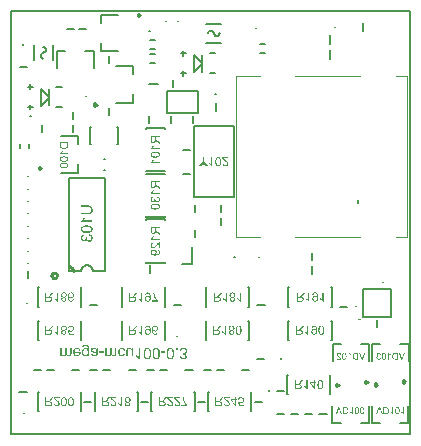
<source format=gbo>
G04*
G04 #@! TF.GenerationSoftware,Altium Limited,Altium Designer,25.1.2 (22)*
G04*
G04 Layer_Color=32896*
%FSLAX25Y25*%
%MOIN*%
G70*
G04*
G04 #@! TF.SameCoordinates,D32F3ADE-5D7A-4C98-9F02-4D0C1F9ED9B6*
G04*
G04*
G04 #@! TF.FilePolarity,Positive*
G04*
G01*
G75*
%ADD10C,0.00394*%
%ADD11C,0.00984*%
%ADD12C,0.00787*%
%ADD13C,0.00300*%
%ADD16C,0.00669*%
%ADD17C,0.00800*%
%ADD133C,0.00394*%
G36*
X25262Y30241D02*
X25398Y30225D01*
X25459Y30213D01*
X25512Y30200D01*
X25566Y30188D01*
X25615Y30171D01*
X25660Y30155D01*
X25697Y30143D01*
X25730Y30130D01*
X25758Y30118D01*
X25779Y30106D01*
X25795Y30102D01*
X25804Y30094D01*
X25808D01*
X25906Y30032D01*
X25992Y29962D01*
X26062Y29893D01*
X26119Y29823D01*
X26164Y29766D01*
X26197Y29716D01*
X26210Y29696D01*
X26218Y29684D01*
X26222Y29675D01*
Y29671D01*
X26246Y29618D01*
X26267Y29557D01*
X26283Y29487D01*
X26300Y29417D01*
X26320Y29265D01*
X26337Y29118D01*
X26341Y29048D01*
X26345Y28982D01*
X26349Y28921D01*
X26353Y28868D01*
Y28827D01*
Y28794D01*
Y28773D01*
Y28765D01*
Y26395D01*
X25927D01*
Y26732D01*
X25865Y26662D01*
X25804Y26600D01*
X25734Y26547D01*
X25668Y26502D01*
X25599Y26461D01*
X25533Y26432D01*
X25467Y26404D01*
X25406Y26383D01*
X25348Y26367D01*
X25295Y26354D01*
X25246Y26346D01*
X25205Y26338D01*
X25172D01*
X25144Y26334D01*
X25057D01*
X24992Y26342D01*
X24873Y26363D01*
X24766Y26391D01*
X24717Y26408D01*
X24672Y26424D01*
X24631Y26445D01*
X24598Y26461D01*
X24565Y26477D01*
X24541Y26490D01*
X24520Y26502D01*
X24504Y26510D01*
X24496Y26514D01*
X24492Y26518D01*
X24397Y26592D01*
X24311Y26674D01*
X24241Y26760D01*
X24184Y26842D01*
X24139Y26916D01*
X24118Y26949D01*
X24106Y26978D01*
X24094Y26998D01*
X24086Y27014D01*
X24078Y27027D01*
Y27031D01*
X24032Y27158D01*
X23995Y27285D01*
X23971Y27404D01*
X23955Y27515D01*
X23950Y27568D01*
X23946Y27613D01*
X23942Y27650D01*
Y27687D01*
X23938Y27716D01*
Y27736D01*
Y27748D01*
Y27753D01*
X23942Y27859D01*
X23950Y27957D01*
X23967Y28056D01*
X23987Y28146D01*
X24008Y28232D01*
X24036Y28314D01*
X24065Y28388D01*
X24094Y28458D01*
X24123Y28519D01*
X24147Y28572D01*
X24176Y28622D01*
X24196Y28659D01*
X24217Y28691D01*
X24233Y28712D01*
X24241Y28728D01*
X24246Y28732D01*
X24307Y28802D01*
X24373Y28868D01*
X24442Y28921D01*
X24516Y28966D01*
X24586Y29007D01*
X24660Y29040D01*
X24734Y29065D01*
X24803Y29089D01*
X24869Y29105D01*
X24926Y29118D01*
X24984Y29126D01*
X25029Y29130D01*
X25070Y29134D01*
X25098Y29138D01*
X25123D01*
X25205Y29134D01*
X25287Y29122D01*
X25361Y29105D01*
X25431Y29081D01*
X25500Y29056D01*
X25562Y29024D01*
X25619Y28995D01*
X25672Y28958D01*
X25717Y28925D01*
X25763Y28892D01*
X25795Y28864D01*
X25828Y28839D01*
X25849Y28814D01*
X25869Y28798D01*
X25877Y28786D01*
X25881Y28782D01*
Y28864D01*
Y28937D01*
X25877Y29003D01*
Y29065D01*
X25873Y29118D01*
Y29167D01*
X25869Y29208D01*
X25865Y29245D01*
X25861Y29278D01*
Y29302D01*
X25857Y29327D01*
X25853Y29343D01*
Y29356D01*
X25849Y29364D01*
Y29372D01*
X25820Y29454D01*
X25783Y29528D01*
X25742Y29589D01*
X25705Y29638D01*
X25664Y29680D01*
X25635Y29708D01*
X25615Y29729D01*
X25611Y29733D01*
X25607D01*
X25537Y29778D01*
X25455Y29807D01*
X25373Y29831D01*
X25295Y29848D01*
X25221Y29856D01*
X25193Y29860D01*
X25164D01*
X25144Y29864D01*
X25111D01*
X25004Y29860D01*
X24910Y29844D01*
X24832Y29823D01*
X24762Y29798D01*
X24709Y29774D01*
X24672Y29753D01*
X24647Y29737D01*
X24639Y29733D01*
X24594Y29692D01*
X24561Y29643D01*
X24533Y29593D01*
X24512Y29540D01*
X24500Y29495D01*
X24492Y29458D01*
X24483Y29434D01*
Y29429D01*
Y29425D01*
X24032Y29364D01*
Y29446D01*
X24041Y29520D01*
X24053Y29589D01*
X24073Y29655D01*
X24094Y29712D01*
X24118Y29770D01*
X24143Y29819D01*
X24172Y29860D01*
X24201Y29901D01*
X24225Y29934D01*
X24250Y29962D01*
X24274Y29987D01*
X24291Y30003D01*
X24307Y30016D01*
X24315Y30024D01*
X24319Y30028D01*
X24377Y30065D01*
X24442Y30102D01*
X24504Y30130D01*
X24574Y30155D01*
X24705Y30196D01*
X24832Y30221D01*
X24889Y30229D01*
X24943Y30237D01*
X24992Y30241D01*
X25033Y30245D01*
X25066Y30249D01*
X25115D01*
X25262Y30241D01*
D02*
G37*
G36*
X55922Y28609D02*
X55393D01*
Y29138D01*
X55922D01*
Y28609D01*
D02*
G37*
G36*
X22413Y29196D02*
X22499Y29192D01*
X22577Y29179D01*
X22651Y29163D01*
X22720Y29147D01*
X22782Y29126D01*
X22843Y29105D01*
X22897Y29085D01*
X22946Y29065D01*
X22987Y29044D01*
X23024Y29024D01*
X23057Y29007D01*
X23077Y28991D01*
X23098Y28978D01*
X23106Y28974D01*
X23110Y28970D01*
X23167Y28925D01*
X23216Y28876D01*
X23262Y28823D01*
X23307Y28769D01*
X23381Y28659D01*
X23438Y28556D01*
X23458Y28507D01*
X23479Y28462D01*
X23495Y28421D01*
X23508Y28384D01*
X23520Y28355D01*
X23528Y28335D01*
X23532Y28318D01*
Y28314D01*
X23048Y28253D01*
X23007Y28355D01*
X22958Y28445D01*
X22909Y28523D01*
X22864Y28581D01*
X22823Y28630D01*
X22790Y28663D01*
X22770Y28679D01*
X22765Y28687D01*
X22761D01*
X22692Y28732D01*
X22618Y28761D01*
X22544Y28786D01*
X22479Y28802D01*
X22417Y28810D01*
X22368Y28814D01*
X22351Y28819D01*
X22327D01*
X22265Y28814D01*
X22204Y28806D01*
X22146Y28798D01*
X22093Y28782D01*
X21995Y28745D01*
X21913Y28700D01*
X21876Y28679D01*
X21843Y28655D01*
X21818Y28634D01*
X21794Y28618D01*
X21777Y28601D01*
X21765Y28589D01*
X21757Y28585D01*
X21753Y28581D01*
X21712Y28532D01*
X21675Y28482D01*
X21646Y28425D01*
X21618Y28372D01*
X21572Y28253D01*
X21540Y28142D01*
X21527Y28089D01*
X21519Y28040D01*
X21511Y27999D01*
X21507Y27957D01*
X21503Y27929D01*
X21499Y27904D01*
Y27888D01*
Y27884D01*
X23544D01*
X23549Y27830D01*
Y27789D01*
Y27769D01*
Y27761D01*
X23544Y27638D01*
X23532Y27523D01*
X23516Y27412D01*
X23495Y27310D01*
X23467Y27215D01*
X23438Y27129D01*
X23405Y27051D01*
X23376Y26982D01*
X23344Y26920D01*
X23311Y26863D01*
X23282Y26818D01*
X23253Y26781D01*
X23233Y26748D01*
X23216Y26728D01*
X23204Y26715D01*
X23200Y26711D01*
X23134Y26645D01*
X23061Y26588D01*
X22987Y26535D01*
X22913Y26494D01*
X22839Y26457D01*
X22761Y26424D01*
X22692Y26399D01*
X22622Y26379D01*
X22556Y26367D01*
X22495Y26354D01*
X22442Y26346D01*
X22392Y26338D01*
X22355D01*
X22327Y26334D01*
X22302D01*
X22200Y26338D01*
X22097Y26350D01*
X22007Y26371D01*
X21917Y26395D01*
X21835Y26424D01*
X21757Y26457D01*
X21687Y26490D01*
X21626Y26527D01*
X21568Y26564D01*
X21519Y26596D01*
X21474Y26629D01*
X21441Y26658D01*
X21413Y26682D01*
X21392Y26703D01*
X21380Y26715D01*
X21376Y26719D01*
X21314Y26793D01*
X21261Y26875D01*
X21212Y26961D01*
X21171Y27047D01*
X21138Y27138D01*
X21109Y27228D01*
X21084Y27314D01*
X21068Y27400D01*
X21052Y27478D01*
X21044Y27556D01*
X21035Y27621D01*
X21027Y27679D01*
Y27728D01*
X21023Y27765D01*
Y27785D01*
Y27793D01*
X21027Y27916D01*
X21039Y28031D01*
X21056Y28138D01*
X21076Y28236D01*
X21105Y28331D01*
X21134Y28417D01*
X21167Y28495D01*
X21199Y28564D01*
X21228Y28626D01*
X21261Y28679D01*
X21290Y28724D01*
X21318Y28761D01*
X21339Y28794D01*
X21355Y28814D01*
X21367Y28827D01*
X21372Y28831D01*
X21441Y28896D01*
X21515Y28954D01*
X21589Y29003D01*
X21671Y29044D01*
X21749Y29081D01*
X21831Y29110D01*
X21909Y29134D01*
X21982Y29155D01*
X22052Y29167D01*
X22118Y29179D01*
X22175Y29188D01*
X22228Y29196D01*
X22269D01*
X22302Y29200D01*
X22327D01*
X22413Y29196D01*
D02*
G37*
G36*
X37349D02*
X37427Y29188D01*
X37501Y29175D01*
X37575Y29159D01*
X37640Y29138D01*
X37702Y29114D01*
X37759Y29093D01*
X37813Y29065D01*
X37858Y29040D01*
X37903Y29019D01*
X37936Y28995D01*
X37968Y28974D01*
X37989Y28958D01*
X38009Y28946D01*
X38017Y28937D01*
X38022Y28933D01*
X38075Y28880D01*
X38128Y28827D01*
X38173Y28765D01*
X38210Y28704D01*
X38247Y28642D01*
X38280Y28581D01*
X38329Y28466D01*
X38350Y28409D01*
X38366Y28359D01*
X38378Y28314D01*
X38391Y28273D01*
X38399Y28240D01*
X38403Y28216D01*
X38407Y28199D01*
Y28195D01*
X37952Y28134D01*
X37940Y28199D01*
X37927Y28257D01*
X37911Y28314D01*
X37894Y28363D01*
X37874Y28413D01*
X37858Y28454D01*
X37837Y28490D01*
X37817Y28527D01*
X37796Y28556D01*
X37780Y28581D01*
X37747Y28622D01*
X37726Y28646D01*
X37722Y28650D01*
X37718Y28655D01*
X37644Y28708D01*
X37571Y28749D01*
X37493Y28778D01*
X37423Y28798D01*
X37357Y28810D01*
X37333Y28814D01*
X37308D01*
X37288Y28819D01*
X37263D01*
X37202Y28814D01*
X37140Y28806D01*
X37087Y28794D01*
X37034Y28778D01*
X36939Y28741D01*
X36857Y28691D01*
X36824Y28671D01*
X36796Y28646D01*
X36771Y28626D01*
X36746Y28605D01*
X36730Y28593D01*
X36718Y28581D01*
X36714Y28572D01*
X36710Y28568D01*
X36673Y28519D01*
X36640Y28462D01*
X36611Y28400D01*
X36591Y28339D01*
X36550Y28203D01*
X36525Y28072D01*
X36517Y28011D01*
X36513Y27953D01*
X36509Y27900D01*
X36505Y27855D01*
X36500Y27818D01*
Y27789D01*
Y27769D01*
Y27765D01*
X36505Y27666D01*
X36509Y27572D01*
X36521Y27490D01*
X36533Y27412D01*
X36550Y27338D01*
X36570Y27273D01*
X36591Y27215D01*
X36611Y27162D01*
X36628Y27117D01*
X36648Y27076D01*
X36669Y27043D01*
X36685Y27019D01*
X36697Y26994D01*
X36710Y26982D01*
X36714Y26974D01*
X36718Y26969D01*
X36759Y26924D01*
X36804Y26887D01*
X36853Y26851D01*
X36898Y26822D01*
X36947Y26797D01*
X36992Y26777D01*
X37083Y26748D01*
X37165Y26728D01*
X37198Y26723D01*
X37230Y26719D01*
X37255Y26715D01*
X37288D01*
X37370Y26719D01*
X37448Y26736D01*
X37513Y26760D01*
X37571Y26785D01*
X37616Y26814D01*
X37653Y26834D01*
X37673Y26851D01*
X37681Y26859D01*
X37739Y26916D01*
X37788Y26982D01*
X37825Y27051D01*
X37858Y27117D01*
X37882Y27178D01*
X37899Y27228D01*
X37903Y27248D01*
X37907Y27261D01*
X37911Y27269D01*
Y27273D01*
X38362Y27203D01*
X38346Y27129D01*
X38321Y27055D01*
X38296Y26990D01*
X38272Y26928D01*
X38243Y26871D01*
X38210Y26818D01*
X38181Y26773D01*
X38149Y26728D01*
X38120Y26691D01*
X38091Y26658D01*
X38067Y26629D01*
X38042Y26605D01*
X38026Y26588D01*
X38009Y26576D01*
X38001Y26568D01*
X37997Y26564D01*
X37944Y26522D01*
X37886Y26486D01*
X37825Y26457D01*
X37763Y26432D01*
X37640Y26391D01*
X37525Y26363D01*
X37472Y26354D01*
X37423Y26346D01*
X37378Y26342D01*
X37341Y26338D01*
X37312Y26334D01*
X37267D01*
X37140Y26342D01*
X37017Y26359D01*
X36906Y26387D01*
X36857Y26404D01*
X36808Y26416D01*
X36767Y26432D01*
X36730Y26449D01*
X36697Y26461D01*
X36669Y26477D01*
X36644Y26486D01*
X36628Y26494D01*
X36619Y26502D01*
X36615D01*
X36509Y26572D01*
X36419Y26650D01*
X36341Y26736D01*
X36279Y26814D01*
X36230Y26887D01*
X36213Y26920D01*
X36197Y26949D01*
X36185Y26969D01*
X36177Y26986D01*
X36168Y26998D01*
Y27002D01*
X36119Y27129D01*
X36086Y27265D01*
X36062Y27396D01*
X36041Y27515D01*
X36037Y27572D01*
X36033Y27621D01*
X36029Y27666D01*
Y27707D01*
X36025Y27736D01*
Y27761D01*
Y27777D01*
Y27781D01*
X36029Y27904D01*
X36041Y28023D01*
X36058Y28134D01*
X36078Y28236D01*
X36103Y28331D01*
X36132Y28417D01*
X36164Y28495D01*
X36197Y28564D01*
X36226Y28626D01*
X36259Y28683D01*
X36287Y28728D01*
X36312Y28765D01*
X36332Y28798D01*
X36349Y28819D01*
X36361Y28831D01*
X36365Y28835D01*
X36431Y28901D01*
X36500Y28954D01*
X36574Y29003D01*
X36648Y29044D01*
X36726Y29081D01*
X36800Y29110D01*
X36874Y29134D01*
X36943Y29155D01*
X37009Y29171D01*
X37070Y29179D01*
X37128Y29188D01*
X37173Y29196D01*
X37214D01*
X37243Y29200D01*
X37267D01*
X37349Y29196D01*
D02*
G37*
G36*
X51810Y27535D02*
X50379D01*
Y28003D01*
X51810D01*
Y27535D01*
D02*
G37*
G36*
X31244D02*
X29813D01*
Y28003D01*
X31244D01*
Y27535D01*
D02*
G37*
G36*
X57907Y29200D02*
X58001Y29188D01*
X58091Y29171D01*
X58177Y29151D01*
X58259Y29126D01*
X58333Y29097D01*
X58403Y29065D01*
X58464Y29032D01*
X58522Y29003D01*
X58571Y28970D01*
X58616Y28942D01*
X58649Y28917D01*
X58677Y28896D01*
X58698Y28880D01*
X58710Y28868D01*
X58714Y28864D01*
X58780Y28798D01*
X58833Y28728D01*
X58882Y28659D01*
X58923Y28585D01*
X58960Y28515D01*
X58989Y28445D01*
X59014Y28380D01*
X59034Y28314D01*
X59051Y28253D01*
X59059Y28199D01*
X59067Y28150D01*
X59075Y28105D01*
Y28072D01*
X59079Y28044D01*
Y28027D01*
Y28023D01*
Y27957D01*
X59071Y27892D01*
X59051Y27773D01*
X59018Y27670D01*
X59001Y27625D01*
X58985Y27584D01*
X58969Y27543D01*
X58952Y27511D01*
X58936Y27482D01*
X58919Y27461D01*
X58907Y27441D01*
X58899Y27429D01*
X58895Y27420D01*
X58891Y27416D01*
X58817Y27330D01*
X58731Y27261D01*
X58645Y27207D01*
X58563Y27162D01*
X58485Y27129D01*
X58452Y27117D01*
X58427Y27109D01*
X58403Y27101D01*
X58386Y27097D01*
X58374Y27092D01*
X58370D01*
X58460Y27043D01*
X58538Y26994D01*
X58608Y26941D01*
X58661Y26887D01*
X58706Y26842D01*
X58735Y26805D01*
X58755Y26781D01*
X58759Y26777D01*
Y26773D01*
X58805Y26695D01*
X58837Y26617D01*
X58862Y26543D01*
X58878Y26473D01*
X58886Y26416D01*
X58895Y26367D01*
Y26350D01*
Y26338D01*
Y26330D01*
Y26326D01*
X58891Y26231D01*
X58874Y26141D01*
X58850Y26059D01*
X58825Y25985D01*
X58800Y25924D01*
X58788Y25899D01*
X58776Y25879D01*
X58768Y25862D01*
X58759Y25846D01*
X58755Y25842D01*
Y25838D01*
X58698Y25756D01*
X58632Y25686D01*
X58567Y25625D01*
X58501Y25571D01*
X58444Y25530D01*
X58399Y25502D01*
X58378Y25489D01*
X58366Y25481D01*
X58358Y25477D01*
X58354D01*
X58255Y25432D01*
X58157Y25399D01*
X58058Y25374D01*
X57972Y25358D01*
X57894Y25350D01*
X57866Y25346D01*
X57837Y25342D01*
X57784D01*
X57702Y25346D01*
X57624Y25354D01*
X57550Y25366D01*
X57476Y25383D01*
X57411Y25403D01*
X57349Y25424D01*
X57292Y25448D01*
X57242Y25469D01*
X57193Y25493D01*
X57152Y25518D01*
X57119Y25539D01*
X57087Y25559D01*
X57066Y25575D01*
X57046Y25588D01*
X57037Y25596D01*
X57033Y25600D01*
X56980Y25649D01*
X56931Y25707D01*
X56886Y25764D01*
X56845Y25821D01*
X56808Y25883D01*
X56779Y25940D01*
X56726Y26059D01*
X56705Y26112D01*
X56689Y26162D01*
X56677Y26207D01*
X56664Y26244D01*
X56656Y26276D01*
X56652Y26301D01*
X56648Y26318D01*
Y26322D01*
X57111Y26404D01*
X57136Y26285D01*
X57169Y26182D01*
X57205Y26092D01*
X57247Y26022D01*
X57279Y25965D01*
X57312Y25928D01*
X57333Y25903D01*
X57341Y25895D01*
X57415Y25838D01*
X57488Y25797D01*
X57566Y25764D01*
X57636Y25743D01*
X57702Y25731D01*
X57726Y25727D01*
X57751D01*
X57771Y25723D01*
X57796D01*
X57894Y25731D01*
X57980Y25748D01*
X58058Y25776D01*
X58124Y25805D01*
X58173Y25838D01*
X58210Y25866D01*
X58235Y25883D01*
X58243Y25891D01*
X58276Y25924D01*
X58300Y25957D01*
X58345Y26030D01*
X58378Y26100D01*
X58399Y26166D01*
X58411Y26227D01*
X58415Y26272D01*
X58419Y26293D01*
Y26305D01*
Y26313D01*
Y26318D01*
X58415Y26375D01*
X58407Y26428D01*
X58399Y26482D01*
X58382Y26527D01*
X58341Y26609D01*
X58300Y26674D01*
X58255Y26728D01*
X58214Y26764D01*
X58198Y26777D01*
X58189Y26785D01*
X58181Y26793D01*
X58177D01*
X58087Y26846D01*
X57993Y26883D01*
X57902Y26912D01*
X57820Y26928D01*
X57751Y26941D01*
X57722Y26945D01*
X57693D01*
X57673Y26949D01*
X57620D01*
X57595Y26945D01*
X57574Y26941D01*
X57566D01*
X57517Y27347D01*
X57587Y27330D01*
X57652Y27318D01*
X57706Y27310D01*
X57755Y27301D01*
X57792D01*
X57820Y27297D01*
X57845D01*
X57902Y27301D01*
X57960Y27306D01*
X58062Y27330D01*
X58153Y27363D01*
X58231Y27400D01*
X58292Y27441D01*
X58317Y27457D01*
X58337Y27474D01*
X58354Y27486D01*
X58366Y27498D01*
X58370Y27502D01*
X58374Y27507D01*
X58411Y27547D01*
X58444Y27588D01*
X58472Y27630D01*
X58497Y27675D01*
X58534Y27761D01*
X58563Y27847D01*
X58575Y27921D01*
X58579Y27949D01*
X58583Y27978D01*
X58587Y27999D01*
Y28019D01*
Y28027D01*
Y28031D01*
X58583Y28093D01*
X58579Y28150D01*
X58550Y28261D01*
X58517Y28355D01*
X58477Y28437D01*
X58452Y28474D01*
X58431Y28503D01*
X58415Y28532D01*
X58399Y28552D01*
X58382Y28568D01*
X58370Y28581D01*
X58366Y28589D01*
X58362Y28593D01*
X58317Y28634D01*
X58271Y28667D01*
X58226Y28695D01*
X58181Y28724D01*
X58087Y28765D01*
X57997Y28790D01*
X57923Y28806D01*
X57886Y28810D01*
X57862Y28814D01*
X57837Y28819D01*
X57804D01*
X57706Y28810D01*
X57611Y28790D01*
X57534Y28765D01*
X57464Y28732D01*
X57406Y28700D01*
X57365Y28675D01*
X57353Y28663D01*
X57341Y28655D01*
X57337Y28646D01*
X57333D01*
X57300Y28609D01*
X57267Y28572D01*
X57210Y28486D01*
X57165Y28392D01*
X57128Y28298D01*
X57099Y28212D01*
X57091Y28175D01*
X57082Y28142D01*
X57074Y28113D01*
X57070Y28093D01*
X57066Y28080D01*
Y28076D01*
X56603Y28138D01*
X56615Y28224D01*
X56631Y28306D01*
X56656Y28384D01*
X56681Y28458D01*
X56709Y28527D01*
X56742Y28589D01*
X56775Y28650D01*
X56808Y28700D01*
X56841Y28749D01*
X56869Y28790D01*
X56898Y28827D01*
X56923Y28855D01*
X56947Y28880D01*
X56964Y28896D01*
X56972Y28905D01*
X56976Y28909D01*
X57037Y28962D01*
X57107Y29007D01*
X57173Y29044D01*
X57242Y29081D01*
X57312Y29110D01*
X57382Y29130D01*
X57447Y29151D01*
X57513Y29167D01*
X57574Y29179D01*
X57628Y29188D01*
X57677Y29196D01*
X57722Y29200D01*
X57755D01*
X57784Y29204D01*
X57804D01*
X57907Y29200D01*
D02*
G37*
G36*
X35471Y27256D02*
X35467Y27170D01*
X35463Y27092D01*
X35451Y27019D01*
X35439Y26949D01*
X35422Y26887D01*
X35402Y26830D01*
X35381Y26781D01*
X35361Y26736D01*
X35340Y26695D01*
X35320Y26658D01*
X35303Y26629D01*
X35283Y26605D01*
X35271Y26588D01*
X35258Y26576D01*
X35254Y26568D01*
X35250Y26564D01*
X35209Y26522D01*
X35160Y26486D01*
X35111Y26457D01*
X35061Y26432D01*
X34955Y26391D01*
X34856Y26363D01*
X34807Y26354D01*
X34762Y26346D01*
X34725Y26342D01*
X34688Y26338D01*
X34664Y26334D01*
X34623D01*
X34528Y26338D01*
X34438Y26354D01*
X34352Y26379D01*
X34270Y26408D01*
X34196Y26445D01*
X34127Y26486D01*
X34061Y26531D01*
X34004Y26572D01*
X33950Y26617D01*
X33905Y26662D01*
X33864Y26703D01*
X33836Y26740D01*
X33807Y26768D01*
X33790Y26793D01*
X33778Y26809D01*
X33774Y26814D01*
X33737Y26732D01*
X33696Y26662D01*
X33651Y26605D01*
X33606Y26551D01*
X33561Y26514D01*
X33528Y26486D01*
X33503Y26465D01*
X33499Y26461D01*
X33495D01*
X33417Y26420D01*
X33335Y26387D01*
X33253Y26367D01*
X33175Y26350D01*
X33106Y26342D01*
X33077Y26338D01*
X33048Y26334D01*
X32999D01*
X32901Y26338D01*
X32806Y26354D01*
X32724Y26371D01*
X32651Y26395D01*
X32593Y26416D01*
X32569Y26428D01*
X32548Y26436D01*
X32532Y26445D01*
X32519Y26453D01*
X32515Y26457D01*
X32511D01*
X32433Y26506D01*
X32368Y26559D01*
X32310Y26613D01*
X32261Y26666D01*
X32220Y26711D01*
X32191Y26748D01*
X32175Y26773D01*
X32167Y26777D01*
Y26395D01*
X31753D01*
Y29138D01*
X32216D01*
Y27716D01*
Y27646D01*
X32220Y27584D01*
X32224Y27523D01*
X32228Y27470D01*
X32232Y27416D01*
X32241Y27371D01*
X32245Y27330D01*
X32253Y27289D01*
X32261Y27256D01*
X32265Y27228D01*
X32273Y27203D01*
X32278Y27183D01*
X32282Y27166D01*
X32286Y27154D01*
X32290Y27150D01*
Y27146D01*
X32323Y27076D01*
X32359Y27014D01*
X32401Y26961D01*
X32441Y26920D01*
X32474Y26883D01*
X32503Y26863D01*
X32524Y26846D01*
X32532Y26842D01*
X32597Y26805D01*
X32659Y26781D01*
X32720Y26760D01*
X32778Y26748D01*
X32827Y26740D01*
X32864Y26736D01*
X32897D01*
X32987Y26744D01*
X33065Y26760D01*
X33126Y26785D01*
X33180Y26814D01*
X33216Y26842D01*
X33245Y26867D01*
X33261Y26883D01*
X33266Y26891D01*
X33303Y26957D01*
X33331Y27031D01*
X33352Y27109D01*
X33368Y27183D01*
X33376Y27252D01*
Y27281D01*
X33380Y27306D01*
Y27330D01*
Y27347D01*
Y27355D01*
Y27359D01*
Y29138D01*
X33844D01*
Y27547D01*
X33848Y27470D01*
X33852Y27400D01*
X33860Y27330D01*
X33872Y27269D01*
X33889Y27215D01*
X33905Y27162D01*
X33922Y27117D01*
X33942Y27076D01*
X33959Y27043D01*
X33975Y27010D01*
X33991Y26986D01*
X34008Y26965D01*
X34020Y26949D01*
X34028Y26937D01*
X34036Y26932D01*
Y26928D01*
X34073Y26896D01*
X34114Y26863D01*
X34192Y26818D01*
X34274Y26781D01*
X34352Y26760D01*
X34418Y26744D01*
X34446Y26740D01*
X34471D01*
X34492Y26736D01*
X34520D01*
X34578Y26740D01*
X34631Y26748D01*
X34680Y26760D01*
X34721Y26773D01*
X34754Y26789D01*
X34778Y26801D01*
X34795Y26809D01*
X34799Y26814D01*
X34840Y26842D01*
X34877Y26875D01*
X34901Y26908D01*
X34926Y26941D01*
X34942Y26969D01*
X34955Y26990D01*
X34963Y27006D01*
Y27010D01*
X34979Y27064D01*
X34988Y27125D01*
X34996Y27191D01*
X35004Y27256D01*
Y27318D01*
X35008Y27367D01*
Y27384D01*
Y27400D01*
Y27408D01*
Y27412D01*
Y29138D01*
X35471D01*
Y27256D01*
D02*
G37*
G36*
X20490D02*
X20486Y27170D01*
X20482Y27092D01*
X20470Y27019D01*
X20457Y26949D01*
X20441Y26887D01*
X20420Y26830D01*
X20400Y26781D01*
X20379Y26736D01*
X20359Y26695D01*
X20338Y26658D01*
X20322Y26629D01*
X20301Y26605D01*
X20289Y26588D01*
X20277Y26576D01*
X20273Y26568D01*
X20269Y26564D01*
X20228Y26522D01*
X20178Y26486D01*
X20129Y26457D01*
X20080Y26432D01*
X19973Y26391D01*
X19875Y26363D01*
X19826Y26354D01*
X19781Y26346D01*
X19744Y26342D01*
X19707Y26338D01*
X19682Y26334D01*
X19641D01*
X19547Y26338D01*
X19457Y26354D01*
X19371Y26379D01*
X19289Y26408D01*
X19215Y26445D01*
X19145Y26486D01*
X19080Y26531D01*
X19022Y26572D01*
X18969Y26617D01*
X18924Y26662D01*
X18883Y26703D01*
X18854Y26740D01*
X18825Y26768D01*
X18809Y26793D01*
X18797Y26809D01*
X18793Y26814D01*
X18756Y26732D01*
X18715Y26662D01*
X18670Y26605D01*
X18624Y26551D01*
X18579Y26514D01*
X18547Y26486D01*
X18522Y26465D01*
X18518Y26461D01*
X18514D01*
X18436Y26420D01*
X18354Y26387D01*
X18272Y26367D01*
X18194Y26350D01*
X18124Y26342D01*
X18096Y26338D01*
X18067Y26334D01*
X18018D01*
X17919Y26338D01*
X17825Y26354D01*
X17743Y26371D01*
X17669Y26395D01*
X17612Y26416D01*
X17587Y26428D01*
X17567Y26436D01*
X17550Y26445D01*
X17538Y26453D01*
X17534Y26457D01*
X17530D01*
X17452Y26506D01*
X17386Y26559D01*
X17329Y26613D01*
X17280Y26666D01*
X17239Y26711D01*
X17210Y26748D01*
X17194Y26773D01*
X17185Y26777D01*
Y26395D01*
X16771D01*
Y29138D01*
X17235D01*
Y27716D01*
Y27646D01*
X17239Y27584D01*
X17243Y27523D01*
X17247Y27470D01*
X17251Y27416D01*
X17259Y27371D01*
X17263Y27330D01*
X17271Y27289D01*
X17280Y27256D01*
X17284Y27228D01*
X17292Y27203D01*
X17296Y27183D01*
X17300Y27166D01*
X17304Y27154D01*
X17308Y27150D01*
Y27146D01*
X17341Y27076D01*
X17378Y27014D01*
X17419Y26961D01*
X17460Y26920D01*
X17493Y26883D01*
X17522Y26863D01*
X17542Y26846D01*
X17550Y26842D01*
X17616Y26805D01*
X17677Y26781D01*
X17739Y26760D01*
X17796Y26748D01*
X17845Y26740D01*
X17882Y26736D01*
X17915D01*
X18005Y26744D01*
X18083Y26760D01*
X18145Y26785D01*
X18198Y26814D01*
X18235Y26842D01*
X18264Y26867D01*
X18280Y26883D01*
X18284Y26891D01*
X18321Y26957D01*
X18350Y27031D01*
X18370Y27109D01*
X18387Y27183D01*
X18395Y27252D01*
Y27281D01*
X18399Y27306D01*
Y27330D01*
Y27347D01*
Y27355D01*
Y27359D01*
Y29138D01*
X18862D01*
Y27547D01*
X18866Y27470D01*
X18870Y27400D01*
X18879Y27330D01*
X18891Y27269D01*
X18907Y27215D01*
X18924Y27162D01*
X18940Y27117D01*
X18961Y27076D01*
X18977Y27043D01*
X18993Y27010D01*
X19010Y26986D01*
X19026Y26965D01*
X19039Y26949D01*
X19047Y26937D01*
X19055Y26932D01*
Y26928D01*
X19092Y26896D01*
X19133Y26863D01*
X19211Y26818D01*
X19293Y26781D01*
X19371Y26760D01*
X19436Y26744D01*
X19465Y26740D01*
X19490D01*
X19510Y26736D01*
X19539D01*
X19596Y26740D01*
X19649Y26748D01*
X19699Y26760D01*
X19740Y26773D01*
X19772Y26789D01*
X19797Y26801D01*
X19814Y26809D01*
X19818Y26814D01*
X19859Y26842D01*
X19895Y26875D01*
X19920Y26908D01*
X19945Y26941D01*
X19961Y26969D01*
X19973Y26990D01*
X19982Y27006D01*
Y27010D01*
X19998Y27064D01*
X20006Y27125D01*
X20014Y27191D01*
X20023Y27256D01*
Y27318D01*
X20027Y27367D01*
Y27384D01*
Y27400D01*
Y27408D01*
Y27412D01*
Y29138D01*
X20490D01*
Y27256D01*
D02*
G37*
G36*
X27940Y29196D02*
X28034Y29188D01*
X28120Y29171D01*
X28198Y29155D01*
X28260Y29138D01*
X28288Y29130D01*
X28309Y29122D01*
X28325Y29118D01*
X28337Y29114D01*
X28346Y29110D01*
X28350D01*
X28440Y29069D01*
X28530Y29024D01*
X28612Y28970D01*
X28690Y28917D01*
X28756Y28872D01*
X28780Y28847D01*
X28805Y28831D01*
X28825Y28814D01*
X28838Y28802D01*
X28846Y28798D01*
X28850Y28794D01*
X28858Y28868D01*
X28870Y28933D01*
X28887Y28991D01*
X28903Y29040D01*
X28916Y29081D01*
X28928Y29114D01*
X28936Y29130D01*
X28940Y29138D01*
X29424D01*
X29395Y29081D01*
X29371Y29019D01*
X29350Y28966D01*
X29334Y28917D01*
X29321Y28872D01*
X29313Y28839D01*
X29309Y28819D01*
Y28810D01*
X29305Y28773D01*
X29301Y28724D01*
X29297Y28671D01*
X29293Y28609D01*
X29289Y28544D01*
Y28474D01*
X29285Y28335D01*
Y28269D01*
X29280Y28203D01*
Y28146D01*
Y28093D01*
Y28052D01*
Y28019D01*
Y27999D01*
Y27990D01*
Y27371D01*
Y27314D01*
Y27265D01*
X29276Y27220D01*
Y27174D01*
X29272Y27101D01*
X29268Y27043D01*
X29264Y26998D01*
X29260Y26969D01*
X29256Y26949D01*
Y26945D01*
X29239Y26875D01*
X29215Y26814D01*
X29190Y26760D01*
X29166Y26715D01*
X29145Y26678D01*
X29125Y26650D01*
X29112Y26633D01*
X29108Y26629D01*
X29063Y26584D01*
X29014Y26543D01*
X28961Y26506D01*
X28907Y26477D01*
X28858Y26453D01*
X28821Y26436D01*
X28805Y26428D01*
X28793Y26424D01*
X28788Y26420D01*
X28784D01*
X28698Y26391D01*
X28604Y26371D01*
X28510Y26354D01*
X28419Y26346D01*
X28341Y26338D01*
X28305D01*
X28276Y26334D01*
X28218D01*
X28091Y26338D01*
X27972Y26350D01*
X27866Y26367D01*
X27817Y26375D01*
X27776Y26383D01*
X27735Y26391D01*
X27698Y26399D01*
X27669Y26408D01*
X27645Y26416D01*
X27624Y26424D01*
X27608Y26428D01*
X27599Y26432D01*
X27595D01*
X27501Y26473D01*
X27419Y26518D01*
X27349Y26564D01*
X27292Y26609D01*
X27247Y26650D01*
X27214Y26682D01*
X27193Y26703D01*
X27185Y26707D01*
Y26711D01*
X27136Y26781D01*
X27095Y26859D01*
X27062Y26937D01*
X27034Y27010D01*
X27013Y27076D01*
X27005Y27105D01*
X26997Y27129D01*
X26993Y27150D01*
X26989Y27166D01*
X26984Y27174D01*
Y27178D01*
X27439Y27240D01*
X27456Y27187D01*
X27472Y27138D01*
X27505Y27055D01*
X27546Y26982D01*
X27583Y26928D01*
X27616Y26887D01*
X27645Y26855D01*
X27661Y26838D01*
X27669Y26834D01*
X27735Y26797D01*
X27813Y26768D01*
X27891Y26748D01*
X27968Y26732D01*
X28042Y26723D01*
X28071D01*
X28100Y26719D01*
X28153D01*
X28276Y26728D01*
X28383Y26744D01*
X28473Y26768D01*
X28547Y26797D01*
X28604Y26830D01*
X28624Y26842D01*
X28645Y26855D01*
X28661Y26863D01*
X28670Y26871D01*
X28678Y26879D01*
X28723Y26928D01*
X28756Y26990D01*
X28780Y27055D01*
X28797Y27121D01*
X28805Y27183D01*
X28813Y27232D01*
Y27248D01*
Y27265D01*
Y27273D01*
Y27277D01*
Y27289D01*
Y27306D01*
Y27347D01*
X28809Y27363D01*
Y27379D01*
Y27392D01*
Y27396D01*
X28756Y27412D01*
X28698Y27429D01*
X28633Y27445D01*
X28567Y27461D01*
X28432Y27490D01*
X28296Y27515D01*
X28231Y27523D01*
X28173Y27531D01*
X28120Y27539D01*
X28071Y27547D01*
X28034Y27552D01*
X28005Y27556D01*
X27989Y27560D01*
X27981D01*
X27882Y27572D01*
X27800Y27584D01*
X27727Y27597D01*
X27669Y27605D01*
X27624Y27617D01*
X27591Y27621D01*
X27575Y27630D01*
X27567D01*
X27501Y27650D01*
X27435Y27675D01*
X27378Y27699D01*
X27329Y27724D01*
X27288Y27744D01*
X27259Y27765D01*
X27239Y27777D01*
X27230Y27781D01*
X27177Y27822D01*
X27132Y27863D01*
X27091Y27908D01*
X27058Y27949D01*
X27029Y27990D01*
X27009Y28019D01*
X26997Y28040D01*
X26993Y28048D01*
X26964Y28113D01*
X26939Y28175D01*
X26923Y28236D01*
X26915Y28294D01*
X26906Y28343D01*
X26902Y28384D01*
Y28409D01*
Y28413D01*
Y28417D01*
X26906Y28478D01*
X26915Y28540D01*
X26923Y28597D01*
X26939Y28650D01*
X26980Y28749D01*
X27025Y28827D01*
X27046Y28864D01*
X27066Y28892D01*
X27087Y28921D01*
X27107Y28942D01*
X27124Y28958D01*
X27132Y28970D01*
X27140Y28978D01*
X27144Y28982D01*
X27193Y29019D01*
X27243Y29052D01*
X27300Y29085D01*
X27353Y29110D01*
X27468Y29147D01*
X27583Y29171D01*
X27632Y29183D01*
X27681Y29188D01*
X27727Y29192D01*
X27763Y29196D01*
X27792Y29200D01*
X27837D01*
X27940Y29196D01*
D02*
G37*
G36*
X39830D02*
X39924Y29179D01*
X40010Y29159D01*
X40096Y29126D01*
X40174Y29093D01*
X40244Y29052D01*
X40309Y29011D01*
X40371Y28966D01*
X40424Y28925D01*
X40469Y28884D01*
X40510Y28843D01*
X40543Y28810D01*
X40568Y28778D01*
X40584Y28757D01*
X40596Y28741D01*
X40600Y28736D01*
Y29138D01*
X41015D01*
Y26395D01*
X40551D01*
Y27867D01*
X40547Y27990D01*
X40539Y28097D01*
X40527Y28187D01*
X40514Y28265D01*
X40506Y28298D01*
X40498Y28322D01*
X40490Y28347D01*
X40486Y28367D01*
X40482Y28380D01*
X40477Y28392D01*
X40473Y28396D01*
Y28400D01*
X40441Y28466D01*
X40400Y28523D01*
X40354Y28572D01*
X40314Y28613D01*
X40273Y28646D01*
X40240Y28671D01*
X40219Y28687D01*
X40215Y28691D01*
X40211D01*
X40141Y28728D01*
X40076Y28753D01*
X40010Y28773D01*
X39949Y28786D01*
X39895Y28794D01*
X39858Y28798D01*
X39821D01*
X39748Y28794D01*
X39678Y28782D01*
X39617Y28765D01*
X39567Y28745D01*
X39526Y28728D01*
X39494Y28712D01*
X39477Y28700D01*
X39469Y28695D01*
X39420Y28655D01*
X39379Y28605D01*
X39346Y28560D01*
X39321Y28515D01*
X39301Y28474D01*
X39288Y28437D01*
X39284Y28417D01*
X39280Y28409D01*
X39276Y28384D01*
X39272Y28351D01*
X39268Y28277D01*
X39260Y28195D01*
Y28113D01*
X39256Y28040D01*
Y28007D01*
Y27974D01*
Y27949D01*
Y27933D01*
Y27921D01*
Y27916D01*
Y26395D01*
X38792D01*
Y28097D01*
Y28199D01*
X38796Y28290D01*
X38801Y28363D01*
X38805Y28425D01*
X38809Y28470D01*
X38813Y28507D01*
X38817Y28523D01*
Y28532D01*
X38838Y28605D01*
X38858Y28671D01*
X38883Y28728D01*
X38907Y28778D01*
X38928Y28819D01*
X38944Y28851D01*
X38956Y28868D01*
X38960Y28876D01*
X39002Y28925D01*
X39051Y28970D01*
X39104Y29011D01*
X39153Y29044D01*
X39202Y29073D01*
X39239Y29093D01*
X39264Y29105D01*
X39268Y29110D01*
X39272D01*
X39354Y29138D01*
X39432Y29163D01*
X39510Y29179D01*
X39580Y29188D01*
X39641Y29196D01*
X39686Y29200D01*
X39727D01*
X39830Y29196D01*
D02*
G37*
G36*
X43364Y25342D02*
X43065D01*
X43011Y25436D01*
X42950Y25526D01*
X42880Y25612D01*
X42810Y25686D01*
X42749Y25756D01*
X42720Y25780D01*
X42700Y25805D01*
X42679Y25826D01*
X42663Y25838D01*
X42655Y25846D01*
X42650Y25850D01*
X42540Y25944D01*
X42421Y26026D01*
X42306Y26104D01*
X42200Y26170D01*
X42154Y26195D01*
X42109Y26219D01*
X42068Y26244D01*
X42035Y26260D01*
X42007Y26272D01*
X41986Y26285D01*
X41974Y26289D01*
X41970Y26293D01*
Y26740D01*
X42052Y26707D01*
X42138Y26670D01*
X42220Y26629D01*
X42294Y26592D01*
X42359Y26555D01*
X42388Y26543D01*
X42413Y26527D01*
X42433Y26518D01*
X42445Y26510D01*
X42454Y26502D01*
X42458D01*
X42556Y26441D01*
X42642Y26383D01*
X42720Y26330D01*
X42782Y26281D01*
X42835Y26240D01*
X42872Y26211D01*
X42892Y26190D01*
X42901Y26182D01*
Y29138D01*
X43364D01*
Y25342D01*
D02*
G37*
G36*
X53503Y29196D02*
X53573Y29192D01*
X53643Y29179D01*
X53708Y29167D01*
X53770Y29147D01*
X53823Y29130D01*
X53876Y29110D01*
X53921Y29089D01*
X53966Y29069D01*
X54003Y29048D01*
X54036Y29028D01*
X54061Y29011D01*
X54081Y28999D01*
X54098Y28987D01*
X54106Y28982D01*
X54110Y28978D01*
X54159Y28933D01*
X54208Y28888D01*
X54290Y28786D01*
X54360Y28683D01*
X54418Y28581D01*
X54442Y28532D01*
X54463Y28486D01*
X54479Y28449D01*
X54495Y28413D01*
X54508Y28388D01*
X54512Y28363D01*
X54520Y28351D01*
Y28347D01*
X54545Y28269D01*
X54565Y28183D01*
X54602Y28007D01*
X54627Y27826D01*
X54635Y27740D01*
X54643Y27654D01*
X54647Y27576D01*
X54651Y27502D01*
X54655Y27441D01*
X54659Y27384D01*
Y27338D01*
Y27301D01*
Y27281D01*
Y27273D01*
Y27170D01*
X54655Y27072D01*
X54651Y26982D01*
X54647Y26896D01*
X54639Y26818D01*
X54631Y26744D01*
X54623Y26678D01*
X54618Y26617D01*
X54610Y26564D01*
X54602Y26518D01*
X54594Y26477D01*
X54586Y26445D01*
X54581Y26416D01*
X54577Y26399D01*
X54573Y26387D01*
Y26383D01*
X54540Y26264D01*
X54500Y26153D01*
X54463Y26059D01*
X54426Y25977D01*
X54405Y25944D01*
X54393Y25912D01*
X54377Y25883D01*
X54364Y25862D01*
X54352Y25846D01*
X54348Y25834D01*
X54340Y25826D01*
Y25821D01*
X54282Y25739D01*
X54217Y25666D01*
X54155Y25604D01*
X54094Y25555D01*
X54040Y25514D01*
X53999Y25489D01*
X53983Y25477D01*
X53971Y25469D01*
X53962Y25465D01*
X53958D01*
X53868Y25424D01*
X53778Y25395D01*
X53688Y25370D01*
X53606Y25358D01*
X53532Y25350D01*
X53503Y25346D01*
X53474Y25342D01*
X53425D01*
X53351Y25346D01*
X53278Y25350D01*
X53208Y25362D01*
X53142Y25374D01*
X53085Y25391D01*
X53028Y25411D01*
X52974Y25432D01*
X52929Y25452D01*
X52884Y25473D01*
X52847Y25493D01*
X52814Y25510D01*
X52790Y25530D01*
X52769Y25543D01*
X52753Y25555D01*
X52745Y25559D01*
X52741Y25563D01*
X52691Y25608D01*
X52646Y25653D01*
X52564Y25756D01*
X52491Y25858D01*
X52433Y25961D01*
X52408Y26010D01*
X52388Y26051D01*
X52372Y26092D01*
X52355Y26125D01*
X52347Y26153D01*
X52339Y26178D01*
X52331Y26190D01*
Y26195D01*
X52306Y26272D01*
X52285Y26359D01*
X52253Y26535D01*
X52228Y26715D01*
X52220Y26801D01*
X52212Y26887D01*
X52208Y26965D01*
X52204Y27039D01*
X52199Y27105D01*
Y27162D01*
X52195Y27207D01*
Y27244D01*
Y27265D01*
Y27273D01*
X52199Y27466D01*
X52212Y27646D01*
X52228Y27810D01*
X52253Y27962D01*
X52281Y28101D01*
X52314Y28228D01*
X52347Y28339D01*
X52384Y28441D01*
X52417Y28527D01*
X52450Y28605D01*
X52482Y28667D01*
X52511Y28720D01*
X52536Y28761D01*
X52552Y28790D01*
X52564Y28806D01*
X52568Y28810D01*
X52630Y28880D01*
X52696Y28937D01*
X52765Y28991D01*
X52835Y29036D01*
X52905Y29073D01*
X52978Y29105D01*
X53048Y29130D01*
X53114Y29151D01*
X53179Y29167D01*
X53237Y29179D01*
X53290Y29188D01*
X53335Y29192D01*
X53372Y29196D01*
X53401Y29200D01*
X53425D01*
X53503Y29196D01*
D02*
G37*
G36*
X48805D02*
X48874Y29192D01*
X48944Y29179D01*
X49010Y29167D01*
X49071Y29147D01*
X49124Y29130D01*
X49178Y29110D01*
X49223Y29089D01*
X49268Y29069D01*
X49305Y29048D01*
X49338Y29028D01*
X49362Y29011D01*
X49383Y28999D01*
X49399Y28987D01*
X49407Y28982D01*
X49411Y28978D01*
X49461Y28933D01*
X49510Y28888D01*
X49592Y28786D01*
X49661Y28683D01*
X49719Y28581D01*
X49744Y28532D01*
X49764Y28486D01*
X49780Y28449D01*
X49797Y28413D01*
X49809Y28388D01*
X49813Y28363D01*
X49821Y28351D01*
Y28347D01*
X49846Y28269D01*
X49867Y28183D01*
X49903Y28007D01*
X49928Y27826D01*
X49936Y27740D01*
X49944Y27654D01*
X49948Y27576D01*
X49953Y27502D01*
X49957Y27441D01*
X49961Y27384D01*
Y27338D01*
Y27301D01*
Y27281D01*
Y27273D01*
Y27170D01*
X49957Y27072D01*
X49953Y26982D01*
X49948Y26896D01*
X49940Y26818D01*
X49932Y26744D01*
X49924Y26678D01*
X49920Y26617D01*
X49912Y26564D01*
X49903Y26518D01*
X49895Y26477D01*
X49887Y26445D01*
X49883Y26416D01*
X49879Y26399D01*
X49875Y26387D01*
Y26383D01*
X49842Y26264D01*
X49801Y26153D01*
X49764Y26059D01*
X49727Y25977D01*
X49707Y25944D01*
X49694Y25912D01*
X49678Y25883D01*
X49666Y25862D01*
X49653Y25846D01*
X49649Y25834D01*
X49641Y25826D01*
Y25821D01*
X49584Y25739D01*
X49518Y25666D01*
X49457Y25604D01*
X49395Y25555D01*
X49342Y25514D01*
X49301Y25489D01*
X49284Y25477D01*
X49272Y25469D01*
X49264Y25465D01*
X49260D01*
X49169Y25424D01*
X49079Y25395D01*
X48989Y25370D01*
X48907Y25358D01*
X48833Y25350D01*
X48805Y25346D01*
X48776Y25342D01*
X48727D01*
X48653Y25346D01*
X48579Y25350D01*
X48509Y25362D01*
X48444Y25374D01*
X48386Y25391D01*
X48329Y25411D01*
X48276Y25432D01*
X48231Y25452D01*
X48186Y25473D01*
X48149Y25493D01*
X48116Y25510D01*
X48091Y25530D01*
X48071Y25543D01*
X48054Y25555D01*
X48046Y25559D01*
X48042Y25563D01*
X47993Y25608D01*
X47948Y25653D01*
X47866Y25756D01*
X47792Y25858D01*
X47734Y25961D01*
X47710Y26010D01*
X47689Y26051D01*
X47673Y26092D01*
X47657Y26125D01*
X47648Y26153D01*
X47640Y26178D01*
X47632Y26190D01*
Y26195D01*
X47607Y26272D01*
X47587Y26359D01*
X47554Y26535D01*
X47530Y26715D01*
X47521Y26801D01*
X47513Y26887D01*
X47509Y26965D01*
X47505Y27039D01*
X47501Y27105D01*
Y27162D01*
X47497Y27207D01*
Y27244D01*
Y27265D01*
Y27273D01*
X47501Y27466D01*
X47513Y27646D01*
X47530Y27810D01*
X47554Y27962D01*
X47583Y28101D01*
X47616Y28228D01*
X47648Y28339D01*
X47685Y28441D01*
X47718Y28527D01*
X47751Y28605D01*
X47784Y28667D01*
X47812Y28720D01*
X47837Y28761D01*
X47853Y28790D01*
X47866Y28806D01*
X47870Y28810D01*
X47931Y28880D01*
X47997Y28937D01*
X48067Y28991D01*
X48136Y29036D01*
X48206Y29073D01*
X48280Y29105D01*
X48349Y29130D01*
X48415Y29151D01*
X48481Y29167D01*
X48538Y29179D01*
X48591Y29188D01*
X48636Y29192D01*
X48673Y29196D01*
X48702Y29200D01*
X48727D01*
X48805Y29196D01*
D02*
G37*
G36*
X45865D02*
X45935Y29192D01*
X46004Y29179D01*
X46070Y29167D01*
X46131Y29147D01*
X46185Y29130D01*
X46238Y29110D01*
X46283Y29089D01*
X46328Y29069D01*
X46365Y29048D01*
X46398Y29028D01*
X46422Y29011D01*
X46443Y28999D01*
X46459Y28987D01*
X46468Y28982D01*
X46472Y28978D01*
X46521Y28933D01*
X46570Y28888D01*
X46652Y28786D01*
X46722Y28683D01*
X46779Y28581D01*
X46804Y28532D01*
X46824Y28486D01*
X46841Y28449D01*
X46857Y28413D01*
X46869Y28388D01*
X46874Y28363D01*
X46882Y28351D01*
Y28347D01*
X46906Y28269D01*
X46927Y28183D01*
X46964Y28007D01*
X46988Y27826D01*
X46997Y27740D01*
X47005Y27654D01*
X47009Y27576D01*
X47013Y27502D01*
X47017Y27441D01*
X47021Y27384D01*
Y27338D01*
Y27301D01*
Y27281D01*
Y27273D01*
Y27170D01*
X47017Y27072D01*
X47013Y26982D01*
X47009Y26896D01*
X47001Y26818D01*
X46992Y26744D01*
X46984Y26678D01*
X46980Y26617D01*
X46972Y26564D01*
X46964Y26518D01*
X46955Y26477D01*
X46947Y26445D01*
X46943Y26416D01*
X46939Y26399D01*
X46935Y26387D01*
Y26383D01*
X46902Y26264D01*
X46861Y26153D01*
X46824Y26059D01*
X46787Y25977D01*
X46767Y25944D01*
X46755Y25912D01*
X46738Y25883D01*
X46726Y25862D01*
X46714Y25846D01*
X46709Y25834D01*
X46701Y25826D01*
Y25821D01*
X46644Y25739D01*
X46578Y25666D01*
X46517Y25604D01*
X46455Y25555D01*
X46402Y25514D01*
X46361Y25489D01*
X46345Y25477D01*
X46332Y25469D01*
X46324Y25465D01*
X46320D01*
X46230Y25424D01*
X46140Y25395D01*
X46049Y25370D01*
X45967Y25358D01*
X45894Y25350D01*
X45865Y25346D01*
X45836Y25342D01*
X45787D01*
X45713Y25346D01*
X45639Y25350D01*
X45570Y25362D01*
X45504Y25374D01*
X45447Y25391D01*
X45389Y25411D01*
X45336Y25432D01*
X45291Y25452D01*
X45246Y25473D01*
X45209Y25493D01*
X45176Y25510D01*
X45151Y25530D01*
X45131Y25543D01*
X45115Y25555D01*
X45106Y25559D01*
X45102Y25563D01*
X45053Y25608D01*
X45008Y25653D01*
X44926Y25756D01*
X44852Y25858D01*
X44795Y25961D01*
X44770Y26010D01*
X44750Y26051D01*
X44733Y26092D01*
X44717Y26125D01*
X44709Y26153D01*
X44701Y26178D01*
X44692Y26190D01*
Y26195D01*
X44668Y26272D01*
X44647Y26359D01*
X44614Y26535D01*
X44590Y26715D01*
X44582Y26801D01*
X44573Y26887D01*
X44569Y26965D01*
X44565Y27039D01*
X44561Y27105D01*
Y27162D01*
X44557Y27207D01*
Y27244D01*
Y27265D01*
Y27273D01*
X44561Y27466D01*
X44573Y27646D01*
X44590Y27810D01*
X44614Y27962D01*
X44643Y28101D01*
X44676Y28228D01*
X44709Y28339D01*
X44746Y28441D01*
X44778Y28527D01*
X44811Y28605D01*
X44844Y28667D01*
X44873Y28720D01*
X44897Y28761D01*
X44914Y28790D01*
X44926Y28806D01*
X44930Y28810D01*
X44992Y28880D01*
X45057Y28937D01*
X45127Y28991D01*
X45197Y29036D01*
X45266Y29073D01*
X45340Y29105D01*
X45410Y29130D01*
X45475Y29151D01*
X45541Y29167D01*
X45598Y29179D01*
X45652Y29188D01*
X45697Y29192D01*
X45734Y29196D01*
X45762Y29200D01*
X45787D01*
X45865Y29196D01*
D02*
G37*
G36*
X122949Y27541D02*
X122996Y27536D01*
X123040Y27529D01*
X123084Y27519D01*
X123124Y27506D01*
X123161Y27494D01*
X123195Y27479D01*
X123224Y27467D01*
X123254Y27452D01*
X123279Y27437D01*
X123298Y27425D01*
X123318Y27413D01*
X123330Y27403D01*
X123343Y27396D01*
X123347Y27391D01*
X123350Y27388D01*
X123382Y27359D01*
X123411Y27324D01*
X123439Y27290D01*
X123463Y27255D01*
X123485Y27218D01*
X123502Y27184D01*
X123534Y27113D01*
X123547Y27081D01*
X123556Y27051D01*
X123564Y27024D01*
X123571Y27002D01*
X123576Y26982D01*
X123579Y26968D01*
X123581Y26958D01*
Y26955D01*
X123303Y26906D01*
X123288Y26977D01*
X123269Y27039D01*
X123247Y27093D01*
X123222Y27135D01*
X123202Y27169D01*
X123183Y27191D01*
X123170Y27206D01*
X123165Y27211D01*
X123121Y27246D01*
X123077Y27270D01*
X123030Y27290D01*
X122988Y27302D01*
X122949Y27310D01*
X122934Y27312D01*
X122919D01*
X122907Y27314D01*
X122892D01*
X122833Y27310D01*
X122782Y27300D01*
X122735Y27283D01*
X122696Y27265D01*
X122666Y27246D01*
X122644Y27228D01*
X122629Y27218D01*
X122624Y27214D01*
X122605Y27194D01*
X122590Y27174D01*
X122563Y27130D01*
X122543Y27088D01*
X122531Y27049D01*
X122523Y27012D01*
X122521Y26985D01*
X122518Y26972D01*
Y26965D01*
Y26960D01*
Y26958D01*
X122521Y26923D01*
X122526Y26891D01*
X122531Y26859D01*
X122541Y26832D01*
X122565Y26783D01*
X122590Y26744D01*
X122617Y26712D01*
X122641Y26690D01*
X122651Y26682D01*
X122656Y26677D01*
X122661Y26672D01*
X122664D01*
X122718Y26640D01*
X122774Y26618D01*
X122828Y26601D01*
X122878Y26591D01*
X122919Y26584D01*
X122937Y26581D01*
X122954D01*
X122966Y26579D01*
X122998D01*
X123013Y26581D01*
X123025Y26584D01*
X123030D01*
X123060Y26340D01*
X123018Y26350D01*
X122978Y26357D01*
X122947Y26362D01*
X122917Y26367D01*
X122895D01*
X122878Y26370D01*
X122863D01*
X122828Y26367D01*
X122794Y26365D01*
X122732Y26350D01*
X122678Y26331D01*
X122632Y26308D01*
X122595Y26284D01*
X122580Y26274D01*
X122568Y26264D01*
X122558Y26257D01*
X122550Y26249D01*
X122548Y26247D01*
X122546Y26244D01*
X122523Y26220D01*
X122504Y26195D01*
X122486Y26171D01*
X122472Y26144D01*
X122450Y26092D01*
X122432Y26040D01*
X122425Y25996D01*
X122423Y25979D01*
X122420Y25962D01*
X122418Y25949D01*
Y25937D01*
Y25932D01*
Y25929D01*
X122420Y25893D01*
X122423Y25858D01*
X122440Y25792D01*
X122459Y25735D01*
X122484Y25686D01*
X122499Y25664D01*
X122511Y25647D01*
X122521Y25629D01*
X122531Y25617D01*
X122541Y25607D01*
X122548Y25600D01*
X122550Y25595D01*
X122553Y25592D01*
X122580Y25568D01*
X122607Y25548D01*
X122634Y25531D01*
X122661Y25514D01*
X122718Y25489D01*
X122772Y25474D01*
X122816Y25464D01*
X122838Y25462D01*
X122853Y25460D01*
X122868Y25457D01*
X122887D01*
X122947Y25462D01*
X123003Y25474D01*
X123050Y25489D01*
X123092Y25509D01*
X123126Y25528D01*
X123151Y25543D01*
X123158Y25551D01*
X123165Y25556D01*
X123168Y25561D01*
X123170D01*
X123190Y25583D01*
X123210Y25605D01*
X123244Y25656D01*
X123271Y25713D01*
X123293Y25770D01*
X123310Y25821D01*
X123316Y25843D01*
X123320Y25863D01*
X123325Y25880D01*
X123328Y25893D01*
X123330Y25900D01*
Y25902D01*
X123608Y25866D01*
X123601Y25814D01*
X123591Y25765D01*
X123576Y25718D01*
X123562Y25674D01*
X123544Y25632D01*
X123525Y25595D01*
X123505Y25558D01*
X123485Y25528D01*
X123466Y25499D01*
X123448Y25474D01*
X123431Y25452D01*
X123416Y25435D01*
X123402Y25420D01*
X123392Y25410D01*
X123387Y25405D01*
X123384Y25403D01*
X123347Y25371D01*
X123306Y25344D01*
X123266Y25322D01*
X123224Y25300D01*
X123183Y25282D01*
X123141Y25270D01*
X123101Y25258D01*
X123062Y25248D01*
X123025Y25241D01*
X122993Y25236D01*
X122964Y25231D01*
X122937Y25228D01*
X122917D01*
X122900Y25226D01*
X122887D01*
X122826Y25228D01*
X122769Y25236D01*
X122715Y25246D01*
X122664Y25258D01*
X122614Y25273D01*
X122570Y25290D01*
X122528Y25310D01*
X122491Y25329D01*
X122457Y25346D01*
X122427Y25366D01*
X122400Y25383D01*
X122381Y25398D01*
X122363Y25410D01*
X122351Y25420D01*
X122344Y25428D01*
X122341Y25430D01*
X122302Y25469D01*
X122270Y25511D01*
X122240Y25553D01*
X122216Y25597D01*
X122194Y25639D01*
X122177Y25681D01*
X122162Y25720D01*
X122149Y25760D01*
X122140Y25797D01*
X122135Y25829D01*
X122130Y25858D01*
X122125Y25885D01*
Y25905D01*
X122122Y25922D01*
Y25932D01*
Y25934D01*
Y25974D01*
X122127Y26013D01*
X122140Y26084D01*
X122159Y26146D01*
X122169Y26173D01*
X122179Y26198D01*
X122189Y26222D01*
X122199Y26242D01*
X122208Y26259D01*
X122218Y26271D01*
X122226Y26284D01*
X122231Y26291D01*
X122233Y26296D01*
X122236Y26298D01*
X122280Y26350D01*
X122332Y26392D01*
X122383Y26424D01*
X122432Y26451D01*
X122479Y26471D01*
X122499Y26478D01*
X122513Y26483D01*
X122528Y26488D01*
X122538Y26490D01*
X122546Y26493D01*
X122548D01*
X122494Y26522D01*
X122447Y26552D01*
X122405Y26584D01*
X122373Y26616D01*
X122346Y26643D01*
X122329Y26665D01*
X122317Y26680D01*
X122314Y26682D01*
Y26685D01*
X122287Y26731D01*
X122267Y26778D01*
X122253Y26822D01*
X122243Y26864D01*
X122238Y26899D01*
X122233Y26928D01*
Y26938D01*
Y26945D01*
Y26950D01*
Y26953D01*
X122236Y27009D01*
X122245Y27064D01*
X122260Y27113D01*
X122275Y27157D01*
X122290Y27194D01*
X122297Y27209D01*
X122304Y27221D01*
X122309Y27231D01*
X122314Y27241D01*
X122317Y27243D01*
Y27246D01*
X122351Y27295D01*
X122390Y27337D01*
X122430Y27373D01*
X122469Y27406D01*
X122504Y27430D01*
X122531Y27447D01*
X122543Y27455D01*
X122550Y27460D01*
X122555Y27462D01*
X122558D01*
X122617Y27489D01*
X122676Y27509D01*
X122735Y27524D01*
X122787Y27533D01*
X122833Y27538D01*
X122851Y27541D01*
X122868Y27543D01*
X122900D01*
X122949Y27541D01*
D02*
G37*
G36*
X126300Y27487D02*
X126336Y27433D01*
X126378Y27381D01*
X126420Y27337D01*
X126457Y27295D01*
X126474Y27280D01*
X126486Y27265D01*
X126499Y27253D01*
X126508Y27246D01*
X126514Y27241D01*
X126516Y27238D01*
X126582Y27182D01*
X126654Y27132D01*
X126723Y27086D01*
X126786Y27046D01*
X126814Y27031D01*
X126841Y27017D01*
X126865Y27002D01*
X126885Y26992D01*
X126902Y26985D01*
X126915Y26977D01*
X126922Y26975D01*
X126924Y26972D01*
Y26704D01*
X126875Y26724D01*
X126823Y26746D01*
X126774Y26771D01*
X126730Y26793D01*
X126691Y26815D01*
X126673Y26822D01*
X126659Y26832D01*
X126646Y26837D01*
X126639Y26842D01*
X126634Y26847D01*
X126631D01*
X126573Y26884D01*
X126521Y26918D01*
X126474Y26950D01*
X126437Y26980D01*
X126405Y27005D01*
X126383Y27022D01*
X126371Y27034D01*
X126366Y27039D01*
Y25265D01*
X126088D01*
Y27543D01*
X126268D01*
X126300Y27487D01*
D02*
G37*
G36*
X130782Y25265D02*
X130472D01*
X129586Y27536D01*
X129891D01*
X130504Y25885D01*
X130528Y25816D01*
X130553Y25750D01*
X130575Y25686D01*
X130592Y25629D01*
X130599Y25605D01*
X130607Y25583D01*
X130612Y25563D01*
X130617Y25546D01*
X130622Y25533D01*
X130624Y25521D01*
X130627Y25516D01*
Y25514D01*
X130646Y25580D01*
X130666Y25647D01*
X130686Y25708D01*
X130703Y25765D01*
X130713Y25792D01*
X130720Y25814D01*
X130727Y25833D01*
X130732Y25851D01*
X130737Y25866D01*
X130742Y25875D01*
X130745Y25883D01*
Y25885D01*
X131335Y27536D01*
X131662D01*
X130782Y25265D01*
D02*
G37*
G36*
X129315D02*
X128496D01*
X128422Y25268D01*
X128354Y25270D01*
X128292Y25278D01*
X128238Y25285D01*
X128216Y25287D01*
X128196Y25290D01*
X128176Y25295D01*
X128162Y25297D01*
X128149Y25300D01*
X128142D01*
X128137Y25302D01*
X128135D01*
X128078Y25319D01*
X128024Y25337D01*
X127977Y25356D01*
X127938Y25374D01*
X127906Y25391D01*
X127881Y25403D01*
X127866Y25413D01*
X127864Y25415D01*
X127862D01*
X127820Y25447D01*
X127780Y25479D01*
X127746Y25514D01*
X127716Y25548D01*
X127689Y25578D01*
X127672Y25600D01*
X127665Y25610D01*
X127660Y25617D01*
X127655Y25620D01*
Y25622D01*
X127620Y25674D01*
X127591Y25728D01*
X127564Y25784D01*
X127542Y25836D01*
X127524Y25883D01*
X127517Y25902D01*
X127510Y25920D01*
X127507Y25932D01*
X127502Y25942D01*
X127500Y25949D01*
Y25952D01*
X127480Y26030D01*
X127465Y26109D01*
X127453Y26185D01*
X127446Y26257D01*
X127443Y26289D01*
X127441Y26318D01*
Y26345D01*
X127438Y26367D01*
Y26387D01*
Y26399D01*
Y26409D01*
Y26412D01*
X127443Y26522D01*
X127446Y26574D01*
X127453Y26623D01*
X127461Y26670D01*
X127468Y26714D01*
X127475Y26756D01*
X127483Y26795D01*
X127493Y26830D01*
X127500Y26859D01*
X127507Y26886D01*
X127515Y26909D01*
X127522Y26926D01*
X127524Y26941D01*
X127529Y26948D01*
Y26950D01*
X127566Y27034D01*
X127608Y27110D01*
X127630Y27145D01*
X127652Y27177D01*
X127675Y27206D01*
X127697Y27233D01*
X127716Y27258D01*
X127736Y27278D01*
X127753Y27297D01*
X127768Y27312D01*
X127780Y27324D01*
X127790Y27332D01*
X127795Y27337D01*
X127798Y27339D01*
X127852Y27381D01*
X127908Y27415D01*
X127962Y27442D01*
X128014Y27465D01*
X128061Y27482D01*
X128080Y27487D01*
X128098Y27492D01*
X128110Y27496D01*
X128120Y27499D01*
X128127Y27501D01*
X128130D01*
X128157Y27506D01*
X128186Y27514D01*
X128253Y27521D01*
X128319Y27529D01*
X128385Y27531D01*
X128415Y27533D01*
X128445D01*
X128469Y27536D01*
X129315D01*
Y25265D01*
D02*
G37*
G36*
X124678Y27541D02*
X124723Y27538D01*
X124764Y27531D01*
X124804Y27524D01*
X124838Y27514D01*
X124873Y27501D01*
X124905Y27489D01*
X124932Y27477D01*
X124959Y27465D01*
X124981Y27452D01*
X125001Y27442D01*
X125015Y27430D01*
X125028Y27423D01*
X125038Y27415D01*
X125042Y27413D01*
X125045Y27410D01*
X125074Y27383D01*
X125101Y27356D01*
X125151Y27295D01*
X125195Y27233D01*
X125229Y27172D01*
X125244Y27142D01*
X125256Y27118D01*
X125266Y27093D01*
X125276Y27073D01*
X125281Y27056D01*
X125286Y27041D01*
X125291Y27034D01*
Y27031D01*
X125306Y26985D01*
X125318Y26933D01*
X125338Y26827D01*
X125352Y26719D01*
X125357Y26667D01*
X125362Y26616D01*
X125365Y26569D01*
X125367Y26525D01*
X125370Y26485D01*
Y26451D01*
X125372Y26424D01*
Y26402D01*
Y26390D01*
Y26385D01*
X125370Y26269D01*
X125362Y26161D01*
X125352Y26062D01*
X125338Y25971D01*
X125320Y25888D01*
X125301Y25811D01*
X125281Y25745D01*
X125259Y25684D01*
X125239Y25632D01*
X125220Y25585D01*
X125200Y25548D01*
X125183Y25516D01*
X125168Y25492D01*
X125158Y25474D01*
X125151Y25464D01*
X125148Y25462D01*
X125111Y25420D01*
X125072Y25386D01*
X125030Y25354D01*
X124988Y25327D01*
X124946Y25305D01*
X124902Y25285D01*
X124860Y25270D01*
X124821Y25258D01*
X124782Y25248D01*
X124747Y25241D01*
X124715Y25236D01*
X124688Y25233D01*
X124666Y25231D01*
X124649Y25228D01*
X124634D01*
X124587Y25231D01*
X124546Y25233D01*
X124504Y25241D01*
X124464Y25248D01*
X124427Y25260D01*
X124395Y25270D01*
X124363Y25282D01*
X124336Y25295D01*
X124309Y25307D01*
X124287Y25319D01*
X124267Y25332D01*
X124253Y25341D01*
X124240Y25349D01*
X124231Y25356D01*
X124226Y25359D01*
X124223Y25361D01*
X124194Y25388D01*
X124164Y25415D01*
X124115Y25477D01*
X124073Y25538D01*
X124039Y25600D01*
X124024Y25629D01*
X124012Y25656D01*
X124002Y25679D01*
X123992Y25701D01*
X123985Y25715D01*
X123982Y25730D01*
X123977Y25738D01*
Y25740D01*
X123962Y25787D01*
X123950Y25839D01*
X123928Y25944D01*
X123913Y26052D01*
X123908Y26104D01*
X123903Y26156D01*
X123901Y26202D01*
X123898Y26247D01*
X123896Y26284D01*
X123894Y26318D01*
Y26345D01*
Y26367D01*
Y26380D01*
Y26385D01*
Y26446D01*
X123896Y26505D01*
X123898Y26559D01*
X123901Y26611D01*
X123906Y26658D01*
X123911Y26702D01*
X123916Y26741D01*
X123918Y26778D01*
X123923Y26810D01*
X123928Y26837D01*
X123933Y26862D01*
X123938Y26882D01*
X123940Y26899D01*
X123943Y26909D01*
X123945Y26916D01*
Y26918D01*
X123965Y26990D01*
X123989Y27056D01*
X124012Y27113D01*
X124034Y27162D01*
X124046Y27182D01*
X124054Y27201D01*
X124063Y27218D01*
X124071Y27231D01*
X124078Y27241D01*
X124081Y27248D01*
X124085Y27253D01*
Y27255D01*
X124120Y27305D01*
X124159Y27349D01*
X124196Y27386D01*
X124233Y27415D01*
X124265Y27440D01*
X124290Y27455D01*
X124300Y27462D01*
X124307Y27467D01*
X124312Y27469D01*
X124314D01*
X124368Y27494D01*
X124423Y27511D01*
X124477Y27526D01*
X124526Y27533D01*
X124570Y27538D01*
X124587Y27541D01*
X124604Y27543D01*
X124634D01*
X124678Y27541D01*
D02*
G37*
G36*
X109701Y27546D02*
X109757Y27541D01*
X109809Y27534D01*
X109858Y27521D01*
X109905Y27509D01*
X109947Y27494D01*
X109986Y27479D01*
X110020Y27465D01*
X110052Y27447D01*
X110079Y27433D01*
X110104Y27418D01*
X110124Y27406D01*
X110138Y27393D01*
X110148Y27386D01*
X110156Y27381D01*
X110158Y27378D01*
X110193Y27347D01*
X110222Y27310D01*
X110249Y27273D01*
X110274Y27231D01*
X110293Y27191D01*
X110313Y27152D01*
X110328Y27110D01*
X110340Y27073D01*
X110352Y27037D01*
X110360Y27002D01*
X110367Y26970D01*
X110372Y26943D01*
X110374Y26921D01*
X110377Y26906D01*
X110380Y26896D01*
Y26891D01*
X110094Y26862D01*
X110092Y26901D01*
X110089Y26938D01*
X110074Y27002D01*
X110055Y27061D01*
X110045Y27086D01*
X110033Y27108D01*
X110023Y27128D01*
X110011Y27145D01*
X110001Y27160D01*
X109993Y27172D01*
X109983Y27182D01*
X109978Y27189D01*
X109976Y27191D01*
X109974Y27194D01*
X109949Y27216D01*
X109924Y27236D01*
X109897Y27251D01*
X109870Y27265D01*
X109816Y27288D01*
X109765Y27302D01*
X109720Y27310D01*
X109701Y27314D01*
X109683D01*
X109669Y27317D01*
X109614D01*
X109580Y27312D01*
X109519Y27300D01*
X109467Y27280D01*
X109420Y27260D01*
X109386Y27238D01*
X109371Y27228D01*
X109359Y27219D01*
X109349Y27211D01*
X109341Y27206D01*
X109339Y27204D01*
X109336Y27201D01*
X109314Y27179D01*
X109297Y27157D01*
X109280Y27135D01*
X109267Y27110D01*
X109245Y27064D01*
X109231Y27019D01*
X109223Y26982D01*
X109218Y26965D01*
Y26950D01*
X109216Y26941D01*
Y26931D01*
Y26926D01*
Y26923D01*
X109218Y26894D01*
X109221Y26864D01*
X109236Y26805D01*
X109258Y26749D01*
X109282Y26697D01*
X109307Y26653D01*
X109317Y26636D01*
X109329Y26618D01*
X109336Y26606D01*
X109344Y26596D01*
X109346Y26591D01*
X109349Y26589D01*
X109376Y26554D01*
X109408Y26518D01*
X109445Y26478D01*
X109484Y26439D01*
X109565Y26358D01*
X109649Y26281D01*
X109688Y26244D01*
X109728Y26212D01*
X109762Y26183D01*
X109792Y26158D01*
X109816Y26136D01*
X109833Y26121D01*
X109846Y26109D01*
X109851Y26107D01*
X109895Y26070D01*
X109934Y26035D01*
X109974Y26003D01*
X110008Y25971D01*
X110042Y25942D01*
X110072Y25912D01*
X110099Y25888D01*
X110124Y25863D01*
X110146Y25841D01*
X110163Y25821D01*
X110180Y25804D01*
X110193Y25792D01*
X110205Y25780D01*
X110212Y25772D01*
X110215Y25767D01*
X110217Y25765D01*
X110261Y25711D01*
X110298Y25657D01*
X110330Y25605D01*
X110355Y25558D01*
X110374Y25519D01*
X110382Y25501D01*
X110389Y25489D01*
X110394Y25477D01*
X110397Y25469D01*
X110399Y25465D01*
Y25462D01*
X110411Y25428D01*
X110419Y25393D01*
X110426Y25361D01*
X110429Y25332D01*
X110431Y25307D01*
Y25288D01*
Y25275D01*
Y25270D01*
X108928D01*
Y25538D01*
X110047D01*
X110008Y25592D01*
X109988Y25617D01*
X109969Y25639D01*
X109951Y25659D01*
X109939Y25674D01*
X109929Y25684D01*
X109927Y25686D01*
X109912Y25701D01*
X109892Y25721D01*
X109870Y25740D01*
X109846Y25762D01*
X109794Y25811D01*
X109740Y25858D01*
X109688Y25903D01*
X109666Y25922D01*
X109644Y25939D01*
X109629Y25954D01*
X109614Y25964D01*
X109607Y25971D01*
X109605Y25974D01*
X109550Y26021D01*
X109499Y26065D01*
X109452Y26104D01*
X109410Y26144D01*
X109371Y26178D01*
X109336Y26212D01*
X109304Y26242D01*
X109275Y26269D01*
X109250Y26291D01*
X109231Y26313D01*
X109213Y26331D01*
X109199Y26345D01*
X109189Y26358D01*
X109179Y26365D01*
X109177Y26370D01*
X109174Y26372D01*
X109127Y26427D01*
X109090Y26476D01*
X109058Y26522D01*
X109031Y26564D01*
X109012Y26599D01*
X108997Y26626D01*
X108992Y26636D01*
X108990Y26643D01*
X108987Y26645D01*
Y26648D01*
X108967Y26697D01*
X108955Y26746D01*
X108945Y26791D01*
X108938Y26832D01*
X108933Y26867D01*
X108931Y26894D01*
Y26904D01*
Y26911D01*
Y26914D01*
Y26916D01*
X108933Y26965D01*
X108938Y27012D01*
X108948Y27056D01*
X108960Y27101D01*
X108975Y27140D01*
X108992Y27177D01*
X109009Y27211D01*
X109027Y27241D01*
X109044Y27270D01*
X109061Y27295D01*
X109078Y27317D01*
X109093Y27334D01*
X109105Y27347D01*
X109115Y27359D01*
X109120Y27364D01*
X109122Y27366D01*
X109159Y27398D01*
X109199Y27425D01*
X109240Y27450D01*
X109285Y27472D01*
X109327Y27489D01*
X109371Y27504D01*
X109413Y27516D01*
X109455Y27526D01*
X109491Y27534D01*
X109528Y27538D01*
X109560Y27543D01*
X109587Y27546D01*
X109609Y27548D01*
X109642D01*
X109701Y27546D01*
D02*
G37*
G36*
X113083Y27492D02*
X113120Y27437D01*
X113162Y27386D01*
X113204Y27342D01*
X113240Y27300D01*
X113258Y27285D01*
X113270Y27270D01*
X113282Y27258D01*
X113292Y27251D01*
X113297Y27246D01*
X113300Y27243D01*
X113366Y27187D01*
X113437Y27137D01*
X113506Y27091D01*
X113570Y27051D01*
X113597Y27037D01*
X113624Y27022D01*
X113649Y27007D01*
X113669Y26997D01*
X113686Y26990D01*
X113698Y26982D01*
X113705Y26980D01*
X113708Y26978D01*
Y26709D01*
X113659Y26729D01*
X113607Y26751D01*
X113558Y26776D01*
X113514Y26798D01*
X113474Y26820D01*
X113457Y26827D01*
X113442Y26837D01*
X113430Y26842D01*
X113423Y26847D01*
X113418Y26852D01*
X113415D01*
X113356Y26889D01*
X113304Y26923D01*
X113258Y26955D01*
X113221Y26985D01*
X113189Y27009D01*
X113167Y27027D01*
X113154Y27039D01*
X113149Y27044D01*
Y25270D01*
X112871D01*
Y27548D01*
X113051D01*
X113083Y27492D01*
D02*
G37*
G36*
X117565Y25270D02*
X117255D01*
X116370Y27541D01*
X116675D01*
X117287Y25890D01*
X117312Y25821D01*
X117336Y25755D01*
X117359Y25691D01*
X117376Y25634D01*
X117383Y25610D01*
X117391Y25588D01*
X117395Y25568D01*
X117400Y25551D01*
X117405Y25538D01*
X117408Y25526D01*
X117410Y25521D01*
Y25519D01*
X117430Y25585D01*
X117449Y25652D01*
X117469Y25713D01*
X117486Y25770D01*
X117496Y25797D01*
X117504Y25819D01*
X117511Y25839D01*
X117516Y25856D01*
X117521Y25870D01*
X117526Y25880D01*
X117528Y25888D01*
Y25890D01*
X118119Y27541D01*
X118446D01*
X117565Y25270D01*
D02*
G37*
G36*
X116099D02*
X115280D01*
X115206Y25273D01*
X115137Y25275D01*
X115076Y25283D01*
X115022Y25290D01*
X114999Y25292D01*
X114980Y25295D01*
X114960Y25300D01*
X114945Y25302D01*
X114933Y25305D01*
X114926D01*
X114921Y25307D01*
X114918D01*
X114862Y25324D01*
X114807Y25342D01*
X114761Y25361D01*
X114721Y25379D01*
X114689Y25396D01*
X114665Y25408D01*
X114650Y25418D01*
X114648Y25420D01*
X114645D01*
X114603Y25452D01*
X114564Y25484D01*
X114530Y25519D01*
X114500Y25553D01*
X114473Y25583D01*
X114456Y25605D01*
X114448Y25615D01*
X114443Y25622D01*
X114438Y25624D01*
Y25627D01*
X114404Y25679D01*
X114374Y25733D01*
X114347Y25789D01*
X114325Y25841D01*
X114308Y25888D01*
X114301Y25907D01*
X114293Y25925D01*
X114291Y25937D01*
X114286Y25947D01*
X114284Y25954D01*
Y25957D01*
X114264Y26035D01*
X114249Y26114D01*
X114237Y26190D01*
X114229Y26262D01*
X114227Y26294D01*
X114224Y26323D01*
Y26350D01*
X114222Y26372D01*
Y26392D01*
Y26404D01*
Y26414D01*
Y26417D01*
X114227Y26527D01*
X114229Y26579D01*
X114237Y26628D01*
X114244Y26675D01*
X114251Y26719D01*
X114259Y26761D01*
X114266Y26800D01*
X114276Y26835D01*
X114284Y26864D01*
X114291Y26891D01*
X114298Y26914D01*
X114306Y26931D01*
X114308Y26945D01*
X114313Y26953D01*
Y26955D01*
X114350Y27039D01*
X114392Y27115D01*
X114414Y27150D01*
X114436Y27182D01*
X114458Y27211D01*
X114480Y27238D01*
X114500Y27263D01*
X114520Y27283D01*
X114537Y27302D01*
X114552Y27317D01*
X114564Y27329D01*
X114574Y27337D01*
X114579Y27342D01*
X114581Y27344D01*
X114635Y27386D01*
X114692Y27420D01*
X114746Y27447D01*
X114798Y27470D01*
X114844Y27487D01*
X114864Y27492D01*
X114881Y27497D01*
X114894Y27501D01*
X114903Y27504D01*
X114911Y27506D01*
X114913D01*
X114940Y27511D01*
X114970Y27519D01*
X115036Y27526D01*
X115103Y27534D01*
X115169Y27536D01*
X115199Y27538D01*
X115228D01*
X115253Y27541D01*
X116099D01*
Y25270D01*
D02*
G37*
G36*
X111462Y27546D02*
X111506Y27543D01*
X111548Y27536D01*
X111587Y27529D01*
X111622Y27519D01*
X111656Y27506D01*
X111688Y27494D01*
X111715Y27482D01*
X111742Y27470D01*
X111764Y27457D01*
X111784Y27447D01*
X111799Y27435D01*
X111811Y27428D01*
X111821Y27420D01*
X111826Y27418D01*
X111828Y27415D01*
X111858Y27388D01*
X111885Y27361D01*
X111934Y27300D01*
X111978Y27238D01*
X112013Y27177D01*
X112028Y27147D01*
X112040Y27123D01*
X112050Y27098D01*
X112060Y27078D01*
X112065Y27061D01*
X112069Y27046D01*
X112074Y27039D01*
Y27037D01*
X112089Y26990D01*
X112101Y26938D01*
X112121Y26832D01*
X112136Y26724D01*
X112141Y26673D01*
X112146Y26621D01*
X112148Y26574D01*
X112151Y26530D01*
X112153Y26490D01*
Y26456D01*
X112156Y26429D01*
Y26407D01*
Y26395D01*
Y26390D01*
X112153Y26274D01*
X112146Y26166D01*
X112136Y26067D01*
X112121Y25976D01*
X112104Y25893D01*
X112084Y25816D01*
X112065Y25750D01*
X112042Y25688D01*
X112023Y25637D01*
X112003Y25590D01*
X111983Y25553D01*
X111966Y25521D01*
X111951Y25497D01*
X111942Y25479D01*
X111934Y25469D01*
X111932Y25467D01*
X111895Y25425D01*
X111855Y25391D01*
X111814Y25359D01*
X111772Y25332D01*
X111730Y25310D01*
X111686Y25290D01*
X111644Y25275D01*
X111604Y25263D01*
X111565Y25253D01*
X111531Y25246D01*
X111499Y25241D01*
X111472Y25238D01*
X111450Y25236D01*
X111432Y25233D01*
X111418D01*
X111371Y25236D01*
X111329Y25238D01*
X111287Y25246D01*
X111248Y25253D01*
X111211Y25265D01*
X111179Y25275D01*
X111147Y25288D01*
X111120Y25300D01*
X111093Y25312D01*
X111071Y25324D01*
X111051Y25337D01*
X111036Y25346D01*
X111024Y25354D01*
X111014Y25361D01*
X111009Y25364D01*
X111007Y25366D01*
X110977Y25393D01*
X110948Y25420D01*
X110898Y25482D01*
X110857Y25543D01*
X110822Y25605D01*
X110808Y25634D01*
X110795Y25661D01*
X110785Y25684D01*
X110775Y25706D01*
X110768Y25721D01*
X110766Y25735D01*
X110761Y25743D01*
Y25745D01*
X110746Y25792D01*
X110734Y25844D01*
X110712Y25949D01*
X110697Y26057D01*
X110692Y26109D01*
X110687Y26161D01*
X110685Y26208D01*
X110682Y26252D01*
X110680Y26289D01*
X110677Y26323D01*
Y26350D01*
Y26372D01*
Y26385D01*
Y26390D01*
Y26451D01*
X110680Y26510D01*
X110682Y26564D01*
X110685Y26616D01*
X110689Y26663D01*
X110694Y26707D01*
X110699Y26746D01*
X110702Y26783D01*
X110707Y26815D01*
X110712Y26842D01*
X110716Y26867D01*
X110721Y26886D01*
X110724Y26904D01*
X110726Y26914D01*
X110729Y26921D01*
Y26923D01*
X110749Y26995D01*
X110773Y27061D01*
X110795Y27118D01*
X110817Y27167D01*
X110830Y27187D01*
X110837Y27206D01*
X110847Y27224D01*
X110854Y27236D01*
X110862Y27246D01*
X110864Y27253D01*
X110869Y27258D01*
Y27260D01*
X110903Y27310D01*
X110943Y27354D01*
X110980Y27391D01*
X111017Y27420D01*
X111049Y27445D01*
X111073Y27460D01*
X111083Y27467D01*
X111090Y27472D01*
X111095Y27474D01*
X111098D01*
X111152Y27499D01*
X111206Y27516D01*
X111260Y27531D01*
X111309Y27538D01*
X111354Y27543D01*
X111371Y27546D01*
X111388Y27548D01*
X111418D01*
X111462Y27546D01*
D02*
G37*
G36*
X131196Y7092D02*
X131016D01*
X130984Y7149D01*
X130947Y7203D01*
X130905Y7255D01*
X130864Y7299D01*
X130827Y7341D01*
X130809Y7356D01*
X130797Y7370D01*
X130785Y7383D01*
X130775Y7390D01*
X130770Y7395D01*
X130768Y7397D01*
X130701Y7454D01*
X130630Y7503D01*
X130561Y7550D01*
X130497Y7589D01*
X130470Y7604D01*
X130443Y7619D01*
X130418Y7634D01*
X130399Y7643D01*
X130381Y7651D01*
X130369Y7658D01*
X130362Y7661D01*
X130359Y7663D01*
Y7931D01*
X130409Y7912D01*
X130460Y7890D01*
X130509Y7865D01*
X130554Y7843D01*
X130593Y7821D01*
X130610Y7813D01*
X130625Y7803D01*
X130637Y7799D01*
X130645Y7794D01*
X130650Y7789D01*
X130652D01*
X130711Y7752D01*
X130763Y7717D01*
X130809Y7685D01*
X130846Y7656D01*
X130878Y7631D01*
X130901Y7614D01*
X130913Y7602D01*
X130918Y7597D01*
Y9370D01*
X131196D01*
Y7092D01*
D02*
G37*
G36*
X127668D02*
X127489D01*
X127456Y7149D01*
X127420Y7203D01*
X127378Y7255D01*
X127336Y7299D01*
X127299Y7341D01*
X127282Y7356D01*
X127269Y7370D01*
X127257Y7383D01*
X127247Y7390D01*
X127243Y7395D01*
X127240Y7397D01*
X127174Y7454D01*
X127102Y7503D01*
X127033Y7550D01*
X126969Y7589D01*
X126942Y7604D01*
X126915Y7619D01*
X126891Y7634D01*
X126871Y7643D01*
X126854Y7651D01*
X126841Y7658D01*
X126834Y7661D01*
X126832Y7663D01*
Y7931D01*
X126881Y7912D01*
X126933Y7890D01*
X126982Y7865D01*
X127026Y7843D01*
X127065Y7821D01*
X127083Y7813D01*
X127097Y7803D01*
X127110Y7799D01*
X127117Y7794D01*
X127122Y7789D01*
X127124D01*
X127183Y7752D01*
X127235Y7717D01*
X127282Y7685D01*
X127319Y7656D01*
X127351Y7631D01*
X127373Y7614D01*
X127385Y7602D01*
X127390Y7597D01*
Y9370D01*
X127668D01*
Y7092D01*
D02*
G37*
G36*
X125333Y9368D02*
X125402Y9365D01*
X125464Y9358D01*
X125518Y9351D01*
X125540Y9348D01*
X125560Y9346D01*
X125580Y9341D01*
X125594Y9338D01*
X125607Y9336D01*
X125614D01*
X125619Y9334D01*
X125621D01*
X125678Y9316D01*
X125732Y9299D01*
X125779Y9279D01*
X125818Y9262D01*
X125850Y9245D01*
X125875Y9233D01*
X125890Y9223D01*
X125892Y9220D01*
X125894D01*
X125936Y9188D01*
X125976Y9156D01*
X126010Y9122D01*
X126040Y9087D01*
X126067Y9058D01*
X126084Y9036D01*
X126091Y9026D01*
X126096Y9019D01*
X126101Y9016D01*
Y9014D01*
X126136Y8962D01*
X126165Y8908D01*
X126192Y8851D01*
X126214Y8800D01*
X126231Y8753D01*
X126239Y8733D01*
X126246Y8716D01*
X126249Y8704D01*
X126253Y8694D01*
X126256Y8687D01*
Y8684D01*
X126276Y8605D01*
X126290Y8527D01*
X126303Y8450D01*
X126310Y8379D01*
X126313Y8347D01*
X126315Y8318D01*
Y8291D01*
X126318Y8268D01*
Y8249D01*
Y8236D01*
Y8226D01*
Y8224D01*
X126313Y8113D01*
X126310Y8062D01*
X126303Y8012D01*
X126295Y7966D01*
X126288Y7921D01*
X126281Y7880D01*
X126273Y7840D01*
X126263Y7806D01*
X126256Y7776D01*
X126249Y7749D01*
X126241Y7727D01*
X126234Y7710D01*
X126231Y7695D01*
X126226Y7688D01*
Y7685D01*
X126190Y7602D01*
X126148Y7525D01*
X126126Y7491D01*
X126103Y7459D01*
X126081Y7429D01*
X126059Y7402D01*
X126040Y7378D01*
X126020Y7358D01*
X126003Y7338D01*
X125988Y7324D01*
X125976Y7311D01*
X125966Y7304D01*
X125961Y7299D01*
X125958Y7297D01*
X125904Y7255D01*
X125848Y7220D01*
X125794Y7193D01*
X125742Y7171D01*
X125695Y7154D01*
X125675Y7149D01*
X125658Y7144D01*
X125646Y7139D01*
X125636Y7137D01*
X125629Y7134D01*
X125626D01*
X125599Y7129D01*
X125570Y7122D01*
X125503Y7115D01*
X125437Y7107D01*
X125370Y7105D01*
X125341Y7102D01*
X125311D01*
X125287Y7100D01*
X124441D01*
Y9370D01*
X125260D01*
X125333Y9368D01*
D02*
G37*
G36*
X124170Y7100D02*
X123865D01*
X123252Y8750D01*
X123228Y8819D01*
X123203Y8886D01*
X123181Y8950D01*
X123164Y9006D01*
X123156Y9031D01*
X123149Y9053D01*
X123144Y9073D01*
X123139Y9090D01*
X123134Y9102D01*
X123132Y9115D01*
X123129Y9120D01*
Y9122D01*
X123110Y9055D01*
X123090Y8989D01*
X123070Y8928D01*
X123053Y8871D01*
X123043Y8844D01*
X123036Y8822D01*
X123029Y8802D01*
X123024Y8785D01*
X123019Y8770D01*
X123014Y8760D01*
X123011Y8753D01*
Y8750D01*
X122421Y7100D01*
X122094D01*
X122974Y9370D01*
X123284D01*
X124170Y7100D01*
D02*
G37*
G36*
X129169Y9405D02*
X129210Y9402D01*
X129252Y9395D01*
X129292Y9388D01*
X129329Y9375D01*
X129360Y9365D01*
X129393Y9353D01*
X129420Y9341D01*
X129447Y9329D01*
X129469Y9316D01*
X129488Y9304D01*
X129503Y9294D01*
X129516Y9287D01*
X129525Y9279D01*
X129530Y9277D01*
X129533Y9274D01*
X129562Y9247D01*
X129592Y9220D01*
X129641Y9159D01*
X129683Y9097D01*
X129717Y9036D01*
X129732Y9006D01*
X129744Y8979D01*
X129754Y8957D01*
X129764Y8935D01*
X129771Y8920D01*
X129774Y8906D01*
X129779Y8898D01*
Y8896D01*
X129794Y8849D01*
X129806Y8797D01*
X129828Y8691D01*
X129843Y8583D01*
X129848Y8531D01*
X129852Y8480D01*
X129855Y8433D01*
X129857Y8389D01*
X129860Y8352D01*
X129862Y8318D01*
Y8291D01*
Y8268D01*
Y8256D01*
Y8251D01*
Y8190D01*
X129860Y8131D01*
X129857Y8076D01*
X129855Y8025D01*
X129850Y7978D01*
X129845Y7934D01*
X129840Y7894D01*
X129838Y7858D01*
X129833Y7825D01*
X129828Y7799D01*
X129823Y7774D01*
X129818Y7754D01*
X129816Y7737D01*
X129813Y7727D01*
X129811Y7720D01*
Y7717D01*
X129791Y7646D01*
X129766Y7580D01*
X129744Y7523D01*
X129722Y7474D01*
X129710Y7454D01*
X129702Y7434D01*
X129693Y7417D01*
X129685Y7405D01*
X129678Y7395D01*
X129675Y7388D01*
X129671Y7383D01*
Y7380D01*
X129636Y7331D01*
X129597Y7287D01*
X129560Y7250D01*
X129523Y7220D01*
X129491Y7196D01*
X129466Y7181D01*
X129456Y7174D01*
X129449Y7169D01*
X129444Y7166D01*
X129442D01*
X129388Y7142D01*
X129333Y7124D01*
X129279Y7110D01*
X129230Y7102D01*
X129186Y7097D01*
X129169Y7095D01*
X129151Y7092D01*
X129122D01*
X129078Y7095D01*
X129033Y7097D01*
X128991Y7105D01*
X128952Y7112D01*
X128918Y7122D01*
X128883Y7134D01*
X128851Y7147D01*
X128824Y7159D01*
X128797Y7171D01*
X128775Y7183D01*
X128755Y7193D01*
X128741Y7206D01*
X128728Y7213D01*
X128718Y7220D01*
X128714Y7223D01*
X128711Y7225D01*
X128682Y7252D01*
X128655Y7279D01*
X128605Y7341D01*
X128561Y7402D01*
X128527Y7464D01*
X128512Y7493D01*
X128499Y7518D01*
X128490Y7543D01*
X128480Y7562D01*
X128475Y7580D01*
X128470Y7594D01*
X128465Y7602D01*
Y7604D01*
X128450Y7651D01*
X128438Y7702D01*
X128418Y7808D01*
X128404Y7916D01*
X128399Y7968D01*
X128394Y8020D01*
X128391Y8067D01*
X128389Y8111D01*
X128386Y8150D01*
Y8185D01*
X128384Y8212D01*
Y8234D01*
Y8246D01*
Y8251D01*
X128386Y8367D01*
X128394Y8475D01*
X128404Y8573D01*
X128418Y8664D01*
X128436Y8748D01*
X128455Y8824D01*
X128475Y8891D01*
X128497Y8952D01*
X128517Y9004D01*
X128536Y9051D01*
X128556Y9087D01*
X128573Y9120D01*
X128588Y9144D01*
X128598Y9161D01*
X128605Y9171D01*
X128608Y9174D01*
X128645Y9215D01*
X128684Y9250D01*
X128726Y9282D01*
X128768Y9309D01*
X128809Y9331D01*
X128854Y9351D01*
X128896Y9365D01*
X128935Y9378D01*
X128974Y9388D01*
X129009Y9395D01*
X129041Y9400D01*
X129068Y9402D01*
X129090Y9405D01*
X129107Y9407D01*
X129122D01*
X129169Y9405D01*
D02*
G37*
G36*
X114164Y7087D02*
X113985D01*
X113953Y7144D01*
X113916Y7198D01*
X113874Y7250D01*
X113832Y7294D01*
X113795Y7336D01*
X113778Y7351D01*
X113766Y7365D01*
X113753Y7378D01*
X113743Y7385D01*
X113739Y7390D01*
X113736Y7393D01*
X113670Y7449D01*
X113598Y7498D01*
X113530Y7545D01*
X113465Y7584D01*
X113438Y7599D01*
X113411Y7614D01*
X113387Y7629D01*
X113367Y7638D01*
X113350Y7646D01*
X113338Y7653D01*
X113330Y7656D01*
X113328Y7658D01*
Y7926D01*
X113377Y7907D01*
X113429Y7885D01*
X113478Y7860D01*
X113522Y7838D01*
X113561Y7816D01*
X113579Y7808D01*
X113593Y7798D01*
X113606Y7794D01*
X113613Y7789D01*
X113618Y7784D01*
X113620D01*
X113680Y7747D01*
X113731Y7712D01*
X113778Y7680D01*
X113815Y7651D01*
X113847Y7626D01*
X113869Y7609D01*
X113881Y7597D01*
X113886Y7592D01*
Y9365D01*
X114164D01*
Y7087D01*
D02*
G37*
G36*
X111830Y9363D02*
X111899Y9360D01*
X111960Y9353D01*
X112014Y9346D01*
X112036Y9343D01*
X112056Y9341D01*
X112076Y9336D01*
X112090Y9333D01*
X112103Y9331D01*
X112110D01*
X112115Y9329D01*
X112118D01*
X112174Y9311D01*
X112228Y9294D01*
X112275Y9274D01*
X112314Y9257D01*
X112346Y9240D01*
X112371Y9228D01*
X112386Y9218D01*
X112388Y9215D01*
X112390D01*
X112432Y9183D01*
X112472Y9151D01*
X112506Y9117D01*
X112536Y9082D01*
X112563Y9053D01*
X112580Y9031D01*
X112587Y9021D01*
X112592Y9014D01*
X112597Y9011D01*
Y9009D01*
X112632Y8957D01*
X112661Y8903D01*
X112688Y8846D01*
X112710Y8795D01*
X112727Y8748D01*
X112735Y8728D01*
X112742Y8711D01*
X112745Y8699D01*
X112750Y8689D01*
X112752Y8681D01*
Y8679D01*
X112772Y8600D01*
X112787Y8522D01*
X112799Y8445D01*
X112806Y8374D01*
X112809Y8342D01*
X112811Y8313D01*
Y8286D01*
X112814Y8263D01*
Y8244D01*
Y8231D01*
Y8222D01*
Y8219D01*
X112809Y8108D01*
X112806Y8057D01*
X112799Y8008D01*
X112792Y7961D01*
X112784Y7916D01*
X112777Y7875D01*
X112769Y7835D01*
X112759Y7801D01*
X112752Y7771D01*
X112745Y7744D01*
X112737Y7722D01*
X112730Y7705D01*
X112727Y7690D01*
X112723Y7683D01*
Y7680D01*
X112686Y7597D01*
X112644Y7520D01*
X112622Y7486D01*
X112600Y7454D01*
X112577Y7424D01*
X112555Y7397D01*
X112536Y7373D01*
X112516Y7353D01*
X112499Y7333D01*
X112484Y7319D01*
X112472Y7306D01*
X112462Y7299D01*
X112457Y7294D01*
X112454Y7292D01*
X112400Y7250D01*
X112344Y7215D01*
X112290Y7188D01*
X112238Y7166D01*
X112191Y7149D01*
X112172Y7144D01*
X112154Y7139D01*
X112142Y7134D01*
X112132Y7132D01*
X112125Y7129D01*
X112122D01*
X112095Y7124D01*
X112066Y7117D01*
X111999Y7110D01*
X111933Y7102D01*
X111866Y7100D01*
X111837Y7097D01*
X111808D01*
X111783Y7095D01*
X110937D01*
Y9365D01*
X111756D01*
X111830Y9363D01*
D02*
G37*
G36*
X110666Y7095D02*
X110361D01*
X109748Y8745D01*
X109724Y8814D01*
X109699Y8881D01*
X109677Y8945D01*
X109660Y9001D01*
X109652Y9026D01*
X109645Y9048D01*
X109640Y9068D01*
X109635Y9085D01*
X109630Y9097D01*
X109628Y9110D01*
X109625Y9115D01*
Y9117D01*
X109606Y9050D01*
X109586Y8984D01*
X109566Y8923D01*
X109549Y8866D01*
X109539Y8839D01*
X109532Y8817D01*
X109525Y8797D01*
X109520Y8780D01*
X109515Y8765D01*
X109510Y8755D01*
X109507Y8748D01*
Y8745D01*
X108917Y7095D01*
X108590D01*
X109470Y9365D01*
X109781D01*
X110666Y7095D01*
D02*
G37*
G36*
X117429Y9400D02*
X117470Y9397D01*
X117512Y9390D01*
X117552Y9383D01*
X117588Y9370D01*
X117621Y9360D01*
X117652Y9348D01*
X117680Y9336D01*
X117707Y9324D01*
X117729Y9311D01*
X117748Y9299D01*
X117763Y9289D01*
X117775Y9282D01*
X117785Y9274D01*
X117790Y9272D01*
X117793Y9269D01*
X117822Y9242D01*
X117852Y9215D01*
X117901Y9154D01*
X117943Y9092D01*
X117977Y9031D01*
X117992Y9001D01*
X118004Y8974D01*
X118014Y8952D01*
X118024Y8930D01*
X118031Y8915D01*
X118034Y8901D01*
X118039Y8893D01*
Y8891D01*
X118053Y8844D01*
X118066Y8792D01*
X118088Y8686D01*
X118103Y8578D01*
X118108Y8527D01*
X118113Y8475D01*
X118115Y8428D01*
X118117Y8384D01*
X118120Y8347D01*
X118122Y8313D01*
Y8286D01*
Y8263D01*
Y8251D01*
Y8246D01*
Y8185D01*
X118120Y8126D01*
X118117Y8071D01*
X118115Y8020D01*
X118110Y7973D01*
X118105Y7929D01*
X118100Y7889D01*
X118098Y7852D01*
X118093Y7820D01*
X118088Y7794D01*
X118083Y7769D01*
X118078Y7749D01*
X118076Y7732D01*
X118073Y7722D01*
X118071Y7715D01*
Y7712D01*
X118051Y7641D01*
X118026Y7575D01*
X118004Y7518D01*
X117982Y7469D01*
X117970Y7449D01*
X117962Y7429D01*
X117953Y7412D01*
X117945Y7400D01*
X117938Y7390D01*
X117935Y7383D01*
X117930Y7378D01*
Y7375D01*
X117896Y7326D01*
X117857Y7282D01*
X117820Y7245D01*
X117783Y7215D01*
X117751Y7191D01*
X117726Y7176D01*
X117716Y7169D01*
X117709Y7164D01*
X117704Y7161D01*
X117702D01*
X117648Y7137D01*
X117593Y7119D01*
X117539Y7105D01*
X117490Y7097D01*
X117446Y7092D01*
X117429Y7090D01*
X117411Y7087D01*
X117382D01*
X117338Y7090D01*
X117293Y7092D01*
X117252Y7100D01*
X117212Y7107D01*
X117178Y7117D01*
X117143Y7129D01*
X117111Y7142D01*
X117084Y7154D01*
X117057Y7166D01*
X117035Y7179D01*
X117015Y7188D01*
X117001Y7201D01*
X116988Y7208D01*
X116978Y7215D01*
X116973Y7218D01*
X116971Y7220D01*
X116941Y7247D01*
X116914Y7274D01*
X116865Y7336D01*
X116821Y7397D01*
X116787Y7459D01*
X116772Y7488D01*
X116760Y7513D01*
X116750Y7538D01*
X116740Y7557D01*
X116735Y7575D01*
X116730Y7589D01*
X116725Y7597D01*
Y7599D01*
X116710Y7646D01*
X116698Y7698D01*
X116678Y7803D01*
X116664Y7912D01*
X116659Y7963D01*
X116654Y8015D01*
X116651Y8062D01*
X116649Y8106D01*
X116646Y8145D01*
Y8180D01*
X116644Y8207D01*
Y8229D01*
Y8241D01*
Y8246D01*
X116646Y8362D01*
X116654Y8470D01*
X116664Y8568D01*
X116678Y8659D01*
X116695Y8743D01*
X116715Y8819D01*
X116735Y8886D01*
X116757Y8947D01*
X116777Y8999D01*
X116796Y9046D01*
X116816Y9082D01*
X116833Y9115D01*
X116848Y9139D01*
X116858Y9156D01*
X116865Y9166D01*
X116868Y9169D01*
X116905Y9210D01*
X116944Y9245D01*
X116986Y9277D01*
X117028Y9304D01*
X117069Y9326D01*
X117114Y9346D01*
X117156Y9360D01*
X117195Y9373D01*
X117234Y9383D01*
X117269Y9390D01*
X117301Y9395D01*
X117328Y9397D01*
X117350Y9400D01*
X117367Y9402D01*
X117382D01*
X117429Y9400D01*
D02*
G37*
G36*
X115665D02*
X115707Y9397D01*
X115748Y9390D01*
X115788Y9383D01*
X115825Y9370D01*
X115857Y9360D01*
X115889Y9348D01*
X115916Y9336D01*
X115943Y9324D01*
X115965Y9311D01*
X115985Y9299D01*
X115999Y9289D01*
X116012Y9282D01*
X116022Y9274D01*
X116026Y9272D01*
X116029Y9269D01*
X116058Y9242D01*
X116088Y9215D01*
X116137Y9154D01*
X116179Y9092D01*
X116213Y9031D01*
X116228Y9001D01*
X116240Y8974D01*
X116250Y8952D01*
X116260Y8930D01*
X116268Y8915D01*
X116270Y8901D01*
X116275Y8893D01*
Y8891D01*
X116290Y8844D01*
X116302Y8792D01*
X116324Y8686D01*
X116339Y8578D01*
X116344Y8527D01*
X116349Y8475D01*
X116351Y8428D01*
X116354Y8384D01*
X116356Y8347D01*
X116358Y8313D01*
Y8286D01*
Y8263D01*
Y8251D01*
Y8246D01*
Y8185D01*
X116356Y8126D01*
X116354Y8071D01*
X116351Y8020D01*
X116346Y7973D01*
X116341Y7929D01*
X116336Y7889D01*
X116334Y7852D01*
X116329Y7820D01*
X116324Y7794D01*
X116319Y7769D01*
X116314Y7749D01*
X116312Y7732D01*
X116309Y7722D01*
X116307Y7715D01*
Y7712D01*
X116287Y7641D01*
X116263Y7575D01*
X116240Y7518D01*
X116218Y7469D01*
X116206Y7449D01*
X116199Y7429D01*
X116189Y7412D01*
X116181Y7400D01*
X116174Y7390D01*
X116172Y7383D01*
X116167Y7378D01*
Y7375D01*
X116132Y7326D01*
X116093Y7282D01*
X116056Y7245D01*
X116019Y7215D01*
X115987Y7191D01*
X115962Y7176D01*
X115953Y7169D01*
X115945Y7164D01*
X115940Y7161D01*
X115938D01*
X115884Y7137D01*
X115830Y7119D01*
X115776Y7105D01*
X115726Y7097D01*
X115682Y7092D01*
X115665Y7090D01*
X115648Y7087D01*
X115618D01*
X115574Y7090D01*
X115530Y7092D01*
X115488Y7100D01*
X115448Y7107D01*
X115414Y7117D01*
X115379Y7129D01*
X115347Y7142D01*
X115320Y7154D01*
X115293Y7166D01*
X115271Y7179D01*
X115252Y7188D01*
X115237Y7201D01*
X115224Y7208D01*
X115215Y7215D01*
X115210Y7218D01*
X115207Y7220D01*
X115178Y7247D01*
X115151Y7274D01*
X115101Y7336D01*
X115057Y7397D01*
X115023Y7459D01*
X115008Y7488D01*
X114996Y7513D01*
X114986Y7538D01*
X114976Y7557D01*
X114971Y7575D01*
X114966Y7589D01*
X114961Y7597D01*
Y7599D01*
X114946Y7646D01*
X114934Y7698D01*
X114915Y7803D01*
X114900Y7912D01*
X114895Y7963D01*
X114890Y8015D01*
X114887Y8062D01*
X114885Y8106D01*
X114883Y8145D01*
Y8180D01*
X114880Y8207D01*
Y8229D01*
Y8241D01*
Y8246D01*
X114883Y8362D01*
X114890Y8470D01*
X114900Y8568D01*
X114915Y8659D01*
X114932Y8743D01*
X114951Y8819D01*
X114971Y8886D01*
X114993Y8947D01*
X115013Y8999D01*
X115033Y9046D01*
X115052Y9082D01*
X115069Y9115D01*
X115084Y9139D01*
X115094Y9156D01*
X115101Y9166D01*
X115104Y9169D01*
X115141Y9210D01*
X115180Y9245D01*
X115222Y9277D01*
X115264Y9304D01*
X115306Y9326D01*
X115350Y9346D01*
X115392Y9360D01*
X115431Y9373D01*
X115470Y9383D01*
X115505Y9390D01*
X115537Y9395D01*
X115564Y9397D01*
X115586Y9400D01*
X115603Y9402D01*
X115618D01*
X115665Y9400D01*
D02*
G37*
G36*
X26077Y76640D02*
X26177Y76636D01*
X26269Y76624D01*
X26356Y76615D01*
X26435Y76603D01*
X26506Y76590D01*
X26572Y76574D01*
X26630Y76561D01*
X26680Y76549D01*
X26726Y76536D01*
X26759Y76524D01*
X26789Y76516D01*
X26809Y76507D01*
X26822Y76503D01*
X26826D01*
X26888Y76474D01*
X26951Y76441D01*
X27059Y76366D01*
X27150Y76287D01*
X27225Y76204D01*
X27259Y76166D01*
X27284Y76133D01*
X27309Y76099D01*
X27329Y76070D01*
X27342Y76050D01*
X27354Y76033D01*
X27358Y76020D01*
X27363Y76016D01*
X27396Y75950D01*
X27421Y75879D01*
X27467Y75733D01*
X27500Y75584D01*
X27521Y75442D01*
X27529Y75380D01*
X27537Y75317D01*
X27542Y75267D01*
Y75222D01*
X27546Y75184D01*
Y75130D01*
X27542Y75030D01*
X27537Y74935D01*
X27525Y74843D01*
X27512Y74756D01*
X27496Y74677D01*
X27479Y74602D01*
X27458Y74535D01*
X27438Y74477D01*
X27421Y74419D01*
X27400Y74373D01*
X27384Y74331D01*
X27367Y74298D01*
X27354Y74269D01*
X27342Y74252D01*
X27338Y74240D01*
X27334Y74236D01*
X27292Y74173D01*
X27250Y74115D01*
X27205Y74065D01*
X27159Y74015D01*
X27113Y73974D01*
X27063Y73932D01*
X27022Y73899D01*
X26976Y73870D01*
X26901Y73820D01*
X26868Y73803D01*
X26838Y73787D01*
X26814Y73774D01*
X26797Y73766D01*
X26785Y73762D01*
X26780D01*
X26714Y73737D01*
X26643Y73716D01*
X26493Y73683D01*
X26339Y73662D01*
X26194Y73645D01*
X26123Y73641D01*
X26061Y73637D01*
X26006Y73633D01*
X25957Y73628D01*
X25915D01*
X25886D01*
X25869D01*
X25861D01*
X23644D01*
Y74136D01*
X25861D01*
X25990Y74140D01*
X26111Y74144D01*
X26219Y74157D01*
X26318Y74173D01*
X26406Y74190D01*
X26485Y74211D01*
X26556Y74236D01*
X26618Y74257D01*
X26672Y74277D01*
X26718Y74302D01*
X26755Y74323D01*
X26785Y74340D01*
X26805Y74357D01*
X26822Y74365D01*
X26830Y74373D01*
X26834Y74377D01*
X26880Y74427D01*
X26918Y74481D01*
X26951Y74540D01*
X26980Y74602D01*
X27005Y74669D01*
X27026Y74735D01*
X27055Y74864D01*
X27067Y74926D01*
X27076Y74985D01*
X27080Y75039D01*
X27084Y75085D01*
X27088Y75122D01*
Y75176D01*
X27084Y75292D01*
X27067Y75401D01*
X27046Y75496D01*
X27026Y75580D01*
X27013Y75613D01*
X27001Y75642D01*
X26992Y75671D01*
X26984Y75692D01*
X26976Y75709D01*
X26967Y75721D01*
X26963Y75729D01*
Y75733D01*
X26909Y75813D01*
X26851Y75879D01*
X26793Y75933D01*
X26730Y75975D01*
X26680Y76008D01*
X26635Y76033D01*
X26618Y76041D01*
X26606Y76045D01*
X26601Y76050D01*
X26597D01*
X26551Y76066D01*
X26497Y76079D01*
X26381Y76104D01*
X26260Y76120D01*
X26140Y76129D01*
X26086Y76133D01*
X26032Y76137D01*
X25986D01*
X25944Y76141D01*
X25907D01*
X25882D01*
X25865D01*
X25861D01*
X23644D01*
Y76649D01*
X25861D01*
X25973D01*
X26077Y76640D01*
D02*
G37*
G36*
X25016Y72530D02*
X24979Y72443D01*
X24937Y72360D01*
X24900Y72285D01*
X24862Y72218D01*
X24850Y72189D01*
X24833Y72164D01*
X24825Y72143D01*
X24817Y72131D01*
X24809Y72123D01*
Y72118D01*
X24746Y72019D01*
X24688Y71931D01*
X24634Y71852D01*
X24584Y71790D01*
X24542Y71736D01*
X24513Y71698D01*
X24492Y71677D01*
X24484Y71669D01*
X27483D01*
Y71199D01*
X23631D01*
Y71503D01*
X23727Y71557D01*
X23818Y71619D01*
X23906Y71690D01*
X23981Y71761D01*
X24051Y71823D01*
X24076Y71852D01*
X24101Y71873D01*
X24122Y71894D01*
X24135Y71910D01*
X24143Y71919D01*
X24147Y71923D01*
X24243Y72035D01*
X24326Y72156D01*
X24405Y72272D01*
X24472Y72381D01*
X24497Y72426D01*
X24521Y72472D01*
X24546Y72514D01*
X24563Y72547D01*
X24576Y72576D01*
X24588Y72597D01*
X24592Y72609D01*
X24596Y72613D01*
X25050D01*
X25016Y72530D01*
D02*
G37*
G36*
X25786Y69984D02*
X25969Y69972D01*
X26136Y69955D01*
X26289Y69930D01*
X26431Y69901D01*
X26560Y69868D01*
X26672Y69835D01*
X26776Y69797D01*
X26864Y69764D01*
X26943Y69731D01*
X27005Y69697D01*
X27059Y69668D01*
X27101Y69643D01*
X27130Y69627D01*
X27146Y69614D01*
X27150Y69610D01*
X27221Y69547D01*
X27279Y69481D01*
X27334Y69410D01*
X27379Y69340D01*
X27417Y69269D01*
X27450Y69194D01*
X27475Y69123D01*
X27496Y69057D01*
X27512Y68990D01*
X27525Y68932D01*
X27533Y68878D01*
X27537Y68832D01*
X27542Y68795D01*
X27546Y68765D01*
Y68740D01*
X27542Y68661D01*
X27537Y68591D01*
X27525Y68520D01*
X27512Y68453D01*
X27492Y68391D01*
X27475Y68337D01*
X27454Y68283D01*
X27433Y68237D01*
X27413Y68191D01*
X27392Y68154D01*
X27371Y68121D01*
X27354Y68096D01*
X27342Y68075D01*
X27329Y68058D01*
X27325Y68050D01*
X27321Y68046D01*
X27275Y67996D01*
X27230Y67946D01*
X27126Y67863D01*
X27022Y67792D01*
X26918Y67734D01*
X26868Y67709D01*
X26822Y67688D01*
X26785Y67671D01*
X26747Y67655D01*
X26722Y67642D01*
X26697Y67638D01*
X26685Y67630D01*
X26680D01*
X26601Y67605D01*
X26514Y67584D01*
X26335Y67547D01*
X26152Y67522D01*
X26065Y67513D01*
X25977Y67505D01*
X25898Y67501D01*
X25824Y67497D01*
X25761Y67493D01*
X25703Y67488D01*
X25657D01*
X25620D01*
X25599D01*
X25591D01*
X25486D01*
X25387Y67493D01*
X25295Y67497D01*
X25208Y67501D01*
X25129Y67509D01*
X25054Y67517D01*
X24987Y67526D01*
X24925Y67530D01*
X24871Y67538D01*
X24825Y67547D01*
X24783Y67555D01*
X24750Y67563D01*
X24721Y67567D01*
X24704Y67572D01*
X24692Y67576D01*
X24688D01*
X24567Y67609D01*
X24455Y67651D01*
X24359Y67688D01*
X24276Y67725D01*
X24243Y67746D01*
X24209Y67759D01*
X24180Y67775D01*
X24160Y67788D01*
X24143Y67800D01*
X24130Y67804D01*
X24122Y67813D01*
X24118D01*
X24035Y67871D01*
X23960Y67938D01*
X23897Y68000D01*
X23847Y68062D01*
X23806Y68116D01*
X23781Y68158D01*
X23768Y68175D01*
X23760Y68187D01*
X23756Y68195D01*
Y68200D01*
X23714Y68291D01*
X23685Y68383D01*
X23660Y68474D01*
X23648Y68557D01*
X23640Y68632D01*
X23635Y68661D01*
X23631Y68691D01*
Y68740D01*
X23635Y68815D01*
X23640Y68890D01*
X23652Y68961D01*
X23664Y69028D01*
X23681Y69086D01*
X23702Y69144D01*
X23723Y69198D01*
X23743Y69244D01*
X23764Y69290D01*
X23785Y69327D01*
X23802Y69360D01*
X23822Y69385D01*
X23835Y69406D01*
X23847Y69423D01*
X23852Y69431D01*
X23856Y69435D01*
X23902Y69485D01*
X23947Y69531D01*
X24051Y69614D01*
X24155Y69689D01*
X24259Y69747D01*
X24309Y69772D01*
X24351Y69793D01*
X24393Y69810D01*
X24426Y69826D01*
X24455Y69835D01*
X24480Y69843D01*
X24492Y69851D01*
X24497D01*
X24576Y69876D01*
X24663Y69897D01*
X24842Y69930D01*
X25025Y69955D01*
X25112Y69964D01*
X25199Y69972D01*
X25278Y69976D01*
X25353Y69980D01*
X25420Y69984D01*
X25478D01*
X25524Y69989D01*
X25561D01*
X25582D01*
X25591D01*
X25786Y69984D01*
D02*
G37*
G36*
X26556Y66993D02*
X26639Y66977D01*
X26718Y66952D01*
X26793Y66927D01*
X26864Y66898D01*
X26926Y66864D01*
X26988Y66831D01*
X27038Y66798D01*
X27088Y66764D01*
X27130Y66735D01*
X27167Y66706D01*
X27196Y66681D01*
X27221Y66656D01*
X27238Y66640D01*
X27246Y66631D01*
X27250Y66627D01*
X27305Y66565D01*
X27350Y66494D01*
X27388Y66427D01*
X27425Y66357D01*
X27454Y66286D01*
X27475Y66215D01*
X27496Y66149D01*
X27512Y66082D01*
X27525Y66020D01*
X27533Y65966D01*
X27542Y65916D01*
X27546Y65870D01*
Y65837D01*
X27550Y65808D01*
Y65787D01*
X27546Y65683D01*
X27533Y65587D01*
X27517Y65496D01*
X27496Y65408D01*
X27471Y65325D01*
X27442Y65250D01*
X27408Y65180D01*
X27375Y65117D01*
X27346Y65059D01*
X27313Y65009D01*
X27284Y64963D01*
X27259Y64930D01*
X27238Y64901D01*
X27221Y64880D01*
X27209Y64868D01*
X27205Y64863D01*
X27138Y64797D01*
X27067Y64743D01*
X26997Y64693D01*
X26922Y64651D01*
X26851Y64614D01*
X26780Y64585D01*
X26714Y64560D01*
X26647Y64539D01*
X26585Y64522D01*
X26531Y64514D01*
X26481Y64506D01*
X26435Y64497D01*
X26402D01*
X26373Y64493D01*
X26356D01*
X26352D01*
X26285D01*
X26219Y64501D01*
X26098Y64522D01*
X25994Y64556D01*
X25948Y64572D01*
X25907Y64589D01*
X25865Y64605D01*
X25832Y64622D01*
X25803Y64639D01*
X25782Y64655D01*
X25761Y64668D01*
X25749Y64676D01*
X25740Y64680D01*
X25736Y64684D01*
X25649Y64759D01*
X25578Y64847D01*
X25524Y64934D01*
X25478Y65017D01*
X25445Y65096D01*
X25433Y65130D01*
X25424Y65155D01*
X25416Y65180D01*
X25412Y65196D01*
X25407Y65209D01*
Y65213D01*
X25358Y65121D01*
X25308Y65042D01*
X25254Y64972D01*
X25199Y64917D01*
X25154Y64872D01*
X25116Y64843D01*
X25091Y64822D01*
X25087Y64818D01*
X25083D01*
X25004Y64772D01*
X24925Y64739D01*
X24850Y64714D01*
X24779Y64697D01*
X24721Y64689D01*
X24671Y64680D01*
X24655D01*
X24642D01*
X24634D01*
X24630D01*
X24534Y64684D01*
X24442Y64701D01*
X24359Y64726D01*
X24284Y64751D01*
X24222Y64776D01*
X24197Y64789D01*
X24176Y64801D01*
X24160Y64809D01*
X24143Y64818D01*
X24139Y64822D01*
X24135D01*
X24051Y64880D01*
X23981Y64947D01*
X23918Y65013D01*
X23864Y65080D01*
X23822Y65138D01*
X23793Y65184D01*
X23781Y65205D01*
X23773Y65217D01*
X23768Y65225D01*
Y65229D01*
X23723Y65329D01*
X23689Y65429D01*
X23664Y65529D01*
X23648Y65616D01*
X23640Y65695D01*
X23635Y65724D01*
X23631Y65754D01*
Y65808D01*
X23635Y65891D01*
X23644Y65970D01*
X23656Y66045D01*
X23673Y66120D01*
X23694Y66186D01*
X23714Y66249D01*
X23739Y66307D01*
X23760Y66357D01*
X23785Y66407D01*
X23810Y66448D01*
X23831Y66482D01*
X23852Y66515D01*
X23868Y66536D01*
X23881Y66557D01*
X23889Y66565D01*
X23893Y66569D01*
X23943Y66623D01*
X24001Y66673D01*
X24060Y66719D01*
X24118Y66760D01*
X24180Y66798D01*
X24238Y66827D01*
X24359Y66881D01*
X24413Y66902D01*
X24463Y66918D01*
X24509Y66931D01*
X24546Y66943D01*
X24580Y66952D01*
X24605Y66956D01*
X24621Y66960D01*
X24625D01*
X24709Y66490D01*
X24588Y66465D01*
X24484Y66432D01*
X24393Y66394D01*
X24322Y66353D01*
X24263Y66319D01*
X24226Y66286D01*
X24201Y66265D01*
X24193Y66257D01*
X24135Y66182D01*
X24093Y66107D01*
X24060Y66028D01*
X24039Y65957D01*
X24026Y65891D01*
X24022Y65866D01*
Y65841D01*
X24018Y65820D01*
Y65795D01*
X24026Y65695D01*
X24043Y65608D01*
X24072Y65529D01*
X24101Y65462D01*
X24135Y65412D01*
X24164Y65375D01*
X24180Y65350D01*
X24189Y65342D01*
X24222Y65308D01*
X24255Y65284D01*
X24330Y65238D01*
X24401Y65205D01*
X24467Y65184D01*
X24530Y65171D01*
X24576Y65167D01*
X24596Y65163D01*
X24609D01*
X24617D01*
X24621D01*
X24679Y65167D01*
X24734Y65175D01*
X24788Y65184D01*
X24833Y65200D01*
X24917Y65242D01*
X24983Y65284D01*
X25037Y65329D01*
X25075Y65371D01*
X25087Y65387D01*
X25095Y65396D01*
X25104Y65404D01*
Y65408D01*
X25158Y65500D01*
X25195Y65596D01*
X25225Y65687D01*
X25241Y65770D01*
X25254Y65841D01*
X25258Y65870D01*
Y65899D01*
X25262Y65920D01*
Y65974D01*
X25258Y65999D01*
X25254Y66020D01*
Y66028D01*
X25665Y66078D01*
X25649Y66007D01*
X25636Y65941D01*
X25628Y65887D01*
X25620Y65837D01*
Y65799D01*
X25616Y65770D01*
Y65745D01*
X25620Y65687D01*
X25624Y65629D01*
X25649Y65525D01*
X25682Y65433D01*
X25719Y65354D01*
X25761Y65292D01*
X25778Y65267D01*
X25794Y65246D01*
X25807Y65229D01*
X25819Y65217D01*
X25824Y65213D01*
X25828Y65209D01*
X25869Y65171D01*
X25911Y65138D01*
X25953Y65109D01*
X25998Y65084D01*
X26086Y65046D01*
X26173Y65017D01*
X26248Y65005D01*
X26277Y65001D01*
X26306Y64996D01*
X26327Y64992D01*
X26348D01*
X26356D01*
X26360D01*
X26423Y64996D01*
X26481Y65001D01*
X26593Y65030D01*
X26689Y65063D01*
X26772Y65105D01*
X26809Y65130D01*
X26838Y65150D01*
X26868Y65167D01*
X26888Y65184D01*
X26905Y65200D01*
X26918Y65213D01*
X26926Y65217D01*
X26930Y65221D01*
X26972Y65267D01*
X27005Y65313D01*
X27034Y65358D01*
X27063Y65404D01*
X27105Y65500D01*
X27130Y65591D01*
X27146Y65666D01*
X27150Y65704D01*
X27155Y65729D01*
X27159Y65754D01*
Y65787D01*
X27150Y65887D01*
X27130Y65982D01*
X27105Y66061D01*
X27071Y66132D01*
X27038Y66190D01*
X27013Y66232D01*
X27001Y66245D01*
X26992Y66257D01*
X26984Y66261D01*
Y66265D01*
X26947Y66299D01*
X26909Y66332D01*
X26822Y66390D01*
X26726Y66436D01*
X26630Y66473D01*
X26543Y66502D01*
X26506Y66511D01*
X26472Y66519D01*
X26443Y66527D01*
X26423Y66531D01*
X26410Y66536D01*
X26406D01*
X26468Y67006D01*
X26556Y66993D01*
D02*
G37*
G36*
X97001Y17577D02*
X96943Y17491D01*
X96883Y17413D01*
X96828Y17344D01*
X96779Y17285D01*
X96736Y17239D01*
X96716Y17219D01*
X96700Y17203D01*
X96687Y17190D01*
X96677Y17180D01*
X96674Y17177D01*
X96670Y17173D01*
X96637Y17147D01*
X96598Y17118D01*
X96559Y17095D01*
X96519Y17072D01*
X96483Y17052D01*
X96454Y17036D01*
X96434Y17026D01*
X96431Y17022D01*
X96428D01*
X96506Y17009D01*
X96582Y16993D01*
X96651Y16973D01*
X96713Y16953D01*
X96772Y16931D01*
X96824Y16908D01*
X96870Y16885D01*
X96913Y16862D01*
X96952Y16839D01*
X96985Y16816D01*
X97011Y16796D01*
X97034Y16780D01*
X97051Y16763D01*
X97064Y16753D01*
X97070Y16747D01*
X97074Y16744D01*
X97110Y16701D01*
X97143Y16658D01*
X97172Y16612D01*
X97195Y16567D01*
X97215Y16521D01*
X97231Y16475D01*
X97257Y16389D01*
X97267Y16350D01*
X97274Y16314D01*
X97277Y16281D01*
X97280Y16252D01*
X97284Y16232D01*
Y16212D01*
Y16202D01*
Y16199D01*
X97277Y16107D01*
X97264Y16022D01*
X97244Y15947D01*
X97221Y15878D01*
X97208Y15848D01*
X97195Y15822D01*
X97185Y15799D01*
X97175Y15779D01*
X97169Y15763D01*
X97162Y15753D01*
X97156Y15746D01*
Y15743D01*
X97106Y15671D01*
X97051Y15612D01*
X96995Y15560D01*
X96939Y15520D01*
X96893Y15491D01*
X96854Y15471D01*
X96838Y15464D01*
X96828Y15458D01*
X96821Y15455D01*
X96818D01*
X96775Y15441D01*
X96733Y15428D01*
X96634Y15409D01*
X96532Y15392D01*
X96434Y15382D01*
X96385Y15379D01*
X96342Y15376D01*
X96306D01*
X96270Y15373D01*
X94863D01*
Y18400D01*
X95263D01*
Y17055D01*
X95778D01*
X95824Y17059D01*
X95863Y17062D01*
X95896D01*
X95919Y17065D01*
X95935Y17068D01*
X95945Y17072D01*
X95949D01*
X95985Y17081D01*
X96017Y17095D01*
X96047Y17108D01*
X96077Y17121D01*
X96100Y17134D01*
X96116Y17144D01*
X96129Y17150D01*
X96132Y17154D01*
X96165Y17177D01*
X96201Y17209D01*
X96237Y17242D01*
X96267Y17275D01*
X96296Y17304D01*
X96316Y17331D01*
X96329Y17347D01*
X96336Y17350D01*
Y17354D01*
X96382Y17413D01*
X96431Y17478D01*
X96477Y17547D01*
X96523Y17616D01*
X96562Y17675D01*
X96582Y17701D01*
X96595Y17724D01*
X96608Y17744D01*
X96618Y17757D01*
X96621Y17767D01*
X96624Y17770D01*
X97025Y18400D01*
X97526D01*
X97001Y17577D01*
D02*
G37*
G36*
X99160Y15363D02*
X98920D01*
X98878Y15438D01*
X98829Y15510D01*
X98773Y15579D01*
X98717Y15638D01*
X98668Y15694D01*
X98645Y15714D01*
X98628Y15733D01*
X98612Y15750D01*
X98599Y15760D01*
X98592Y15766D01*
X98589Y15769D01*
X98501Y15845D01*
X98405Y15911D01*
X98313Y15973D01*
X98228Y16025D01*
X98192Y16045D01*
X98156Y16065D01*
X98123Y16084D01*
X98097Y16097D01*
X98074Y16107D01*
X98058Y16117D01*
X98048Y16120D01*
X98045Y16124D01*
Y16481D01*
X98110Y16455D01*
X98179Y16425D01*
X98245Y16393D01*
X98304Y16363D01*
X98356Y16334D01*
X98379Y16324D01*
X98399Y16311D01*
X98415Y16304D01*
X98425Y16297D01*
X98432Y16291D01*
X98435D01*
X98514Y16242D01*
X98583Y16196D01*
X98645Y16153D01*
X98694Y16114D01*
X98737Y16081D01*
X98766Y16058D01*
X98783Y16042D01*
X98789Y16035D01*
Y18400D01*
X99160D01*
Y15363D01*
D02*
G37*
G36*
X101675Y17675D02*
X102085D01*
Y17334D01*
X101675D01*
Y15373D01*
X101371D01*
X99986Y17334D01*
Y17675D01*
X101305D01*
Y18400D01*
X101675D01*
Y17675D01*
D02*
G37*
G36*
X103512Y18446D02*
X103568Y18443D01*
X103624Y18433D01*
X103676Y18423D01*
X103726Y18407D01*
X103768Y18393D01*
X103811Y18377D01*
X103847Y18361D01*
X103883Y18344D01*
X103912Y18328D01*
X103939Y18311D01*
X103958Y18298D01*
X103975Y18289D01*
X103988Y18279D01*
X103995Y18275D01*
X103998Y18272D01*
X104037Y18236D01*
X104077Y18200D01*
X104142Y18118D01*
X104198Y18036D01*
X104244Y17954D01*
X104263Y17915D01*
X104280Y17878D01*
X104293Y17849D01*
X104306Y17819D01*
X104316Y17800D01*
X104319Y17780D01*
X104326Y17770D01*
Y17767D01*
X104346Y17705D01*
X104362Y17636D01*
X104391Y17495D01*
X104411Y17350D01*
X104418Y17281D01*
X104424Y17213D01*
X104427Y17150D01*
X104431Y17091D01*
X104434Y17042D01*
X104437Y16996D01*
Y16960D01*
Y16931D01*
Y16914D01*
Y16908D01*
Y16826D01*
X104434Y16747D01*
X104431Y16675D01*
X104427Y16606D01*
X104421Y16544D01*
X104414Y16485D01*
X104408Y16432D01*
X104404Y16383D01*
X104398Y16340D01*
X104391Y16304D01*
X104385Y16271D01*
X104378Y16245D01*
X104375Y16222D01*
X104372Y16209D01*
X104368Y16199D01*
Y16196D01*
X104342Y16101D01*
X104309Y16012D01*
X104280Y15937D01*
X104250Y15871D01*
X104234Y15845D01*
X104224Y15819D01*
X104211Y15796D01*
X104201Y15779D01*
X104191Y15766D01*
X104188Y15756D01*
X104181Y15750D01*
Y15746D01*
X104136Y15681D01*
X104083Y15622D01*
X104034Y15573D01*
X103985Y15533D01*
X103942Y15500D01*
X103909Y15481D01*
X103896Y15471D01*
X103886Y15464D01*
X103880Y15461D01*
X103876D01*
X103804Y15428D01*
X103732Y15405D01*
X103660Y15386D01*
X103594Y15376D01*
X103535Y15369D01*
X103512Y15366D01*
X103489Y15363D01*
X103450D01*
X103391Y15366D01*
X103332Y15369D01*
X103276Y15379D01*
X103224Y15389D01*
X103178Y15402D01*
X103132Y15418D01*
X103089Y15435D01*
X103053Y15451D01*
X103017Y15468D01*
X102988Y15484D01*
X102961Y15497D01*
X102942Y15514D01*
X102925Y15523D01*
X102912Y15533D01*
X102905Y15537D01*
X102902Y15540D01*
X102863Y15576D01*
X102827Y15612D01*
X102761Y15694D01*
X102702Y15776D01*
X102656Y15858D01*
X102637Y15897D01*
X102620Y15930D01*
X102607Y15963D01*
X102594Y15989D01*
X102587Y16012D01*
X102581Y16032D01*
X102574Y16042D01*
Y16045D01*
X102555Y16107D01*
X102538Y16176D01*
X102512Y16317D01*
X102492Y16462D01*
X102486Y16530D01*
X102479Y16599D01*
X102476Y16662D01*
X102473Y16721D01*
X102469Y16773D01*
Y16819D01*
X102466Y16855D01*
Y16885D01*
Y16901D01*
Y16908D01*
X102469Y17062D01*
X102479Y17206D01*
X102492Y17337D01*
X102512Y17459D01*
X102535Y17570D01*
X102561Y17672D01*
X102587Y17760D01*
X102617Y17842D01*
X102643Y17911D01*
X102669Y17974D01*
X102696Y18023D01*
X102719Y18065D01*
X102738Y18098D01*
X102751Y18121D01*
X102761Y18134D01*
X102764Y18138D01*
X102814Y18193D01*
X102866Y18239D01*
X102922Y18282D01*
X102978Y18318D01*
X103033Y18348D01*
X103093Y18374D01*
X103148Y18393D01*
X103201Y18410D01*
X103253Y18423D01*
X103299Y18433D01*
X103342Y18439D01*
X103378Y18443D01*
X103407Y18446D01*
X103430Y18449D01*
X103450D01*
X103512Y18446D01*
D02*
G37*
G36*
X70550Y11877D02*
X70490Y11791D01*
X70432Y11713D01*
X70376Y11644D01*
X70327Y11585D01*
X70284Y11539D01*
X70264Y11519D01*
X70248Y11503D01*
X70235Y11490D01*
X70225Y11480D01*
X70222Y11477D01*
X70218Y11473D01*
X70186Y11447D01*
X70146Y11417D01*
X70107Y11395D01*
X70067Y11372D01*
X70031Y11352D01*
X70002Y11336D01*
X69982Y11326D01*
X69979Y11322D01*
X69976D01*
X70054Y11309D01*
X70130Y11293D01*
X70199Y11273D01*
X70261Y11253D01*
X70320Y11231D01*
X70372Y11208D01*
X70418Y11185D01*
X70461Y11162D01*
X70500Y11139D01*
X70533Y11116D01*
X70559Y11096D01*
X70582Y11080D01*
X70599Y11063D01*
X70612Y11053D01*
X70618Y11047D01*
X70622Y11044D01*
X70658Y11001D01*
X70691Y10958D01*
X70720Y10912D01*
X70743Y10866D01*
X70763Y10821D01*
X70779Y10775D01*
X70805Y10689D01*
X70815Y10650D01*
X70822Y10614D01*
X70825Y10581D01*
X70828Y10552D01*
X70832Y10532D01*
Y10512D01*
Y10502D01*
Y10499D01*
X70825Y10407D01*
X70812Y10322D01*
X70792Y10247D01*
X70769Y10178D01*
X70756Y10148D01*
X70743Y10122D01*
X70733Y10099D01*
X70723Y10079D01*
X70717Y10063D01*
X70710Y10053D01*
X70704Y10046D01*
Y10043D01*
X70654Y9971D01*
X70599Y9912D01*
X70543Y9860D01*
X70487Y9820D01*
X70441Y9791D01*
X70402Y9771D01*
X70386Y9764D01*
X70376Y9758D01*
X70369Y9755D01*
X70366D01*
X70323Y9741D01*
X70281Y9728D01*
X70182Y9709D01*
X70081Y9692D01*
X69982Y9682D01*
X69933Y9679D01*
X69890Y9676D01*
X69854D01*
X69818Y9673D01*
X68411D01*
Y12700D01*
X68811D01*
Y11355D01*
X69326D01*
X69372Y11359D01*
X69411Y11362D01*
X69444D01*
X69467Y11365D01*
X69484Y11368D01*
X69493Y11372D01*
X69497D01*
X69533Y11381D01*
X69566Y11395D01*
X69595Y11408D01*
X69625Y11421D01*
X69648Y11434D01*
X69664Y11444D01*
X69677Y11450D01*
X69680Y11454D01*
X69713Y11477D01*
X69749Y11509D01*
X69785Y11542D01*
X69815Y11575D01*
X69844Y11604D01*
X69864Y11631D01*
X69877Y11647D01*
X69884Y11650D01*
Y11654D01*
X69930Y11713D01*
X69979Y11778D01*
X70025Y11847D01*
X70071Y11916D01*
X70110Y11975D01*
X70130Y12001D01*
X70143Y12024D01*
X70156Y12044D01*
X70166Y12057D01*
X70169Y12067D01*
X70172Y12070D01*
X70573Y12700D01*
X71074D01*
X70550Y11877D01*
D02*
G37*
G36*
X77077Y12746D02*
X77162Y12733D01*
X77244Y12716D01*
X77320Y12690D01*
X77392Y12664D01*
X77457Y12634D01*
X77516Y12598D01*
X77569Y12565D01*
X77618Y12533D01*
X77661Y12497D01*
X77697Y12467D01*
X77726Y12438D01*
X77749Y12415D01*
X77766Y12398D01*
X77775Y12385D01*
X77779Y12382D01*
X77821Y12326D01*
X77857Y12267D01*
X77890Y12205D01*
X77917Y12146D01*
X77939Y12087D01*
X77959Y12028D01*
X77975Y11969D01*
X77989Y11916D01*
X77999Y11864D01*
X78005Y11818D01*
X78012Y11778D01*
X78015Y11742D01*
X78018Y11713D01*
Y11693D01*
Y11677D01*
Y11673D01*
X78015Y11595D01*
X78005Y11519D01*
X77992Y11447D01*
X77975Y11381D01*
X77956Y11316D01*
X77930Y11260D01*
X77907Y11204D01*
X77880Y11155D01*
X77854Y11112D01*
X77831Y11076D01*
X77808Y11040D01*
X77785Y11014D01*
X77769Y10994D01*
X77756Y10978D01*
X77746Y10968D01*
X77743Y10965D01*
X77690Y10916D01*
X77634Y10873D01*
X77579Y10837D01*
X77523Y10804D01*
X77467Y10778D01*
X77411Y10755D01*
X77359Y10739D01*
X77306Y10722D01*
X77261Y10712D01*
X77214Y10702D01*
X77175Y10699D01*
X77142Y10693D01*
X77116D01*
X77093Y10689D01*
X77077D01*
X77021Y10693D01*
X76965Y10696D01*
X76913Y10706D01*
X76860Y10719D01*
X76765Y10748D01*
X76719Y10768D01*
X76680Y10785D01*
X76640Y10801D01*
X76608Y10821D01*
X76578Y10837D01*
X76552Y10850D01*
X76532Y10863D01*
X76519Y10870D01*
X76509Y10876D01*
X76506Y10880D01*
X76667Y10066D01*
X77877D01*
Y9712D01*
X76372D01*
X76080Y11267D01*
X76427Y11316D01*
X76460Y11270D01*
X76496Y11227D01*
X76536Y11191D01*
X76568Y11158D01*
X76601Y11135D01*
X76627Y11116D01*
X76644Y11106D01*
X76650Y11103D01*
X76706Y11073D01*
X76762Y11053D01*
X76818Y11037D01*
X76870Y11027D01*
X76913Y11021D01*
X76949Y11017D01*
X76978D01*
X77031Y11021D01*
X77080Y11024D01*
X77129Y11034D01*
X77172Y11047D01*
X77254Y11076D01*
X77287Y11093D01*
X77320Y11109D01*
X77349Y11129D01*
X77372Y11145D01*
X77395Y11162D01*
X77411Y11175D01*
X77425Y11188D01*
X77438Y11198D01*
X77441Y11201D01*
X77444Y11204D01*
X77477Y11240D01*
X77503Y11280D01*
X77529Y11319D01*
X77549Y11359D01*
X77582Y11444D01*
X77602Y11523D01*
X77608Y11562D01*
X77615Y11595D01*
X77618Y11627D01*
X77621Y11654D01*
X77624Y11677D01*
Y11693D01*
Y11703D01*
Y11706D01*
X77621Y11768D01*
X77618Y11824D01*
X77608Y11880D01*
X77595Y11932D01*
X77582Y11978D01*
X77565Y12024D01*
X77549Y12064D01*
X77533Y12100D01*
X77513Y12133D01*
X77497Y12162D01*
X77480Y12185D01*
X77467Y12208D01*
X77454Y12224D01*
X77444Y12234D01*
X77441Y12241D01*
X77438Y12244D01*
X77402Y12280D01*
X77365Y12310D01*
X77329Y12336D01*
X77290Y12359D01*
X77251Y12379D01*
X77214Y12395D01*
X77142Y12418D01*
X77080Y12434D01*
X77054Y12438D01*
X77031Y12441D01*
X77011Y12444D01*
X76985D01*
X76942Y12441D01*
X76903Y12438D01*
X76831Y12421D01*
X76765Y12398D01*
X76709Y12372D01*
X76664Y12349D01*
X76631Y12326D01*
X76618Y12316D01*
X76608Y12310D01*
X76604Y12303D01*
X76601D01*
X76575Y12274D01*
X76549Y12244D01*
X76506Y12178D01*
X76470Y12106D01*
X76444Y12037D01*
X76427Y11975D01*
X76417Y11946D01*
X76414Y11923D01*
X76411Y11903D01*
X76408Y11890D01*
X76404Y11880D01*
Y11877D01*
X76014Y11906D01*
X76024Y11975D01*
X76037Y12044D01*
X76053Y12106D01*
X76076Y12165D01*
X76099Y12218D01*
X76122Y12270D01*
X76148Y12316D01*
X76175Y12356D01*
X76201Y12395D01*
X76224Y12428D01*
X76247Y12454D01*
X76270Y12477D01*
X76286Y12497D01*
X76299Y12510D01*
X76306Y12516D01*
X76309Y12520D01*
X76362Y12559D01*
X76414Y12595D01*
X76470Y12625D01*
X76526Y12651D01*
X76582Y12674D01*
X76637Y12693D01*
X76693Y12710D01*
X76745Y12720D01*
X76795Y12730D01*
X76841Y12736D01*
X76880Y12743D01*
X76916Y12746D01*
X76946Y12749D01*
X76985D01*
X77077Y12746D01*
D02*
G37*
G36*
X73262Y12342D02*
X71770D01*
X71822Y12270D01*
X71848Y12237D01*
X71875Y12208D01*
X71898Y12182D01*
X71914Y12162D01*
X71927Y12149D01*
X71930Y12146D01*
X71950Y12126D01*
X71976Y12100D01*
X72006Y12073D01*
X72039Y12044D01*
X72108Y11978D01*
X72180Y11916D01*
X72249Y11857D01*
X72278Y11831D01*
X72308Y11808D01*
X72327Y11788D01*
X72347Y11775D01*
X72357Y11765D01*
X72360Y11762D01*
X72432Y11700D01*
X72501Y11641D01*
X72563Y11588D01*
X72619Y11536D01*
X72672Y11490D01*
X72718Y11444D01*
X72760Y11404D01*
X72800Y11368D01*
X72833Y11339D01*
X72859Y11309D01*
X72882Y11286D01*
X72901Y11267D01*
X72914Y11250D01*
X72928Y11240D01*
X72931Y11234D01*
X72934Y11231D01*
X72996Y11158D01*
X73046Y11093D01*
X73088Y11030D01*
X73124Y10975D01*
X73151Y10929D01*
X73170Y10893D01*
X73177Y10880D01*
X73180Y10870D01*
X73183Y10866D01*
Y10863D01*
X73210Y10798D01*
X73226Y10732D01*
X73239Y10673D01*
X73249Y10617D01*
X73256Y10571D01*
X73259Y10535D01*
Y10522D01*
Y10512D01*
Y10509D01*
Y10506D01*
X73256Y10440D01*
X73249Y10378D01*
X73236Y10319D01*
X73220Y10260D01*
X73200Y10207D01*
X73177Y10158D01*
X73154Y10112D01*
X73131Y10073D01*
X73108Y10033D01*
X73085Y10001D01*
X73062Y9971D01*
X73042Y9948D01*
X73026Y9932D01*
X73013Y9915D01*
X73006Y9909D01*
X73003Y9905D01*
X72954Y9863D01*
X72901Y9827D01*
X72846Y9794D01*
X72786Y9764D01*
X72731Y9741D01*
X72672Y9722D01*
X72616Y9705D01*
X72560Y9692D01*
X72511Y9682D01*
X72462Y9676D01*
X72419Y9669D01*
X72383Y9666D01*
X72354Y9663D01*
X72311D01*
X72232Y9666D01*
X72157Y9673D01*
X72088Y9682D01*
X72022Y9699D01*
X71960Y9715D01*
X71904Y9735D01*
X71852Y9755D01*
X71806Y9774D01*
X71763Y9797D01*
X71727Y9817D01*
X71694Y9837D01*
X71668Y9853D01*
X71648Y9869D01*
X71635Y9879D01*
X71625Y9886D01*
X71622Y9889D01*
X71576Y9932D01*
X71537Y9981D01*
X71501Y10030D01*
X71468Y10086D01*
X71442Y10138D01*
X71416Y10191D01*
X71396Y10247D01*
X71379Y10296D01*
X71363Y10345D01*
X71353Y10391D01*
X71343Y10434D01*
X71337Y10470D01*
X71333Y10499D01*
X71330Y10519D01*
X71327Y10532D01*
Y10538D01*
X71707Y10578D01*
X71711Y10525D01*
X71714Y10476D01*
X71734Y10391D01*
X71760Y10312D01*
X71773Y10279D01*
X71789Y10250D01*
X71803Y10224D01*
X71819Y10201D01*
X71832Y10181D01*
X71842Y10165D01*
X71855Y10151D01*
X71862Y10142D01*
X71865Y10138D01*
X71868Y10135D01*
X71901Y10106D01*
X71934Y10079D01*
X71970Y10060D01*
X72006Y10040D01*
X72078Y10010D01*
X72147Y9991D01*
X72206Y9981D01*
X72232Y9974D01*
X72255D01*
X72275Y9971D01*
X72347D01*
X72393Y9978D01*
X72475Y9994D01*
X72544Y10020D01*
X72606Y10046D01*
X72652Y10076D01*
X72672Y10089D01*
X72688Y10102D01*
X72701Y10112D01*
X72711Y10119D01*
X72714Y10122D01*
X72718Y10125D01*
X72747Y10155D01*
X72770Y10184D01*
X72793Y10214D01*
X72809Y10247D01*
X72839Y10309D01*
X72859Y10368D01*
X72869Y10417D01*
X72875Y10440D01*
Y10460D01*
X72878Y10473D01*
Y10486D01*
Y10493D01*
Y10496D01*
X72875Y10535D01*
X72872Y10575D01*
X72852Y10653D01*
X72823Y10729D01*
X72790Y10798D01*
X72757Y10857D01*
X72744Y10880D01*
X72728Y10903D01*
X72718Y10919D01*
X72708Y10932D01*
X72704Y10939D01*
X72701Y10942D01*
X72665Y10988D01*
X72623Y11037D01*
X72573Y11090D01*
X72521Y11142D01*
X72413Y11250D01*
X72301Y11352D01*
X72249Y11401D01*
X72196Y11444D01*
X72150Y11483D01*
X72111Y11516D01*
X72078Y11545D01*
X72055Y11565D01*
X72039Y11581D01*
X72032Y11585D01*
X71973Y11634D01*
X71921Y11680D01*
X71868Y11723D01*
X71822Y11765D01*
X71776Y11805D01*
X71737Y11844D01*
X71701Y11877D01*
X71668Y11909D01*
X71639Y11939D01*
X71616Y11965D01*
X71593Y11988D01*
X71576Y12005D01*
X71560Y12021D01*
X71550Y12031D01*
X71547Y12037D01*
X71543Y12041D01*
X71484Y12113D01*
X71435Y12185D01*
X71393Y12254D01*
X71360Y12316D01*
X71333Y12369D01*
X71324Y12392D01*
X71314Y12408D01*
X71307Y12425D01*
X71304Y12434D01*
X71301Y12441D01*
Y12444D01*
X71284Y12490D01*
X71275Y12536D01*
X71265Y12579D01*
X71261Y12618D01*
X71258Y12651D01*
Y12677D01*
Y12693D01*
Y12700D01*
X73262D01*
Y12342D01*
D02*
G37*
G36*
X75224Y11975D02*
X75634D01*
Y11634D01*
X75224D01*
Y9673D01*
X74919D01*
X73534Y11634D01*
Y11975D01*
X74853D01*
Y12700D01*
X75224D01*
Y11975D01*
D02*
G37*
G36*
X51647Y11877D02*
X51588Y11791D01*
X51529Y11713D01*
X51473Y11644D01*
X51424Y11585D01*
X51381Y11539D01*
X51362Y11519D01*
X51345Y11503D01*
X51332Y11490D01*
X51323Y11480D01*
X51319Y11477D01*
X51316Y11473D01*
X51283Y11447D01*
X51244Y11417D01*
X51204Y11395D01*
X51165Y11372D01*
X51129Y11352D01*
X51099Y11336D01*
X51080Y11326D01*
X51077Y11322D01*
X51073D01*
X51152Y11309D01*
X51227Y11293D01*
X51296Y11273D01*
X51359Y11253D01*
X51418Y11231D01*
X51470Y11208D01*
X51516Y11185D01*
X51559Y11162D01*
X51598Y11139D01*
X51631Y11116D01*
X51657Y11096D01*
X51680Y11080D01*
X51696Y11063D01*
X51710Y11053D01*
X51716Y11047D01*
X51719Y11044D01*
X51755Y11001D01*
X51788Y10958D01*
X51818Y10912D01*
X51841Y10866D01*
X51860Y10821D01*
X51877Y10775D01*
X51903Y10689D01*
X51913Y10650D01*
X51920Y10614D01*
X51923Y10581D01*
X51926Y10552D01*
X51929Y10532D01*
Y10512D01*
Y10502D01*
Y10499D01*
X51923Y10407D01*
X51910Y10322D01*
X51890Y10247D01*
X51867Y10178D01*
X51854Y10148D01*
X51841Y10122D01*
X51831Y10099D01*
X51821Y10079D01*
X51815Y10063D01*
X51808Y10053D01*
X51801Y10046D01*
Y10043D01*
X51752Y9971D01*
X51696Y9912D01*
X51641Y9860D01*
X51585Y9820D01*
X51539Y9791D01*
X51500Y9771D01*
X51483Y9764D01*
X51473Y9758D01*
X51467Y9755D01*
X51464D01*
X51421Y9741D01*
X51378Y9728D01*
X51280Y9709D01*
X51178Y9692D01*
X51080Y9682D01*
X51031Y9679D01*
X50988Y9676D01*
X50952D01*
X50916Y9673D01*
X49509D01*
Y12700D01*
X49909D01*
Y11355D01*
X50424D01*
X50470Y11359D01*
X50509Y11362D01*
X50542D01*
X50565Y11365D01*
X50581Y11368D01*
X50591Y11372D01*
X50594D01*
X50630Y11381D01*
X50663Y11395D01*
X50693Y11408D01*
X50722Y11421D01*
X50745Y11434D01*
X50762Y11444D01*
X50775Y11450D01*
X50778Y11454D01*
X50811Y11477D01*
X50847Y11509D01*
X50883Y11542D01*
X50912Y11575D01*
X50942Y11604D01*
X50962Y11631D01*
X50975Y11647D01*
X50981Y11650D01*
Y11654D01*
X51027Y11713D01*
X51077Y11778D01*
X51122Y11847D01*
X51168Y11916D01*
X51208Y11975D01*
X51227Y12001D01*
X51240Y12024D01*
X51254Y12044D01*
X51263Y12057D01*
X51267Y12067D01*
X51270Y12070D01*
X51670Y12700D01*
X52172D01*
X51647Y11877D01*
D02*
G37*
G36*
X56712Y12342D02*
X55219D01*
X55272Y12270D01*
X55298Y12237D01*
X55324Y12208D01*
X55347Y12182D01*
X55364Y12162D01*
X55377Y12149D01*
X55380Y12146D01*
X55400Y12126D01*
X55426Y12100D01*
X55455Y12073D01*
X55488Y12044D01*
X55557Y11978D01*
X55629Y11916D01*
X55698Y11857D01*
X55727Y11831D01*
X55757Y11808D01*
X55777Y11788D01*
X55796Y11775D01*
X55806Y11765D01*
X55809Y11762D01*
X55882Y11700D01*
X55951Y11641D01*
X56013Y11588D01*
X56069Y11536D01*
X56121Y11490D01*
X56167Y11444D01*
X56210Y11404D01*
X56249Y11368D01*
X56282Y11339D01*
X56308Y11309D01*
X56331Y11286D01*
X56351Y11267D01*
X56364Y11250D01*
X56377Y11240D01*
X56380Y11234D01*
X56384Y11231D01*
X56446Y11158D01*
X56495Y11093D01*
X56538Y11030D01*
X56574Y10975D01*
X56600Y10929D01*
X56620Y10893D01*
X56626Y10880D01*
X56630Y10870D01*
X56633Y10866D01*
Y10863D01*
X56659Y10798D01*
X56675Y10732D01*
X56689Y10673D01*
X56698Y10617D01*
X56705Y10571D01*
X56708Y10535D01*
Y10522D01*
Y10512D01*
Y10509D01*
Y10506D01*
X56705Y10440D01*
X56698Y10378D01*
X56685Y10319D01*
X56669Y10260D01*
X56649Y10207D01*
X56626Y10158D01*
X56603Y10112D01*
X56580Y10073D01*
X56557Y10033D01*
X56534Y10001D01*
X56511Y9971D01*
X56492Y9948D01*
X56475Y9932D01*
X56462Y9915D01*
X56456Y9909D01*
X56452Y9905D01*
X56403Y9863D01*
X56351Y9827D01*
X56295Y9794D01*
X56236Y9764D01*
X56180Y9741D01*
X56121Y9722D01*
X56065Y9705D01*
X56010Y9692D01*
X55960Y9682D01*
X55911Y9676D01*
X55869Y9669D01*
X55832Y9666D01*
X55803Y9663D01*
X55760D01*
X55682Y9666D01*
X55606Y9673D01*
X55537Y9682D01*
X55472Y9699D01*
X55409Y9715D01*
X55354Y9735D01*
X55301Y9755D01*
X55255Y9774D01*
X55213Y9797D01*
X55177Y9817D01*
X55144Y9837D01*
X55117Y9853D01*
X55098Y9869D01*
X55085Y9879D01*
X55075Y9886D01*
X55072Y9889D01*
X55026Y9932D01*
X54986Y9981D01*
X54950Y10030D01*
X54917Y10086D01*
X54891Y10138D01*
X54865Y10191D01*
X54845Y10247D01*
X54829Y10296D01*
X54812Y10345D01*
X54803Y10391D01*
X54793Y10434D01*
X54786Y10470D01*
X54783Y10499D01*
X54780Y10519D01*
X54776Y10532D01*
Y10538D01*
X55157Y10578D01*
X55160Y10525D01*
X55163Y10476D01*
X55183Y10391D01*
X55209Y10312D01*
X55222Y10279D01*
X55239Y10250D01*
X55252Y10224D01*
X55268Y10201D01*
X55282Y10181D01*
X55291Y10165D01*
X55304Y10151D01*
X55311Y10142D01*
X55314Y10138D01*
X55317Y10135D01*
X55350Y10106D01*
X55383Y10079D01*
X55419Y10060D01*
X55455Y10040D01*
X55528Y10010D01*
X55596Y9991D01*
X55655Y9981D01*
X55682Y9974D01*
X55705D01*
X55724Y9971D01*
X55796D01*
X55842Y9978D01*
X55924Y9994D01*
X55993Y10020D01*
X56055Y10046D01*
X56102Y10076D01*
X56121Y10089D01*
X56138Y10102D01*
X56151Y10112D01*
X56160Y10119D01*
X56164Y10122D01*
X56167Y10125D01*
X56197Y10155D01*
X56220Y10184D01*
X56243Y10214D01*
X56259Y10247D01*
X56288Y10309D01*
X56308Y10368D01*
X56318Y10417D01*
X56324Y10440D01*
Y10460D01*
X56328Y10473D01*
Y10486D01*
Y10493D01*
Y10496D01*
X56324Y10535D01*
X56321Y10575D01*
X56301Y10653D01*
X56272Y10729D01*
X56239Y10798D01*
X56206Y10857D01*
X56193Y10880D01*
X56177Y10903D01*
X56167Y10919D01*
X56157Y10932D01*
X56154Y10939D01*
X56151Y10942D01*
X56115Y10988D01*
X56072Y11037D01*
X56023Y11090D01*
X55970Y11142D01*
X55862Y11250D01*
X55751Y11352D01*
X55698Y11401D01*
X55646Y11444D01*
X55600Y11483D01*
X55560Y11516D01*
X55528Y11545D01*
X55505Y11565D01*
X55488Y11581D01*
X55481Y11585D01*
X55423Y11634D01*
X55370Y11680D01*
X55317Y11723D01*
X55272Y11765D01*
X55226Y11805D01*
X55186Y11844D01*
X55150Y11877D01*
X55117Y11909D01*
X55088Y11939D01*
X55065Y11965D01*
X55042Y11988D01*
X55026Y12005D01*
X55009Y12021D01*
X54999Y12031D01*
X54996Y12037D01*
X54993Y12041D01*
X54934Y12113D01*
X54885Y12185D01*
X54842Y12254D01*
X54809Y12316D01*
X54783Y12369D01*
X54773Y12392D01*
X54763Y12408D01*
X54757Y12425D01*
X54753Y12434D01*
X54750Y12441D01*
Y12444D01*
X54734Y12490D01*
X54724Y12536D01*
X54714Y12579D01*
X54711Y12618D01*
X54707Y12651D01*
Y12677D01*
Y12693D01*
Y12700D01*
X56712D01*
Y12342D01*
D02*
G37*
G36*
X54360D02*
X52867D01*
X52920Y12270D01*
X52946Y12237D01*
X52972Y12208D01*
X52995Y12182D01*
X53012Y12162D01*
X53025Y12149D01*
X53028Y12146D01*
X53048Y12126D01*
X53074Y12100D01*
X53104Y12073D01*
X53136Y12044D01*
X53205Y11978D01*
X53277Y11916D01*
X53346Y11857D01*
X53376Y11831D01*
X53405Y11808D01*
X53425Y11788D01*
X53445Y11775D01*
X53455Y11765D01*
X53458Y11762D01*
X53530Y11700D01*
X53599Y11641D01*
X53661Y11588D01*
X53717Y11536D01*
X53769Y11490D01*
X53815Y11444D01*
X53858Y11404D01*
X53897Y11368D01*
X53930Y11339D01*
X53956Y11309D01*
X53979Y11286D01*
X53999Y11267D01*
X54012Y11250D01*
X54025Y11240D01*
X54028Y11234D01*
X54032Y11231D01*
X54094Y11158D01*
X54143Y11093D01*
X54186Y11030D01*
X54222Y10975D01*
X54248Y10929D01*
X54268Y10893D01*
X54274Y10880D01*
X54278Y10870D01*
X54281Y10866D01*
Y10863D01*
X54307Y10798D01*
X54324Y10732D01*
X54337Y10673D01*
X54347Y10617D01*
X54353Y10571D01*
X54356Y10535D01*
Y10522D01*
Y10512D01*
Y10509D01*
Y10506D01*
X54353Y10440D01*
X54347Y10378D01*
X54334Y10319D01*
X54317Y10260D01*
X54298Y10207D01*
X54274Y10158D01*
X54251Y10112D01*
X54229Y10073D01*
X54206Y10033D01*
X54183Y10001D01*
X54160Y9971D01*
X54140Y9948D01*
X54124Y9932D01*
X54110Y9915D01*
X54104Y9909D01*
X54101Y9905D01*
X54052Y9863D01*
X53999Y9827D01*
X53943Y9794D01*
X53884Y9764D01*
X53828Y9741D01*
X53769Y9722D01*
X53714Y9705D01*
X53658Y9692D01*
X53609Y9682D01*
X53559Y9676D01*
X53517Y9669D01*
X53481Y9666D01*
X53451Y9663D01*
X53409D01*
X53330Y9666D01*
X53254Y9673D01*
X53185Y9682D01*
X53120Y9699D01*
X53058Y9715D01*
X53002Y9735D01*
X52949Y9755D01*
X52903Y9774D01*
X52861Y9797D01*
X52825Y9817D01*
X52792Y9837D01*
X52766Y9853D01*
X52746Y9869D01*
X52733Y9879D01*
X52723Y9886D01*
X52720Y9889D01*
X52674Y9932D01*
X52635Y9981D01*
X52598Y10030D01*
X52566Y10086D01*
X52539Y10138D01*
X52513Y10191D01*
X52494Y10247D01*
X52477Y10296D01*
X52461Y10345D01*
X52451Y10391D01*
X52441Y10434D01*
X52434Y10470D01*
X52431Y10499D01*
X52428Y10519D01*
X52425Y10532D01*
Y10538D01*
X52805Y10578D01*
X52808Y10525D01*
X52812Y10476D01*
X52831Y10391D01*
X52858Y10312D01*
X52871Y10279D01*
X52887Y10250D01*
X52900Y10224D01*
X52917Y10201D01*
X52930Y10181D01*
X52939Y10165D01*
X52953Y10151D01*
X52959Y10142D01*
X52962Y10138D01*
X52966Y10135D01*
X52999Y10106D01*
X53031Y10079D01*
X53067Y10060D01*
X53104Y10040D01*
X53176Y10010D01*
X53245Y9991D01*
X53304Y9981D01*
X53330Y9974D01*
X53353D01*
X53373Y9971D01*
X53445D01*
X53491Y9978D01*
X53573Y9994D01*
X53641Y10020D01*
X53704Y10046D01*
X53750Y10076D01*
X53769Y10089D01*
X53786Y10102D01*
X53799Y10112D01*
X53809Y10119D01*
X53812Y10122D01*
X53815Y10125D01*
X53845Y10155D01*
X53868Y10184D01*
X53891Y10214D01*
X53907Y10247D01*
X53937Y10309D01*
X53956Y10368D01*
X53966Y10417D01*
X53973Y10440D01*
Y10460D01*
X53976Y10473D01*
Y10486D01*
Y10493D01*
Y10496D01*
X53973Y10535D01*
X53970Y10575D01*
X53950Y10653D01*
X53920Y10729D01*
X53887Y10798D01*
X53855Y10857D01*
X53842Y10880D01*
X53825Y10903D01*
X53815Y10919D01*
X53806Y10932D01*
X53802Y10939D01*
X53799Y10942D01*
X53763Y10988D01*
X53720Y11037D01*
X53671Y11090D01*
X53619Y11142D01*
X53510Y11250D01*
X53399Y11352D01*
X53346Y11401D01*
X53294Y11444D01*
X53248Y11483D01*
X53209Y11516D01*
X53176Y11545D01*
X53153Y11565D01*
X53136Y11581D01*
X53130Y11585D01*
X53071Y11634D01*
X53018Y11680D01*
X52966Y11723D01*
X52920Y11765D01*
X52874Y11805D01*
X52835Y11844D01*
X52798Y11877D01*
X52766Y11909D01*
X52736Y11939D01*
X52713Y11965D01*
X52690Y11988D01*
X52674Y12005D01*
X52658Y12021D01*
X52648Y12031D01*
X52644Y12037D01*
X52641Y12041D01*
X52582Y12113D01*
X52533Y12185D01*
X52490Y12254D01*
X52457Y12316D01*
X52431Y12369D01*
X52421Y12392D01*
X52412Y12408D01*
X52405Y12425D01*
X52402Y12434D01*
X52398Y12441D01*
Y12444D01*
X52382Y12490D01*
X52372Y12536D01*
X52362Y12579D01*
X52359Y12618D01*
X52356Y12651D01*
Y12677D01*
Y12693D01*
Y12700D01*
X54360D01*
Y12342D01*
D02*
G37*
G36*
X57951Y12536D02*
X57961Y12457D01*
X57974Y12382D01*
X57984Y12310D01*
X57997Y12241D01*
X58007Y12175D01*
X58020Y12116D01*
X58030Y12064D01*
X58043Y12015D01*
X58053Y11972D01*
X58063Y11936D01*
X58069Y11909D01*
X58076Y11887D01*
X58079Y11873D01*
Y11870D01*
X58142Y11670D01*
X58178Y11572D01*
X58214Y11477D01*
X58250Y11388D01*
X58286Y11299D01*
X58322Y11217D01*
X58355Y11142D01*
X58388Y11073D01*
X58417Y11011D01*
X58447Y10955D01*
X58470Y10909D01*
X58489Y10870D01*
X58502Y10843D01*
X58512Y10827D01*
X58516Y10821D01*
X58568Y10729D01*
X58624Y10640D01*
X58676Y10555D01*
X58726Y10479D01*
X58775Y10407D01*
X58824Y10338D01*
X58870Y10276D01*
X58912Y10220D01*
X58952Y10171D01*
X58985Y10129D01*
X59017Y10092D01*
X59044Y10060D01*
X59063Y10037D01*
X59080Y10017D01*
X59089Y10007D01*
X59093Y10004D01*
Y9712D01*
X57135D01*
Y10069D01*
X58617D01*
X58565Y10132D01*
X58512Y10197D01*
X58414Y10332D01*
X58322Y10463D01*
X58279Y10529D01*
X58240Y10588D01*
X58207Y10647D01*
X58174Y10699D01*
X58148Y10745D01*
X58122Y10785D01*
X58105Y10817D01*
X58092Y10843D01*
X58083Y10857D01*
X58079Y10863D01*
X57991Y11040D01*
X57915Y11214D01*
X57879Y11296D01*
X57850Y11378D01*
X57820Y11457D01*
X57794Y11529D01*
X57771Y11595D01*
X57751Y11654D01*
X57735Y11709D01*
X57722Y11755D01*
X57709Y11791D01*
X57702Y11818D01*
X57699Y11834D01*
X57696Y11841D01*
X57673Y11932D01*
X57650Y12021D01*
X57633Y12106D01*
X57617Y12188D01*
X57604Y12264D01*
X57594Y12336D01*
X57584Y12398D01*
X57578Y12461D01*
X57571Y12513D01*
X57568Y12562D01*
X57564Y12602D01*
X57561Y12638D01*
X57558Y12664D01*
Y12684D01*
Y12697D01*
Y12700D01*
X57938D01*
X57951Y12536D01*
D02*
G37*
G36*
X13845Y11877D02*
X13786Y11791D01*
X13727Y11713D01*
X13671Y11644D01*
X13622Y11585D01*
X13579Y11539D01*
X13559Y11519D01*
X13543Y11503D01*
X13530Y11490D01*
X13520Y11480D01*
X13517Y11477D01*
X13514Y11473D01*
X13481Y11447D01*
X13441Y11417D01*
X13402Y11395D01*
X13363Y11372D01*
X13327Y11352D01*
X13297Y11336D01*
X13277Y11326D01*
X13274Y11322D01*
X13271D01*
X13350Y11309D01*
X13425Y11293D01*
X13494Y11273D01*
X13556Y11253D01*
X13615Y11231D01*
X13668Y11208D01*
X13714Y11185D01*
X13756Y11162D01*
X13796Y11139D01*
X13828Y11116D01*
X13855Y11096D01*
X13878Y11080D01*
X13894Y11063D01*
X13907Y11053D01*
X13914Y11047D01*
X13917Y11044D01*
X13953Y11001D01*
X13986Y10958D01*
X14015Y10912D01*
X14038Y10866D01*
X14058Y10821D01*
X14074Y10775D01*
X14101Y10689D01*
X14110Y10650D01*
X14117Y10614D01*
X14120Y10581D01*
X14124Y10552D01*
X14127Y10532D01*
Y10512D01*
Y10502D01*
Y10499D01*
X14120Y10407D01*
X14107Y10322D01*
X14088Y10247D01*
X14065Y10178D01*
X14051Y10148D01*
X14038Y10122D01*
X14029Y10099D01*
X14019Y10079D01*
X14012Y10063D01*
X14006Y10053D01*
X13999Y10046D01*
Y10043D01*
X13950Y9971D01*
X13894Y9912D01*
X13838Y9860D01*
X13782Y9820D01*
X13737Y9791D01*
X13697Y9771D01*
X13681Y9764D01*
X13671Y9758D01*
X13665Y9755D01*
X13661D01*
X13619Y9741D01*
X13576Y9728D01*
X13477Y9709D01*
X13376Y9692D01*
X13277Y9682D01*
X13228Y9679D01*
X13186Y9676D01*
X13149D01*
X13113Y9673D01*
X11706D01*
Y12700D01*
X12106D01*
Y11355D01*
X12621D01*
X12667Y11359D01*
X12707Y11362D01*
X12740D01*
X12763Y11365D01*
X12779Y11368D01*
X12789Y11372D01*
X12792D01*
X12828Y11381D01*
X12861Y11395D01*
X12890Y11408D01*
X12920Y11421D01*
X12943Y11434D01*
X12959Y11444D01*
X12972Y11450D01*
X12976Y11454D01*
X13009Y11477D01*
X13045Y11509D01*
X13081Y11542D01*
X13110Y11575D01*
X13140Y11604D01*
X13159Y11631D01*
X13172Y11647D01*
X13179Y11650D01*
Y11654D01*
X13225Y11713D01*
X13274Y11778D01*
X13320Y11847D01*
X13366Y11916D01*
X13405Y11975D01*
X13425Y12001D01*
X13438Y12024D01*
X13451Y12044D01*
X13461Y12057D01*
X13464Y12067D01*
X13468Y12070D01*
X13868Y12700D01*
X14370D01*
X13845Y11877D01*
D02*
G37*
G36*
X16557Y12342D02*
X15065D01*
X15118Y12270D01*
X15144Y12237D01*
X15170Y12208D01*
X15193Y12182D01*
X15209Y12162D01*
X15223Y12149D01*
X15226Y12146D01*
X15245Y12126D01*
X15272Y12100D01*
X15301Y12073D01*
X15334Y12044D01*
X15403Y11978D01*
X15475Y11916D01*
X15544Y11857D01*
X15573Y11831D01*
X15603Y11808D01*
X15623Y11788D01*
X15642Y11775D01*
X15652Y11765D01*
X15655Y11762D01*
X15728Y11700D01*
X15797Y11641D01*
X15859Y11588D01*
X15914Y11536D01*
X15967Y11490D01*
X16013Y11444D01*
X16056Y11404D01*
X16095Y11368D01*
X16128Y11339D01*
X16154Y11309D01*
X16177Y11286D01*
X16197Y11267D01*
X16210Y11250D01*
X16223Y11240D01*
X16226Y11234D01*
X16229Y11231D01*
X16292Y11158D01*
X16341Y11093D01*
X16384Y11030D01*
X16420Y10975D01*
X16446Y10929D01*
X16466Y10893D01*
X16472Y10880D01*
X16475Y10870D01*
X16479Y10866D01*
Y10863D01*
X16505Y10798D01*
X16521Y10732D01*
X16534Y10673D01*
X16544Y10617D01*
X16551Y10571D01*
X16554Y10535D01*
Y10522D01*
Y10512D01*
Y10509D01*
Y10506D01*
X16551Y10440D01*
X16544Y10378D01*
X16531Y10319D01*
X16515Y10260D01*
X16495Y10207D01*
X16472Y10158D01*
X16449Y10112D01*
X16426Y10073D01*
X16403Y10033D01*
X16380Y10001D01*
X16357Y9971D01*
X16338Y9948D01*
X16321Y9932D01*
X16308Y9915D01*
X16302Y9909D01*
X16298Y9905D01*
X16249Y9863D01*
X16197Y9827D01*
X16141Y9794D01*
X16082Y9764D01*
X16026Y9741D01*
X15967Y9722D01*
X15911Y9705D01*
X15856Y9692D01*
X15806Y9682D01*
X15757Y9676D01*
X15714Y9669D01*
X15678Y9666D01*
X15649Y9663D01*
X15606D01*
X15528Y9666D01*
X15452Y9673D01*
X15383Y9682D01*
X15318Y9699D01*
X15255Y9715D01*
X15200Y9735D01*
X15147Y9755D01*
X15101Y9774D01*
X15058Y9797D01*
X15022Y9817D01*
X14990Y9837D01*
X14963Y9853D01*
X14944Y9869D01*
X14931Y9879D01*
X14921Y9886D01*
X14917Y9889D01*
X14872Y9932D01*
X14832Y9981D01*
X14796Y10030D01*
X14763Y10086D01*
X14737Y10138D01*
X14711Y10191D01*
X14691Y10247D01*
X14675Y10296D01*
X14658Y10345D01*
X14649Y10391D01*
X14639Y10434D01*
X14632Y10470D01*
X14629Y10499D01*
X14626Y10519D01*
X14622Y10532D01*
Y10538D01*
X15003Y10578D01*
X15006Y10525D01*
X15009Y10476D01*
X15029Y10391D01*
X15055Y10312D01*
X15068Y10279D01*
X15085Y10250D01*
X15098Y10224D01*
X15114Y10201D01*
X15127Y10181D01*
X15137Y10165D01*
X15150Y10151D01*
X15157Y10142D01*
X15160Y10138D01*
X15163Y10135D01*
X15196Y10106D01*
X15229Y10079D01*
X15265Y10060D01*
X15301Y10040D01*
X15373Y10010D01*
X15442Y9991D01*
X15501Y9981D01*
X15528Y9974D01*
X15551D01*
X15570Y9971D01*
X15642D01*
X15688Y9978D01*
X15770Y9994D01*
X15839Y10020D01*
X15901Y10046D01*
X15947Y10076D01*
X15967Y10089D01*
X15983Y10102D01*
X15996Y10112D01*
X16006Y10119D01*
X16010Y10122D01*
X16013Y10125D01*
X16043Y10155D01*
X16065Y10184D01*
X16088Y10214D01*
X16105Y10247D01*
X16134Y10309D01*
X16154Y10368D01*
X16164Y10417D01*
X16170Y10440D01*
Y10460D01*
X16174Y10473D01*
Y10486D01*
Y10493D01*
Y10496D01*
X16170Y10535D01*
X16167Y10575D01*
X16147Y10653D01*
X16118Y10729D01*
X16085Y10798D01*
X16052Y10857D01*
X16039Y10880D01*
X16023Y10903D01*
X16013Y10919D01*
X16003Y10932D01*
X16000Y10939D01*
X15996Y10942D01*
X15960Y10988D01*
X15918Y11037D01*
X15869Y11090D01*
X15816Y11142D01*
X15708Y11250D01*
X15596Y11352D01*
X15544Y11401D01*
X15491Y11444D01*
X15446Y11483D01*
X15406Y11516D01*
X15373Y11545D01*
X15350Y11565D01*
X15334Y11581D01*
X15327Y11585D01*
X15268Y11634D01*
X15216Y11680D01*
X15163Y11723D01*
X15118Y11765D01*
X15072Y11805D01*
X15032Y11844D01*
X14996Y11877D01*
X14963Y11909D01*
X14934Y11939D01*
X14911Y11965D01*
X14888Y11988D01*
X14872Y12005D01*
X14855Y12021D01*
X14845Y12031D01*
X14842Y12037D01*
X14839Y12041D01*
X14780Y12113D01*
X14730Y12185D01*
X14688Y12254D01*
X14655Y12316D01*
X14629Y12369D01*
X14619Y12392D01*
X14609Y12408D01*
X14603Y12425D01*
X14599Y12434D01*
X14596Y12441D01*
Y12444D01*
X14580Y12490D01*
X14570Y12536D01*
X14560Y12579D01*
X14557Y12618D01*
X14553Y12651D01*
Y12677D01*
Y12693D01*
Y12700D01*
X16557D01*
Y12342D01*
D02*
G37*
G36*
X20356Y12746D02*
X20411Y12743D01*
X20467Y12733D01*
X20520Y12723D01*
X20569Y12707D01*
X20612Y12693D01*
X20654Y12677D01*
X20690Y12661D01*
X20726Y12644D01*
X20756Y12628D01*
X20782Y12611D01*
X20802Y12598D01*
X20818Y12588D01*
X20831Y12579D01*
X20838Y12575D01*
X20841Y12572D01*
X20880Y12536D01*
X20920Y12500D01*
X20985Y12418D01*
X21041Y12336D01*
X21087Y12254D01*
X21107Y12215D01*
X21123Y12178D01*
X21136Y12149D01*
X21149Y12119D01*
X21159Y12100D01*
X21162Y12080D01*
X21169Y12070D01*
Y12067D01*
X21189Y12005D01*
X21205Y11936D01*
X21235Y11795D01*
X21254Y11650D01*
X21261Y11581D01*
X21268Y11513D01*
X21271Y11450D01*
X21274Y11391D01*
X21277Y11342D01*
X21281Y11296D01*
Y11260D01*
Y11231D01*
Y11214D01*
Y11208D01*
Y11126D01*
X21277Y11047D01*
X21274Y10975D01*
X21271Y10906D01*
X21264Y10843D01*
X21258Y10785D01*
X21251Y10732D01*
X21248Y10683D01*
X21241Y10640D01*
X21235Y10604D01*
X21228Y10571D01*
X21222Y10545D01*
X21218Y10522D01*
X21215Y10509D01*
X21212Y10499D01*
Y10496D01*
X21185Y10401D01*
X21153Y10312D01*
X21123Y10237D01*
X21094Y10171D01*
X21077Y10145D01*
X21067Y10119D01*
X21054Y10096D01*
X21045Y10079D01*
X21035Y10066D01*
X21031Y10056D01*
X21025Y10050D01*
Y10046D01*
X20979Y9981D01*
X20926Y9922D01*
X20877Y9873D01*
X20828Y9833D01*
X20785Y9800D01*
X20752Y9781D01*
X20739Y9771D01*
X20730Y9764D01*
X20723Y9761D01*
X20720D01*
X20648Y9728D01*
X20575Y9705D01*
X20503Y9686D01*
X20438Y9676D01*
X20379Y9669D01*
X20356Y9666D01*
X20333Y9663D01*
X20293D01*
X20234Y9666D01*
X20175Y9669D01*
X20120Y9679D01*
X20067Y9689D01*
X20021Y9702D01*
X19975Y9719D01*
X19932Y9735D01*
X19896Y9751D01*
X19860Y9768D01*
X19831Y9784D01*
X19805Y9797D01*
X19785Y9814D01*
X19769Y9823D01*
X19755Y9833D01*
X19749Y9837D01*
X19746Y9840D01*
X19706Y9876D01*
X19670Y9912D01*
X19604Y9994D01*
X19545Y10076D01*
X19500Y10158D01*
X19480Y10197D01*
X19464Y10230D01*
X19450Y10263D01*
X19437Y10289D01*
X19431Y10312D01*
X19424Y10332D01*
X19418Y10342D01*
Y10345D01*
X19398Y10407D01*
X19381Y10476D01*
X19355Y10617D01*
X19336Y10762D01*
X19329Y10830D01*
X19322Y10899D01*
X19319Y10962D01*
X19316Y11021D01*
X19313Y11073D01*
Y11119D01*
X19309Y11155D01*
Y11185D01*
Y11201D01*
Y11208D01*
X19313Y11362D01*
X19322Y11506D01*
X19336Y11637D01*
X19355Y11759D01*
X19378Y11870D01*
X19405Y11972D01*
X19431Y12060D01*
X19460Y12142D01*
X19487Y12211D01*
X19513Y12274D01*
X19539Y12323D01*
X19562Y12365D01*
X19582Y12398D01*
X19595Y12421D01*
X19604Y12434D01*
X19608Y12438D01*
X19657Y12493D01*
X19710Y12539D01*
X19765Y12582D01*
X19821Y12618D01*
X19877Y12648D01*
X19936Y12674D01*
X19992Y12693D01*
X20044Y12710D01*
X20097Y12723D01*
X20143Y12733D01*
X20185Y12739D01*
X20221Y12743D01*
X20251Y12746D01*
X20274Y12749D01*
X20293D01*
X20356Y12746D01*
D02*
G37*
G36*
X18004D02*
X18060Y12743D01*
X18115Y12733D01*
X18168Y12723D01*
X18217Y12707D01*
X18260Y12693D01*
X18302Y12677D01*
X18338Y12661D01*
X18374Y12644D01*
X18404Y12628D01*
X18430Y12611D01*
X18450Y12598D01*
X18466Y12588D01*
X18480Y12579D01*
X18486Y12575D01*
X18489Y12572D01*
X18529Y12536D01*
X18568Y12500D01*
X18634Y12418D01*
X18689Y12336D01*
X18735Y12254D01*
X18755Y12215D01*
X18771Y12178D01*
X18785Y12149D01*
X18798Y12119D01*
X18808Y12100D01*
X18811Y12080D01*
X18817Y12070D01*
Y12067D01*
X18837Y12005D01*
X18853Y11936D01*
X18883Y11795D01*
X18903Y11650D01*
X18909Y11581D01*
X18916Y11513D01*
X18919Y11450D01*
X18922Y11391D01*
X18926Y11342D01*
X18929Y11296D01*
Y11260D01*
Y11231D01*
Y11214D01*
Y11208D01*
Y11126D01*
X18926Y11047D01*
X18922Y10975D01*
X18919Y10906D01*
X18913Y10843D01*
X18906Y10785D01*
X18899Y10732D01*
X18896Y10683D01*
X18890Y10640D01*
X18883Y10604D01*
X18876Y10571D01*
X18870Y10545D01*
X18867Y10522D01*
X18863Y10509D01*
X18860Y10499D01*
Y10496D01*
X18834Y10401D01*
X18801Y10312D01*
X18771Y10237D01*
X18742Y10171D01*
X18725Y10145D01*
X18716Y10119D01*
X18702Y10096D01*
X18693Y10079D01*
X18683Y10066D01*
X18680Y10056D01*
X18673Y10050D01*
Y10046D01*
X18627Y9981D01*
X18575Y9922D01*
X18525Y9873D01*
X18476Y9833D01*
X18434Y9800D01*
X18401Y9781D01*
X18388Y9771D01*
X18378Y9764D01*
X18371Y9761D01*
X18368D01*
X18296Y9728D01*
X18224Y9705D01*
X18151Y9686D01*
X18086Y9676D01*
X18027Y9669D01*
X18004Y9666D01*
X17981Y9663D01*
X17942D01*
X17883Y9666D01*
X17823Y9669D01*
X17768Y9679D01*
X17715Y9689D01*
X17669Y9702D01*
X17623Y9719D01*
X17581Y9735D01*
X17545Y9751D01*
X17509Y9768D01*
X17479Y9784D01*
X17453Y9797D01*
X17433Y9814D01*
X17417Y9823D01*
X17404Y9833D01*
X17397Y9837D01*
X17394Y9840D01*
X17355Y9876D01*
X17318Y9912D01*
X17253Y9994D01*
X17194Y10076D01*
X17148Y10158D01*
X17128Y10197D01*
X17112Y10230D01*
X17099Y10263D01*
X17086Y10289D01*
X17079Y10312D01*
X17072Y10332D01*
X17066Y10342D01*
Y10345D01*
X17046Y10407D01*
X17030Y10476D01*
X17004Y10617D01*
X16984Y10762D01*
X16977Y10830D01*
X16971Y10899D01*
X16967Y10962D01*
X16964Y11021D01*
X16961Y11073D01*
Y11119D01*
X16958Y11155D01*
Y11185D01*
Y11201D01*
Y11208D01*
X16961Y11362D01*
X16971Y11506D01*
X16984Y11637D01*
X17004Y11759D01*
X17027Y11870D01*
X17053Y11972D01*
X17079Y12060D01*
X17109Y12142D01*
X17135Y12211D01*
X17161Y12274D01*
X17187Y12323D01*
X17210Y12365D01*
X17230Y12398D01*
X17243Y12421D01*
X17253Y12434D01*
X17256Y12438D01*
X17305Y12493D01*
X17358Y12539D01*
X17413Y12582D01*
X17469Y12618D01*
X17525Y12648D01*
X17584Y12674D01*
X17640Y12693D01*
X17692Y12710D01*
X17745Y12723D01*
X17791Y12733D01*
X17833Y12739D01*
X17869Y12743D01*
X17899Y12746D01*
X17922Y12749D01*
X17942D01*
X18004Y12746D01*
D02*
G37*
G36*
X41836Y46778D02*
X41777Y46693D01*
X41718Y46614D01*
X41662Y46545D01*
X41613Y46486D01*
X41570Y46441D01*
X41551Y46421D01*
X41534Y46404D01*
X41521Y46391D01*
X41511Y46382D01*
X41508Y46378D01*
X41505Y46375D01*
X41472Y46349D01*
X41433Y46319D01*
X41393Y46296D01*
X41354Y46273D01*
X41318Y46254D01*
X41288Y46237D01*
X41269Y46227D01*
X41265Y46224D01*
X41262D01*
X41341Y46211D01*
X41416Y46194D01*
X41485Y46175D01*
X41547Y46155D01*
X41606Y46132D01*
X41659Y46109D01*
X41705Y46086D01*
X41747Y46063D01*
X41787Y46040D01*
X41820Y46017D01*
X41846Y45998D01*
X41869Y45981D01*
X41885Y45965D01*
X41898Y45955D01*
X41905Y45949D01*
X41908Y45945D01*
X41944Y45903D01*
X41977Y45860D01*
X42007Y45814D01*
X42030Y45768D01*
X42049Y45722D01*
X42066Y45676D01*
X42092Y45591D01*
X42102Y45552D01*
X42108Y45516D01*
X42112Y45483D01*
X42115Y45453D01*
X42118Y45434D01*
Y45414D01*
Y45404D01*
Y45401D01*
X42112Y45309D01*
X42098Y45224D01*
X42079Y45148D01*
X42056Y45079D01*
X42043Y45050D01*
X42030Y45024D01*
X42020Y45001D01*
X42010Y44981D01*
X42003Y44965D01*
X41997Y44955D01*
X41990Y44948D01*
Y44945D01*
X41941Y44873D01*
X41885Y44814D01*
X41829Y44761D01*
X41774Y44722D01*
X41728Y44692D01*
X41688Y44673D01*
X41672Y44666D01*
X41662Y44660D01*
X41656Y44656D01*
X41652D01*
X41610Y44643D01*
X41567Y44630D01*
X41469Y44610D01*
X41367Y44594D01*
X41269Y44584D01*
X41219Y44581D01*
X41177Y44578D01*
X41141D01*
X41105Y44574D01*
X39697D01*
Y47602D01*
X40098D01*
Y46257D01*
X40613D01*
X40659Y46260D01*
X40698Y46263D01*
X40731D01*
X40754Y46267D01*
X40770Y46270D01*
X40780Y46273D01*
X40783D01*
X40819Y46283D01*
X40852Y46296D01*
X40881Y46309D01*
X40911Y46323D01*
X40934Y46336D01*
X40950Y46345D01*
X40964Y46352D01*
X40967Y46355D01*
X41000Y46378D01*
X41036Y46411D01*
X41072Y46444D01*
X41101Y46477D01*
X41131Y46506D01*
X41151Y46532D01*
X41164Y46549D01*
X41170Y46552D01*
Y46555D01*
X41216Y46614D01*
X41265Y46680D01*
X41311Y46749D01*
X41357Y46818D01*
X41396Y46877D01*
X41416Y46903D01*
X41429Y46926D01*
X41442Y46946D01*
X41452Y46959D01*
X41456Y46969D01*
X41459Y46972D01*
X41859Y47602D01*
X42361D01*
X41836Y46778D01*
D02*
G37*
G36*
X45913Y47648D02*
X45972Y47644D01*
X46084Y47625D01*
X46136Y47608D01*
X46182Y47595D01*
X46228Y47579D01*
X46267Y47562D01*
X46307Y47546D01*
X46339Y47530D01*
X46366Y47513D01*
X46392Y47500D01*
X46408Y47490D01*
X46425Y47480D01*
X46431Y47477D01*
X46435Y47474D01*
X46481Y47438D01*
X46523Y47398D01*
X46599Y47316D01*
X46664Y47228D01*
X46717Y47146D01*
X46736Y47106D01*
X46756Y47070D01*
X46772Y47038D01*
X46786Y47008D01*
X46795Y46985D01*
X46802Y46969D01*
X46808Y46955D01*
Y46952D01*
X46831Y46883D01*
X46851Y46815D01*
X46884Y46664D01*
X46907Y46509D01*
X46913Y46434D01*
X46920Y46362D01*
X46927Y46293D01*
X46930Y46231D01*
X46933Y46172D01*
Y46122D01*
X46936Y46083D01*
Y46053D01*
Y46034D01*
Y46027D01*
Y45926D01*
X46930Y45831D01*
X46923Y45742D01*
X46917Y45660D01*
X46907Y45584D01*
X46897Y45512D01*
X46884Y45450D01*
X46874Y45394D01*
X46861Y45342D01*
X46848Y45299D01*
X46838Y45263D01*
X46828Y45234D01*
X46822Y45207D01*
X46815Y45191D01*
X46808Y45181D01*
Y45178D01*
X46782Y45125D01*
X46756Y45073D01*
X46727Y45027D01*
X46697Y44981D01*
X46664Y44942D01*
X46635Y44905D01*
X46602Y44869D01*
X46572Y44840D01*
X46546Y44814D01*
X46520Y44791D01*
X46497Y44771D01*
X46474Y44755D01*
X46457Y44741D01*
X46444Y44732D01*
X46438Y44728D01*
X46435Y44725D01*
X46389Y44696D01*
X46343Y44673D01*
X46294Y44650D01*
X46248Y44633D01*
X46159Y44604D01*
X46074Y44584D01*
X46038Y44578D01*
X46002Y44574D01*
X45972Y44568D01*
X45946D01*
X45926Y44564D01*
X45897D01*
X45821Y44568D01*
X45752Y44578D01*
X45683Y44591D01*
X45618Y44607D01*
X45559Y44630D01*
X45503Y44653D01*
X45451Y44679D01*
X45405Y44705D01*
X45362Y44732D01*
X45326Y44758D01*
X45293Y44781D01*
X45267Y44804D01*
X45247Y44820D01*
X45231Y44833D01*
X45221Y44843D01*
X45218Y44846D01*
X45172Y44902D01*
X45129Y44958D01*
X45093Y45020D01*
X45063Y45083D01*
X45037Y45142D01*
X45014Y45204D01*
X44998Y45266D01*
X44982Y45322D01*
X44972Y45378D01*
X44962Y45427D01*
X44959Y45473D01*
X44952Y45512D01*
Y45542D01*
X44949Y45568D01*
Y45581D01*
Y45588D01*
X44952Y45670D01*
X44959Y45745D01*
X44972Y45821D01*
X44988Y45889D01*
X45008Y45952D01*
X45031Y46011D01*
X45054Y46067D01*
X45080Y46112D01*
X45103Y46158D01*
X45126Y46198D01*
X45149Y46231D01*
X45169Y46257D01*
X45185Y46277D01*
X45198Y46293D01*
X45205Y46303D01*
X45208Y46306D01*
X45257Y46352D01*
X45309Y46395D01*
X45362Y46431D01*
X45418Y46460D01*
X45470Y46486D01*
X45523Y46509D01*
X45572Y46526D01*
X45621Y46542D01*
X45667Y46552D01*
X45710Y46562D01*
X45746Y46565D01*
X45779Y46572D01*
X45805D01*
X45825Y46575D01*
X45841D01*
X45923Y46572D01*
X46002Y46559D01*
X46074Y46542D01*
X46136Y46519D01*
X46189Y46500D01*
X46208Y46493D01*
X46228Y46483D01*
X46241Y46477D01*
X46251Y46470D01*
X46257Y46467D01*
X46261D01*
X46330Y46421D01*
X46389Y46375D01*
X46441Y46326D01*
X46487Y46280D01*
X46520Y46240D01*
X46546Y46208D01*
X46556Y46194D01*
X46559Y46185D01*
X46566Y46181D01*
Y46211D01*
Y46234D01*
Y46247D01*
Y46254D01*
X46562Y46339D01*
X46556Y46421D01*
X46549Y46496D01*
X46540Y46565D01*
X46533Y46595D01*
X46526Y46624D01*
X46523Y46647D01*
X46520Y46667D01*
X46517Y46683D01*
X46513Y46696D01*
X46510Y46703D01*
Y46706D01*
X46487Y46785D01*
X46464Y46857D01*
X46441Y46916D01*
X46421Y46965D01*
X46402Y47008D01*
X46385Y47038D01*
X46376Y47054D01*
X46372Y47060D01*
X46339Y47106D01*
X46303Y47149D01*
X46267Y47185D01*
X46235Y47215D01*
X46205Y47238D01*
X46182Y47257D01*
X46166Y47267D01*
X46159Y47270D01*
X46110Y47297D01*
X46057Y47313D01*
X46008Y47326D01*
X45962Y47336D01*
X45923Y47343D01*
X45890Y47346D01*
X45861D01*
X45788Y47343D01*
X45726Y47329D01*
X45670Y47310D01*
X45621Y47290D01*
X45585Y47270D01*
X45555Y47251D01*
X45539Y47238D01*
X45533Y47234D01*
X45510Y47211D01*
X45490Y47185D01*
X45451Y47129D01*
X45421Y47070D01*
X45398Y47011D01*
X45382Y46955D01*
X45375Y46933D01*
X45372Y46913D01*
X45365Y46893D01*
Y46880D01*
X45362Y46874D01*
Y46870D01*
X45004Y46900D01*
X45014Y46965D01*
X45027Y47028D01*
X45044Y47083D01*
X45063Y47136D01*
X45087Y47185D01*
X45106Y47231D01*
X45129Y47274D01*
X45152Y47310D01*
X45175Y47343D01*
X45198Y47372D01*
X45218Y47398D01*
X45234Y47418D01*
X45250Y47434D01*
X45260Y47444D01*
X45267Y47451D01*
X45270Y47454D01*
X45313Y47490D01*
X45359Y47520D01*
X45408Y47546D01*
X45457Y47569D01*
X45506Y47585D01*
X45552Y47602D01*
X45644Y47625D01*
X45687Y47635D01*
X45726Y47641D01*
X45762Y47644D01*
X45792Y47648D01*
X45818Y47651D01*
X45851D01*
X45913Y47648D01*
D02*
G37*
G36*
X43994Y44564D02*
X43755D01*
X43712Y44640D01*
X43663Y44712D01*
X43607Y44781D01*
X43551Y44840D01*
X43502Y44896D01*
X43479Y44915D01*
X43463Y44935D01*
X43446Y44951D01*
X43433Y44961D01*
X43427Y44968D01*
X43424Y44971D01*
X43335Y45047D01*
X43240Y45112D01*
X43148Y45175D01*
X43063Y45227D01*
X43027Y45247D01*
X42991Y45266D01*
X42958Y45286D01*
X42932Y45299D01*
X42909Y45309D01*
X42892Y45319D01*
X42882Y45322D01*
X42879Y45325D01*
Y45683D01*
X42945Y45657D01*
X43014Y45627D01*
X43079Y45594D01*
X43138Y45565D01*
X43191Y45535D01*
X43214Y45525D01*
X43233Y45512D01*
X43250Y45506D01*
X43260Y45499D01*
X43266Y45493D01*
X43269D01*
X43348Y45443D01*
X43417Y45397D01*
X43479Y45355D01*
X43529Y45316D01*
X43571Y45283D01*
X43601Y45260D01*
X43617Y45243D01*
X43624Y45237D01*
Y47602D01*
X43994D01*
Y44564D01*
D02*
G37*
G36*
X48140Y47438D02*
X48150Y47359D01*
X48163Y47284D01*
X48173Y47211D01*
X48186Y47142D01*
X48196Y47077D01*
X48209Y47018D01*
X48219Y46965D01*
X48232Y46916D01*
X48242Y46874D01*
X48252Y46837D01*
X48258Y46811D01*
X48265Y46788D01*
X48268Y46775D01*
Y46772D01*
X48330Y46572D01*
X48366Y46473D01*
X48403Y46378D01*
X48439Y46290D01*
X48475Y46201D01*
X48511Y46119D01*
X48544Y46044D01*
X48576Y45975D01*
X48606Y45913D01*
X48635Y45857D01*
X48658Y45811D01*
X48678Y45771D01*
X48691Y45745D01*
X48701Y45729D01*
X48704Y45722D01*
X48757Y45630D01*
X48813Y45542D01*
X48865Y45456D01*
X48914Y45381D01*
X48963Y45309D01*
X49013Y45240D01*
X49059Y45178D01*
X49101Y45122D01*
X49141Y45073D01*
X49173Y45030D01*
X49206Y44994D01*
X49232Y44961D01*
X49252Y44938D01*
X49268Y44919D01*
X49278Y44909D01*
X49282Y44905D01*
Y44614D01*
X47323D01*
Y44971D01*
X48806D01*
X48753Y45033D01*
X48701Y45099D01*
X48603Y45234D01*
X48511Y45365D01*
X48468Y45430D01*
X48429Y45489D01*
X48396Y45548D01*
X48363Y45601D01*
X48337Y45647D01*
X48311Y45686D01*
X48294Y45719D01*
X48281Y45745D01*
X48271Y45758D01*
X48268Y45765D01*
X48180Y45942D01*
X48104Y46116D01*
X48068Y46198D01*
X48039Y46280D01*
X48009Y46359D01*
X47983Y46431D01*
X47960Y46496D01*
X47940Y46555D01*
X47924Y46611D01*
X47911Y46657D01*
X47897Y46693D01*
X47891Y46719D01*
X47888Y46736D01*
X47884Y46742D01*
X47861Y46834D01*
X47838Y46923D01*
X47822Y47008D01*
X47806Y47090D01*
X47793Y47165D01*
X47783Y47238D01*
X47773Y47300D01*
X47766Y47362D01*
X47760Y47415D01*
X47756Y47464D01*
X47753Y47503D01*
X47750Y47539D01*
X47747Y47566D01*
Y47585D01*
Y47598D01*
Y47602D01*
X48127D01*
X48140Y47438D01*
D02*
G37*
G36*
X41839Y35747D02*
X41780Y35662D01*
X41721Y35583D01*
X41665Y35514D01*
X41616Y35455D01*
X41573Y35409D01*
X41553Y35389D01*
X41537Y35373D01*
X41524Y35360D01*
X41514Y35350D01*
X41511Y35347D01*
X41507Y35343D01*
X41475Y35317D01*
X41435Y35288D01*
X41396Y35265D01*
X41356Y35242D01*
X41320Y35222D01*
X41291Y35206D01*
X41271Y35196D01*
X41268Y35192D01*
X41265D01*
X41343Y35179D01*
X41419Y35163D01*
X41488Y35143D01*
X41550Y35124D01*
X41609Y35101D01*
X41661Y35078D01*
X41707Y35055D01*
X41750Y35032D01*
X41789Y35009D01*
X41822Y34986D01*
X41848Y34966D01*
X41871Y34950D01*
X41888Y34933D01*
X41901Y34923D01*
X41907Y34917D01*
X41911Y34914D01*
X41947Y34871D01*
X41980Y34828D01*
X42009Y34782D01*
X42032Y34737D01*
X42052Y34691D01*
X42068Y34645D01*
X42094Y34560D01*
X42104Y34520D01*
X42111Y34484D01*
X42114Y34451D01*
X42117Y34422D01*
X42121Y34402D01*
Y34382D01*
Y34372D01*
Y34369D01*
X42114Y34277D01*
X42101Y34192D01*
X42081Y34117D01*
X42058Y34048D01*
X42045Y34018D01*
X42032Y33992D01*
X42022Y33969D01*
X42012Y33949D01*
X42006Y33933D01*
X41999Y33923D01*
X41993Y33917D01*
Y33913D01*
X41943Y33841D01*
X41888Y33782D01*
X41832Y33730D01*
X41776Y33690D01*
X41730Y33661D01*
X41691Y33641D01*
X41675Y33634D01*
X41665Y33628D01*
X41658Y33625D01*
X41655D01*
X41612Y33612D01*
X41570Y33598D01*
X41471Y33579D01*
X41370Y33562D01*
X41271Y33553D01*
X41222Y33549D01*
X41179Y33546D01*
X41143D01*
X41107Y33543D01*
X39700D01*
Y36570D01*
X40100D01*
Y35225D01*
X40615D01*
X40661Y35229D01*
X40700Y35232D01*
X40733D01*
X40756Y35235D01*
X40773Y35238D01*
X40782Y35242D01*
X40786D01*
X40822Y35252D01*
X40855Y35265D01*
X40884Y35278D01*
X40914Y35291D01*
X40937Y35304D01*
X40953Y35314D01*
X40966Y35320D01*
X40969Y35324D01*
X41002Y35347D01*
X41038Y35379D01*
X41074Y35412D01*
X41104Y35445D01*
X41133Y35475D01*
X41153Y35501D01*
X41166Y35517D01*
X41173Y35520D01*
Y35524D01*
X41219Y35583D01*
X41268Y35648D01*
X41314Y35717D01*
X41360Y35786D01*
X41399Y35845D01*
X41419Y35871D01*
X41432Y35894D01*
X41445Y35914D01*
X41455Y35927D01*
X41458Y35937D01*
X41461Y35940D01*
X41862Y36570D01*
X42363D01*
X41839Y35747D01*
D02*
G37*
G36*
X45916Y36616D02*
X45975Y36613D01*
X46086Y36593D01*
X46139Y36577D01*
X46185Y36564D01*
X46231Y36547D01*
X46270Y36531D01*
X46309Y36514D01*
X46342Y36498D01*
X46368Y36481D01*
X46395Y36468D01*
X46411Y36459D01*
X46427Y36449D01*
X46434Y36446D01*
X46437Y36442D01*
X46483Y36406D01*
X46526Y36367D01*
X46601Y36285D01*
X46667Y36196D01*
X46719Y36114D01*
X46739Y36075D01*
X46759Y36039D01*
X46775Y36006D01*
X46788Y35976D01*
X46798Y35954D01*
X46804Y35937D01*
X46811Y35924D01*
Y35921D01*
X46834Y35852D01*
X46854Y35783D01*
X46887Y35632D01*
X46909Y35478D01*
X46916Y35402D01*
X46923Y35330D01*
X46929Y35261D01*
X46932Y35199D01*
X46936Y35140D01*
Y35091D01*
X46939Y35052D01*
Y35022D01*
Y35002D01*
Y34996D01*
Y34894D01*
X46932Y34799D01*
X46926Y34710D01*
X46919Y34628D01*
X46909Y34553D01*
X46900Y34481D01*
X46887Y34418D01*
X46877Y34363D01*
X46863Y34310D01*
X46850Y34268D01*
X46841Y34231D01*
X46831Y34202D01*
X46824Y34176D01*
X46818Y34159D01*
X46811Y34150D01*
Y34146D01*
X46785Y34094D01*
X46759Y34041D01*
X46729Y33995D01*
X46700Y33949D01*
X46667Y33910D01*
X46637Y33874D01*
X46604Y33838D01*
X46575Y33808D01*
X46549Y33782D01*
X46522Y33759D01*
X46499Y33740D01*
X46477Y33723D01*
X46460Y33710D01*
X46447Y33700D01*
X46440Y33697D01*
X46437Y33694D01*
X46391Y33664D01*
X46345Y33641D01*
X46296Y33618D01*
X46250Y33602D01*
X46162Y33572D01*
X46076Y33553D01*
X46040Y33546D01*
X46004Y33543D01*
X45975Y33536D01*
X45948D01*
X45929Y33533D01*
X45899D01*
X45824Y33536D01*
X45755Y33546D01*
X45686Y33559D01*
X45620Y33575D01*
X45561Y33598D01*
X45506Y33621D01*
X45453Y33648D01*
X45407Y33674D01*
X45365Y33700D01*
X45329Y33726D01*
X45296Y33749D01*
X45269Y33772D01*
X45250Y33789D01*
X45233Y33802D01*
X45224Y33812D01*
X45220Y33815D01*
X45174Y33871D01*
X45132Y33926D01*
X45096Y33989D01*
X45066Y34051D01*
X45040Y34110D01*
X45017Y34172D01*
X45000Y34235D01*
X44984Y34291D01*
X44974Y34346D01*
X44964Y34396D01*
X44961Y34441D01*
X44955Y34481D01*
Y34510D01*
X44951Y34536D01*
Y34550D01*
Y34556D01*
X44955Y34638D01*
X44961Y34714D01*
X44974Y34789D01*
X44991Y34858D01*
X45010Y34920D01*
X45033Y34979D01*
X45056Y35035D01*
X45083Y35081D01*
X45105Y35127D01*
X45128Y35166D01*
X45151Y35199D01*
X45171Y35225D01*
X45187Y35245D01*
X45201Y35261D01*
X45207Y35271D01*
X45210Y35274D01*
X45260Y35320D01*
X45312Y35363D01*
X45365Y35399D01*
X45420Y35429D01*
X45473Y35455D01*
X45525Y35478D01*
X45575Y35494D01*
X45624Y35511D01*
X45670Y35520D01*
X45712Y35530D01*
X45748Y35534D01*
X45781Y35540D01*
X45807D01*
X45827Y35544D01*
X45843D01*
X45925Y35540D01*
X46004Y35527D01*
X46076Y35511D01*
X46139Y35488D01*
X46191Y35468D01*
X46211Y35462D01*
X46231Y35452D01*
X46244Y35445D01*
X46253Y35438D01*
X46260Y35435D01*
X46263D01*
X46332Y35389D01*
X46391Y35343D01*
X46444Y35294D01*
X46490Y35248D01*
X46522Y35209D01*
X46549Y35176D01*
X46558Y35163D01*
X46562Y35153D01*
X46568Y35150D01*
Y35179D01*
Y35202D01*
Y35215D01*
Y35222D01*
X46565Y35307D01*
X46558Y35389D01*
X46552Y35465D01*
X46542Y35534D01*
X46536Y35563D01*
X46529Y35593D01*
X46526Y35616D01*
X46522Y35635D01*
X46519Y35652D01*
X46516Y35665D01*
X46513Y35671D01*
Y35675D01*
X46490Y35753D01*
X46467Y35825D01*
X46444Y35885D01*
X46424Y35934D01*
X46404Y35976D01*
X46388Y36006D01*
X46378Y36022D01*
X46375Y36029D01*
X46342Y36075D01*
X46306Y36118D01*
X46270Y36154D01*
X46237Y36183D01*
X46207Y36206D01*
X46185Y36226D01*
X46168Y36235D01*
X46162Y36239D01*
X46112Y36265D01*
X46060Y36281D01*
X46011Y36295D01*
X45965Y36304D01*
X45925Y36311D01*
X45893Y36314D01*
X45863D01*
X45791Y36311D01*
X45729Y36298D01*
X45673Y36278D01*
X45624Y36259D01*
X45588Y36239D01*
X45558Y36219D01*
X45542Y36206D01*
X45535Y36203D01*
X45512Y36180D01*
X45493Y36154D01*
X45453Y36098D01*
X45424Y36039D01*
X45401Y35980D01*
X45384Y35924D01*
X45378Y35901D01*
X45374Y35881D01*
X45368Y35862D01*
Y35849D01*
X45365Y35842D01*
Y35839D01*
X45007Y35868D01*
X45017Y35934D01*
X45030Y35996D01*
X45046Y36052D01*
X45066Y36104D01*
X45089Y36154D01*
X45109Y36200D01*
X45132Y36242D01*
X45155Y36278D01*
X45178Y36311D01*
X45201Y36340D01*
X45220Y36367D01*
X45237Y36386D01*
X45253Y36403D01*
X45263Y36413D01*
X45269Y36419D01*
X45273Y36423D01*
X45315Y36459D01*
X45361Y36488D01*
X45410Y36514D01*
X45460Y36537D01*
X45509Y36554D01*
X45555Y36570D01*
X45647Y36593D01*
X45689Y36603D01*
X45729Y36610D01*
X45765Y36613D01*
X45794Y36616D01*
X45821Y36619D01*
X45853D01*
X45916Y36616D01*
D02*
G37*
G36*
X48431Y36613D02*
X48523Y36600D01*
X48608Y36580D01*
X48681Y36554D01*
X48710Y36544D01*
X48740Y36531D01*
X48763Y36521D01*
X48782Y36511D01*
X48799Y36505D01*
X48812Y36498D01*
X48818Y36491D01*
X48822D01*
X48897Y36439D01*
X48966Y36377D01*
X49025Y36314D01*
X49071Y36255D01*
X49110Y36200D01*
X49123Y36176D01*
X49137Y36157D01*
X49146Y36140D01*
X49153Y36127D01*
X49160Y36121D01*
Y36118D01*
X49202Y36022D01*
X49232Y35930D01*
X49255Y35842D01*
X49268Y35760D01*
X49274Y35724D01*
X49278Y35688D01*
X49281Y35658D01*
Y35635D01*
X49284Y35612D01*
Y35599D01*
Y35589D01*
Y35586D01*
X49281Y35507D01*
X49274Y35432D01*
X49261Y35360D01*
X49245Y35294D01*
X49222Y35232D01*
X49202Y35173D01*
X49176Y35120D01*
X49153Y35071D01*
X49130Y35028D01*
X49104Y34989D01*
X49084Y34956D01*
X49064Y34930D01*
X49045Y34907D01*
X49032Y34894D01*
X49025Y34884D01*
X49022Y34881D01*
X48973Y34832D01*
X48920Y34789D01*
X48868Y34753D01*
X48812Y34720D01*
X48759Y34694D01*
X48707Y34671D01*
X48654Y34655D01*
X48608Y34638D01*
X48563Y34628D01*
X48520Y34618D01*
X48484Y34615D01*
X48451Y34609D01*
X48425D01*
X48405Y34605D01*
X48389D01*
X48310Y34609D01*
X48235Y34622D01*
X48166Y34638D01*
X48103Y34655D01*
X48051Y34674D01*
X48031Y34684D01*
X48011Y34691D01*
X47998Y34697D01*
X47989Y34704D01*
X47982Y34707D01*
X47979D01*
X47910Y34750D01*
X47848Y34796D01*
X47792Y34845D01*
X47743Y34894D01*
X47706Y34940D01*
X47677Y34976D01*
X47667Y34989D01*
X47661Y34999D01*
X47654Y35005D01*
X47657Y34927D01*
X47661Y34848D01*
X47664Y34776D01*
X47670Y34710D01*
X47680Y34648D01*
X47690Y34589D01*
X47697Y34536D01*
X47706Y34491D01*
X47716Y34451D01*
X47726Y34415D01*
X47736Y34382D01*
X47743Y34359D01*
X47749Y34340D01*
X47756Y34323D01*
X47759Y34317D01*
Y34313D01*
X47802Y34228D01*
X47844Y34153D01*
X47890Y34087D01*
X47936Y34035D01*
X47975Y33992D01*
X48005Y33963D01*
X48018Y33953D01*
X48028Y33946D01*
X48031Y33939D01*
X48035D01*
X48087Y33907D01*
X48139Y33880D01*
X48192Y33864D01*
X48241Y33851D01*
X48284Y33844D01*
X48320Y33838D01*
X48349D01*
X48389Y33841D01*
X48428Y33844D01*
X48500Y33864D01*
X48566Y33887D01*
X48618Y33917D01*
X48664Y33946D01*
X48697Y33972D01*
X48707Y33982D01*
X48717Y33992D01*
X48720Y33995D01*
X48723Y33999D01*
X48756Y34041D01*
X48782Y34090D01*
X48809Y34143D01*
X48828Y34195D01*
X48845Y34241D01*
X48855Y34281D01*
X48858Y34297D01*
X48861Y34307D01*
X48864Y34313D01*
Y34317D01*
X49235Y34287D01*
X49225Y34222D01*
X49209Y34163D01*
X49192Y34107D01*
X49173Y34054D01*
X49150Y34005D01*
X49127Y33959D01*
X49104Y33917D01*
X49081Y33880D01*
X49058Y33848D01*
X49035Y33818D01*
X49015Y33792D01*
X48996Y33772D01*
X48982Y33756D01*
X48969Y33746D01*
X48963Y33740D01*
X48959Y33736D01*
X48913Y33700D01*
X48868Y33671D01*
X48822Y33641D01*
X48772Y33618D01*
X48720Y33598D01*
X48674Y33582D01*
X48579Y33559D01*
X48536Y33549D01*
X48497Y33543D01*
X48461Y33539D01*
X48431Y33536D01*
X48408Y33533D01*
X48372D01*
X48284Y33536D01*
X48202Y33549D01*
X48123Y33566D01*
X48051Y33589D01*
X47982Y33615D01*
X47920Y33644D01*
X47861Y33674D01*
X47808Y33707D01*
X47762Y33740D01*
X47723Y33769D01*
X47687Y33799D01*
X47661Y33825D01*
X47638Y33848D01*
X47621Y33864D01*
X47611Y33877D01*
X47608Y33880D01*
X47552Y33959D01*
X47500Y34048D01*
X47457Y34146D01*
X47421Y34248D01*
X47388Y34353D01*
X47362Y34458D01*
X47342Y34563D01*
X47323Y34668D01*
X47310Y34766D01*
X47300Y34858D01*
X47293Y34940D01*
X47290Y35012D01*
X47287Y35045D01*
Y35071D01*
X47283Y35097D01*
Y35117D01*
Y35133D01*
Y35147D01*
Y35153D01*
Y35156D01*
X47287Y35298D01*
X47297Y35429D01*
X47310Y35550D01*
X47329Y35662D01*
X47352Y35763D01*
X47375Y35855D01*
X47401Y35937D01*
X47431Y36009D01*
X47457Y36075D01*
X47483Y36131D01*
X47506Y36176D01*
X47529Y36213D01*
X47549Y36242D01*
X47562Y36262D01*
X47572Y36275D01*
X47575Y36278D01*
X47631Y36337D01*
X47693Y36390D01*
X47752Y36436D01*
X47818Y36475D01*
X47880Y36508D01*
X47943Y36537D01*
X48005Y36557D01*
X48064Y36577D01*
X48120Y36590D01*
X48169Y36600D01*
X48215Y36610D01*
X48254Y36613D01*
X48287Y36616D01*
X48313Y36619D01*
X48333D01*
X48431Y36613D01*
D02*
G37*
G36*
X43997Y33533D02*
X43757D01*
X43715Y33608D01*
X43666Y33680D01*
X43610Y33749D01*
X43554Y33808D01*
X43505Y33864D01*
X43482Y33884D01*
X43465Y33904D01*
X43449Y33920D01*
X43436Y33930D01*
X43429Y33936D01*
X43426Y33939D01*
X43338Y34015D01*
X43242Y34081D01*
X43151Y34143D01*
X43065Y34195D01*
X43029Y34215D01*
X42993Y34235D01*
X42960Y34254D01*
X42934Y34268D01*
X42911Y34277D01*
X42895Y34287D01*
X42885Y34291D01*
X42882Y34294D01*
Y34651D01*
X42947Y34625D01*
X43016Y34596D01*
X43082Y34563D01*
X43141Y34533D01*
X43193Y34504D01*
X43216Y34494D01*
X43236Y34481D01*
X43252Y34474D01*
X43262Y34468D01*
X43269Y34461D01*
X43272D01*
X43351Y34412D01*
X43420Y34366D01*
X43482Y34323D01*
X43531Y34284D01*
X43574Y34251D01*
X43603Y34228D01*
X43620Y34212D01*
X43626Y34205D01*
Y36570D01*
X43997D01*
Y33533D01*
D02*
G37*
G36*
X97635Y46778D02*
X97576Y46693D01*
X97517Y46614D01*
X97461Y46545D01*
X97412Y46486D01*
X97369Y46441D01*
X97350Y46421D01*
X97333Y46404D01*
X97320Y46391D01*
X97310Y46382D01*
X97307Y46378D01*
X97304Y46375D01*
X97271Y46349D01*
X97232Y46319D01*
X97192Y46296D01*
X97153Y46273D01*
X97117Y46254D01*
X97087Y46237D01*
X97068Y46227D01*
X97064Y46224D01*
X97061D01*
X97140Y46211D01*
X97215Y46194D01*
X97284Y46175D01*
X97347Y46155D01*
X97405Y46132D01*
X97458Y46109D01*
X97504Y46086D01*
X97547Y46063D01*
X97586Y46040D01*
X97619Y46017D01*
X97645Y45998D01*
X97668Y45981D01*
X97684Y45965D01*
X97697Y45955D01*
X97704Y45949D01*
X97707Y45945D01*
X97743Y45903D01*
X97776Y45860D01*
X97806Y45814D01*
X97829Y45768D01*
X97848Y45722D01*
X97865Y45676D01*
X97891Y45591D01*
X97901Y45552D01*
X97907Y45516D01*
X97911Y45483D01*
X97914Y45453D01*
X97917Y45434D01*
Y45414D01*
Y45404D01*
Y45401D01*
X97911Y45309D01*
X97897Y45224D01*
X97878Y45148D01*
X97855Y45079D01*
X97842Y45050D01*
X97829Y45024D01*
X97819Y45001D01*
X97809Y44981D01*
X97802Y44965D01*
X97796Y44955D01*
X97789Y44948D01*
Y44945D01*
X97740Y44873D01*
X97684Y44814D01*
X97628Y44761D01*
X97573Y44722D01*
X97527Y44692D01*
X97487Y44673D01*
X97471Y44666D01*
X97461Y44660D01*
X97455Y44656D01*
X97451D01*
X97409Y44643D01*
X97366Y44630D01*
X97268Y44610D01*
X97166Y44594D01*
X97068Y44584D01*
X97018Y44581D01*
X96976Y44578D01*
X96940D01*
X96904Y44574D01*
X95497D01*
Y47602D01*
X95897D01*
Y46257D01*
X96412D01*
X96458Y46260D01*
X96497Y46263D01*
X96530D01*
X96553Y46267D01*
X96569Y46270D01*
X96579Y46273D01*
X96582D01*
X96618Y46283D01*
X96651Y46296D01*
X96681Y46309D01*
X96710Y46323D01*
X96733Y46336D01*
X96750Y46345D01*
X96763Y46352D01*
X96766Y46355D01*
X96799Y46378D01*
X96835Y46411D01*
X96871Y46444D01*
X96900Y46477D01*
X96930Y46506D01*
X96950Y46532D01*
X96963Y46549D01*
X96969Y46552D01*
Y46555D01*
X97015Y46614D01*
X97064Y46680D01*
X97110Y46749D01*
X97156Y46818D01*
X97196Y46877D01*
X97215Y46903D01*
X97228Y46926D01*
X97241Y46946D01*
X97251Y46959D01*
X97255Y46969D01*
X97258Y46972D01*
X97658Y47602D01*
X98160D01*
X97635Y46778D01*
D02*
G37*
G36*
X101712Y47648D02*
X101771Y47644D01*
X101883Y47625D01*
X101935Y47608D01*
X101981Y47595D01*
X102027Y47579D01*
X102066Y47562D01*
X102106Y47546D01*
X102138Y47530D01*
X102165Y47513D01*
X102191Y47500D01*
X102207Y47490D01*
X102224Y47480D01*
X102230Y47477D01*
X102234Y47474D01*
X102280Y47438D01*
X102322Y47398D01*
X102398Y47316D01*
X102463Y47228D01*
X102516Y47146D01*
X102535Y47106D01*
X102555Y47070D01*
X102571Y47038D01*
X102585Y47008D01*
X102594Y46985D01*
X102601Y46969D01*
X102608Y46955D01*
Y46952D01*
X102630Y46883D01*
X102650Y46815D01*
X102683Y46664D01*
X102706Y46509D01*
X102713Y46434D01*
X102719Y46362D01*
X102726Y46293D01*
X102729Y46231D01*
X102732Y46172D01*
Y46122D01*
X102735Y46083D01*
Y46053D01*
Y46034D01*
Y46027D01*
Y45926D01*
X102729Y45831D01*
X102722Y45742D01*
X102716Y45660D01*
X102706Y45584D01*
X102696Y45512D01*
X102683Y45450D01*
X102673Y45394D01*
X102660Y45342D01*
X102647Y45299D01*
X102637Y45263D01*
X102627Y45234D01*
X102621Y45207D01*
X102614Y45191D01*
X102608Y45181D01*
Y45178D01*
X102581Y45125D01*
X102555Y45073D01*
X102526Y45027D01*
X102496Y44981D01*
X102463Y44942D01*
X102434Y44905D01*
X102401Y44869D01*
X102371Y44840D01*
X102345Y44814D01*
X102319Y44791D01*
X102296Y44771D01*
X102273Y44755D01*
X102257Y44741D01*
X102243Y44732D01*
X102237Y44728D01*
X102234Y44725D01*
X102188Y44696D01*
X102142Y44673D01*
X102093Y44650D01*
X102047Y44633D01*
X101958Y44604D01*
X101873Y44584D01*
X101837Y44578D01*
X101801Y44574D01*
X101771Y44568D01*
X101745D01*
X101725Y44564D01*
X101696D01*
X101620Y44568D01*
X101551Y44578D01*
X101483Y44591D01*
X101417Y44607D01*
X101358Y44630D01*
X101302Y44653D01*
X101250Y44679D01*
X101204Y44705D01*
X101161Y44732D01*
X101125Y44758D01*
X101092Y44781D01*
X101066Y44804D01*
X101046Y44820D01*
X101030Y44833D01*
X101020Y44843D01*
X101017Y44846D01*
X100971Y44902D01*
X100928Y44958D01*
X100892Y45020D01*
X100863Y45083D01*
X100836Y45142D01*
X100813Y45204D01*
X100797Y45266D01*
X100781Y45322D01*
X100771Y45378D01*
X100761Y45427D01*
X100758Y45473D01*
X100751Y45512D01*
Y45542D01*
X100748Y45568D01*
Y45581D01*
Y45588D01*
X100751Y45670D01*
X100758Y45745D01*
X100771Y45821D01*
X100787Y45889D01*
X100807Y45952D01*
X100830Y46011D01*
X100853Y46067D01*
X100879Y46112D01*
X100902Y46158D01*
X100925Y46198D01*
X100948Y46231D01*
X100968Y46257D01*
X100984Y46277D01*
X100997Y46293D01*
X101004Y46303D01*
X101007Y46306D01*
X101056Y46352D01*
X101109Y46395D01*
X101161Y46431D01*
X101217Y46460D01*
X101269Y46486D01*
X101322Y46509D01*
X101371Y46526D01*
X101420Y46542D01*
X101466Y46552D01*
X101509Y46562D01*
X101545Y46565D01*
X101578Y46572D01*
X101604D01*
X101624Y46575D01*
X101640D01*
X101722Y46572D01*
X101801Y46559D01*
X101873Y46542D01*
X101935Y46519D01*
X101988Y46500D01*
X102007Y46493D01*
X102027Y46483D01*
X102040Y46477D01*
X102050Y46470D01*
X102057Y46467D01*
X102060D01*
X102129Y46421D01*
X102188Y46375D01*
X102240Y46326D01*
X102286Y46280D01*
X102319Y46240D01*
X102345Y46208D01*
X102355Y46194D01*
X102358Y46185D01*
X102365Y46181D01*
Y46211D01*
Y46234D01*
Y46247D01*
Y46254D01*
X102362Y46339D01*
X102355Y46421D01*
X102348Y46496D01*
X102339Y46565D01*
X102332Y46595D01*
X102325Y46624D01*
X102322Y46647D01*
X102319Y46667D01*
X102316Y46683D01*
X102312Y46696D01*
X102309Y46703D01*
Y46706D01*
X102286Y46785D01*
X102263Y46857D01*
X102240Y46916D01*
X102221Y46965D01*
X102201Y47008D01*
X102184Y47038D01*
X102175Y47054D01*
X102171Y47060D01*
X102138Y47106D01*
X102102Y47149D01*
X102066Y47185D01*
X102034Y47215D01*
X102004Y47238D01*
X101981Y47257D01*
X101965Y47267D01*
X101958Y47270D01*
X101909Y47297D01*
X101857Y47313D01*
X101807Y47326D01*
X101761Y47336D01*
X101722Y47343D01*
X101689Y47346D01*
X101660D01*
X101587Y47343D01*
X101525Y47329D01*
X101469Y47310D01*
X101420Y47290D01*
X101384Y47270D01*
X101355Y47251D01*
X101338Y47238D01*
X101332Y47234D01*
X101309Y47211D01*
X101289Y47185D01*
X101250Y47129D01*
X101220Y47070D01*
X101197Y47011D01*
X101181Y46955D01*
X101174Y46933D01*
X101171Y46913D01*
X101164Y46893D01*
Y46880D01*
X101161Y46874D01*
Y46870D01*
X100804Y46900D01*
X100813Y46965D01*
X100827Y47028D01*
X100843Y47083D01*
X100863Y47136D01*
X100886Y47185D01*
X100905Y47231D01*
X100928Y47274D01*
X100951Y47310D01*
X100974Y47343D01*
X100997Y47372D01*
X101017Y47398D01*
X101033Y47418D01*
X101050Y47434D01*
X101059Y47444D01*
X101066Y47451D01*
X101069Y47454D01*
X101112Y47490D01*
X101158Y47520D01*
X101207Y47546D01*
X101256Y47569D01*
X101305Y47585D01*
X101351Y47602D01*
X101443Y47625D01*
X101486Y47635D01*
X101525Y47641D01*
X101561Y47644D01*
X101591Y47648D01*
X101617Y47651D01*
X101650D01*
X101712Y47648D01*
D02*
G37*
G36*
X104497Y44564D02*
X104257D01*
X104215Y44640D01*
X104166Y44712D01*
X104110Y44781D01*
X104054Y44840D01*
X104005Y44896D01*
X103982Y44915D01*
X103965Y44935D01*
X103949Y44951D01*
X103936Y44961D01*
X103929Y44968D01*
X103926Y44971D01*
X103838Y45047D01*
X103743Y45112D01*
X103651Y45175D01*
X103565Y45227D01*
X103529Y45247D01*
X103493Y45266D01*
X103460Y45286D01*
X103434Y45299D01*
X103411Y45309D01*
X103395Y45319D01*
X103385Y45322D01*
X103382Y45325D01*
Y45683D01*
X103447Y45657D01*
X103516Y45627D01*
X103582Y45594D01*
X103641Y45565D01*
X103693Y45535D01*
X103716Y45525D01*
X103736Y45512D01*
X103752Y45506D01*
X103762Y45499D01*
X103769Y45493D01*
X103772D01*
X103851Y45443D01*
X103920Y45397D01*
X103982Y45355D01*
X104031Y45316D01*
X104074Y45283D01*
X104103Y45260D01*
X104120Y45243D01*
X104126Y45237D01*
Y47602D01*
X104497D01*
Y44564D01*
D02*
G37*
G36*
X99793D02*
X99554D01*
X99511Y44640D01*
X99462Y44712D01*
X99406Y44781D01*
X99351Y44840D01*
X99301Y44896D01*
X99278Y44915D01*
X99262Y44935D01*
X99246Y44951D01*
X99233Y44961D01*
X99226Y44968D01*
X99223Y44971D01*
X99134Y45047D01*
X99039Y45112D01*
X98947Y45175D01*
X98862Y45227D01*
X98826Y45247D01*
X98790Y45266D01*
X98757Y45286D01*
X98731Y45299D01*
X98708Y45309D01*
X98691Y45319D01*
X98681Y45322D01*
X98678Y45325D01*
Y45683D01*
X98744Y45657D01*
X98813Y45627D01*
X98878Y45594D01*
X98937Y45565D01*
X98990Y45535D01*
X99013Y45525D01*
X99032Y45512D01*
X99049Y45506D01*
X99059Y45499D01*
X99065Y45493D01*
X99068D01*
X99147Y45443D01*
X99216Y45397D01*
X99278Y45355D01*
X99328Y45316D01*
X99370Y45283D01*
X99400Y45260D01*
X99416Y45243D01*
X99423Y45237D01*
Y47602D01*
X99793D01*
Y44564D01*
D02*
G37*
G36*
X97304Y35747D02*
X97245Y35662D01*
X97186Y35583D01*
X97130Y35514D01*
X97081Y35455D01*
X97039Y35409D01*
X97019Y35389D01*
X97002Y35373D01*
X96989Y35360D01*
X96979Y35350D01*
X96976Y35347D01*
X96973Y35343D01*
X96940Y35317D01*
X96901Y35288D01*
X96861Y35265D01*
X96822Y35242D01*
X96786Y35222D01*
X96756Y35206D01*
X96737Y35196D01*
X96733Y35192D01*
X96730D01*
X96809Y35179D01*
X96884Y35163D01*
X96953Y35143D01*
X97016Y35124D01*
X97075Y35101D01*
X97127Y35078D01*
X97173Y35055D01*
X97216Y35032D01*
X97255Y35009D01*
X97288Y34986D01*
X97314Y34966D01*
X97337Y34950D01*
X97353Y34933D01*
X97366Y34923D01*
X97373Y34917D01*
X97376Y34914D01*
X97412Y34871D01*
X97445Y34828D01*
X97475Y34782D01*
X97498Y34737D01*
X97517Y34691D01*
X97534Y34645D01*
X97560Y34560D01*
X97570Y34520D01*
X97576Y34484D01*
X97580Y34451D01*
X97583Y34422D01*
X97586Y34402D01*
Y34382D01*
Y34372D01*
Y34369D01*
X97580Y34277D01*
X97567Y34192D01*
X97547Y34117D01*
X97524Y34048D01*
X97511Y34018D01*
X97498Y33992D01*
X97488Y33969D01*
X97478Y33949D01*
X97471Y33933D01*
X97465Y33923D01*
X97458Y33917D01*
Y33913D01*
X97409Y33841D01*
X97353Y33782D01*
X97298Y33730D01*
X97242Y33690D01*
X97196Y33661D01*
X97157Y33641D01*
X97140Y33634D01*
X97130Y33628D01*
X97124Y33625D01*
X97120D01*
X97078Y33612D01*
X97035Y33598D01*
X96937Y33579D01*
X96835Y33562D01*
X96737Y33553D01*
X96688Y33549D01*
X96645Y33546D01*
X96609D01*
X96573Y33543D01*
X95166D01*
Y36570D01*
X95566D01*
Y35225D01*
X96081D01*
X96127Y35229D01*
X96166Y35232D01*
X96199D01*
X96222Y35235D01*
X96238Y35238D01*
X96248Y35242D01*
X96251D01*
X96287Y35252D01*
X96320Y35265D01*
X96350Y35278D01*
X96379Y35291D01*
X96402Y35304D01*
X96419Y35314D01*
X96432Y35320D01*
X96435Y35324D01*
X96468Y35347D01*
X96504Y35379D01*
X96540Y35412D01*
X96569Y35445D01*
X96599Y35475D01*
X96619Y35501D01*
X96632Y35517D01*
X96638Y35520D01*
Y35524D01*
X96684Y35583D01*
X96733Y35648D01*
X96779Y35717D01*
X96825Y35786D01*
X96865Y35845D01*
X96884Y35871D01*
X96898Y35894D01*
X96911Y35914D01*
X96920Y35927D01*
X96924Y35937D01*
X96927Y35940D01*
X97327Y36570D01*
X97829D01*
X97304Y35747D01*
D02*
G37*
G36*
X101381Y36616D02*
X101440Y36613D01*
X101552Y36593D01*
X101604Y36577D01*
X101650Y36564D01*
X101696Y36547D01*
X101735Y36531D01*
X101775Y36514D01*
X101808Y36498D01*
X101834Y36481D01*
X101860Y36468D01*
X101876Y36459D01*
X101893Y36449D01*
X101900Y36446D01*
X101903Y36442D01*
X101949Y36406D01*
X101991Y36367D01*
X102067Y36285D01*
X102132Y36196D01*
X102185Y36114D01*
X102205Y36075D01*
X102224Y36039D01*
X102241Y36006D01*
X102254Y35976D01*
X102263Y35954D01*
X102270Y35937D01*
X102277Y35924D01*
Y35921D01*
X102300Y35852D01*
X102319Y35783D01*
X102352Y35632D01*
X102375Y35478D01*
X102382Y35402D01*
X102388Y35330D01*
X102395Y35261D01*
X102398Y35199D01*
X102401Y35140D01*
Y35091D01*
X102405Y35052D01*
Y35022D01*
Y35002D01*
Y34996D01*
Y34894D01*
X102398Y34799D01*
X102391Y34710D01*
X102385Y34628D01*
X102375Y34553D01*
X102365Y34481D01*
X102352Y34418D01*
X102342Y34363D01*
X102329Y34310D01*
X102316Y34268D01*
X102306Y34231D01*
X102296Y34202D01*
X102290Y34176D01*
X102283Y34159D01*
X102277Y34150D01*
Y34146D01*
X102250Y34094D01*
X102224Y34041D01*
X102195Y33995D01*
X102165Y33949D01*
X102132Y33910D01*
X102103Y33874D01*
X102070Y33838D01*
X102041Y33808D01*
X102014Y33782D01*
X101988Y33759D01*
X101965Y33740D01*
X101942Y33723D01*
X101926Y33710D01*
X101913Y33700D01*
X101906Y33697D01*
X101903Y33694D01*
X101857Y33664D01*
X101811Y33641D01*
X101762Y33618D01*
X101716Y33602D01*
X101627Y33572D01*
X101542Y33553D01*
X101506Y33546D01*
X101470Y33543D01*
X101440Y33536D01*
X101414D01*
X101394Y33533D01*
X101365D01*
X101289Y33536D01*
X101221Y33546D01*
X101152Y33559D01*
X101086Y33575D01*
X101027Y33598D01*
X100971Y33621D01*
X100919Y33648D01*
X100873Y33674D01*
X100830Y33700D01*
X100794Y33726D01*
X100761Y33749D01*
X100735Y33772D01*
X100715Y33789D01*
X100699Y33802D01*
X100689Y33812D01*
X100686Y33815D01*
X100640Y33871D01*
X100597Y33926D01*
X100561Y33989D01*
X100532Y34051D01*
X100505Y34110D01*
X100482Y34172D01*
X100466Y34235D01*
X100450Y34291D01*
X100440Y34346D01*
X100430Y34396D01*
X100427Y34441D01*
X100420Y34481D01*
Y34510D01*
X100417Y34536D01*
Y34550D01*
Y34556D01*
X100420Y34638D01*
X100427Y34714D01*
X100440Y34789D01*
X100456Y34858D01*
X100476Y34920D01*
X100499Y34979D01*
X100522Y35035D01*
X100548Y35081D01*
X100571Y35127D01*
X100594Y35166D01*
X100617Y35199D01*
X100637Y35225D01*
X100653Y35245D01*
X100666Y35261D01*
X100673Y35271D01*
X100676Y35274D01*
X100725Y35320D01*
X100778Y35363D01*
X100830Y35399D01*
X100886Y35429D01*
X100938Y35455D01*
X100991Y35478D01*
X101040Y35494D01*
X101089Y35511D01*
X101135Y35520D01*
X101178Y35530D01*
X101214Y35534D01*
X101247Y35540D01*
X101273D01*
X101293Y35544D01*
X101309D01*
X101391Y35540D01*
X101470Y35527D01*
X101542Y35511D01*
X101604Y35488D01*
X101657Y35468D01*
X101676Y35462D01*
X101696Y35452D01*
X101709Y35445D01*
X101719Y35438D01*
X101726Y35435D01*
X101729D01*
X101798Y35389D01*
X101857Y35343D01*
X101909Y35294D01*
X101955Y35248D01*
X101988Y35209D01*
X102014Y35176D01*
X102024Y35163D01*
X102027Y35153D01*
X102034Y35150D01*
Y35179D01*
Y35202D01*
Y35215D01*
Y35222D01*
X102031Y35307D01*
X102024Y35389D01*
X102017Y35465D01*
X102008Y35534D01*
X102001Y35563D01*
X101995Y35593D01*
X101991Y35616D01*
X101988Y35635D01*
X101985Y35652D01*
X101981Y35665D01*
X101978Y35671D01*
Y35675D01*
X101955Y35753D01*
X101932Y35825D01*
X101909Y35885D01*
X101890Y35934D01*
X101870Y35976D01*
X101854Y36006D01*
X101844Y36022D01*
X101840Y36029D01*
X101808Y36075D01*
X101771Y36118D01*
X101735Y36154D01*
X101703Y36183D01*
X101673Y36206D01*
X101650Y36226D01*
X101634Y36235D01*
X101627Y36239D01*
X101578Y36265D01*
X101525Y36281D01*
X101476Y36295D01*
X101430Y36304D01*
X101391Y36311D01*
X101358Y36314D01*
X101329D01*
X101257Y36311D01*
X101194Y36298D01*
X101138Y36278D01*
X101089Y36259D01*
X101053Y36239D01*
X101024Y36219D01*
X101007Y36206D01*
X101001Y36203D01*
X100978Y36180D01*
X100958Y36154D01*
X100919Y36098D01*
X100889Y36039D01*
X100866Y35980D01*
X100850Y35924D01*
X100843Y35901D01*
X100840Y35881D01*
X100833Y35862D01*
Y35849D01*
X100830Y35842D01*
Y35839D01*
X100473Y35868D01*
X100482Y35934D01*
X100496Y35996D01*
X100512Y36052D01*
X100532Y36104D01*
X100555Y36154D01*
X100574Y36200D01*
X100597Y36242D01*
X100620Y36278D01*
X100643Y36311D01*
X100666Y36340D01*
X100686Y36367D01*
X100702Y36386D01*
X100719Y36403D01*
X100728Y36413D01*
X100735Y36419D01*
X100738Y36423D01*
X100781Y36459D01*
X100827Y36488D01*
X100876Y36514D01*
X100925Y36537D01*
X100975Y36554D01*
X101020Y36570D01*
X101112Y36593D01*
X101155Y36603D01*
X101194Y36610D01*
X101230Y36613D01*
X101260Y36616D01*
X101286Y36619D01*
X101319D01*
X101381Y36616D01*
D02*
G37*
G36*
X99462Y33533D02*
X99223D01*
X99180Y33608D01*
X99131Y33680D01*
X99075Y33749D01*
X99020Y33808D01*
X98970Y33864D01*
X98948Y33884D01*
X98931Y33904D01*
X98915Y33920D01*
X98901Y33930D01*
X98895Y33936D01*
X98892Y33939D01*
X98803Y34015D01*
X98708Y34081D01*
X98616Y34143D01*
X98531Y34195D01*
X98495Y34215D01*
X98459Y34235D01*
X98426Y34254D01*
X98400Y34268D01*
X98377Y34277D01*
X98360Y34287D01*
X98351Y34291D01*
X98347Y34294D01*
Y34651D01*
X98413Y34625D01*
X98482Y34596D01*
X98547Y34563D01*
X98606Y34533D01*
X98659Y34504D01*
X98682Y34494D01*
X98701Y34481D01*
X98718Y34474D01*
X98728Y34468D01*
X98734Y34461D01*
X98738D01*
X98816Y34412D01*
X98885Y34366D01*
X98948Y34323D01*
X98997Y34284D01*
X99039Y34251D01*
X99069Y34228D01*
X99085Y34212D01*
X99092Y34205D01*
Y36570D01*
X99462D01*
Y33533D01*
D02*
G37*
G36*
X103815Y36616D02*
X103871Y36613D01*
X103927Y36603D01*
X103979Y36593D01*
X104028Y36577D01*
X104071Y36564D01*
X104113Y36547D01*
X104149Y36531D01*
X104186Y36514D01*
X104215Y36498D01*
X104241Y36481D01*
X104261Y36468D01*
X104277Y36459D01*
X104291Y36449D01*
X104297Y36446D01*
X104300Y36442D01*
X104340Y36406D01*
X104379Y36370D01*
X104445Y36288D01*
X104500Y36206D01*
X104546Y36124D01*
X104566Y36085D01*
X104583Y36049D01*
X104596Y36019D01*
X104609Y35989D01*
X104619Y35970D01*
X104622Y35950D01*
X104628Y35940D01*
Y35937D01*
X104648Y35875D01*
X104665Y35806D01*
X104694Y35665D01*
X104714Y35520D01*
X104720Y35452D01*
X104727Y35383D01*
X104730Y35320D01*
X104733Y35261D01*
X104737Y35212D01*
X104740Y35166D01*
Y35130D01*
Y35101D01*
Y35084D01*
Y35078D01*
Y34996D01*
X104737Y34917D01*
X104733Y34845D01*
X104730Y34776D01*
X104724Y34714D01*
X104717Y34655D01*
X104710Y34602D01*
X104707Y34553D01*
X104701Y34510D01*
X104694Y34474D01*
X104687Y34441D01*
X104681Y34415D01*
X104678Y34392D01*
X104674Y34379D01*
X104671Y34369D01*
Y34366D01*
X104645Y34271D01*
X104612Y34182D01*
X104583Y34107D01*
X104553Y34041D01*
X104537Y34015D01*
X104527Y33989D01*
X104514Y33966D01*
X104504Y33949D01*
X104494Y33936D01*
X104491Y33926D01*
X104484Y33920D01*
Y33917D01*
X104438Y33851D01*
X104386Y33792D01*
X104337Y33743D01*
X104287Y33703D01*
X104245Y33671D01*
X104212Y33651D01*
X104199Y33641D01*
X104189Y33634D01*
X104182Y33631D01*
X104179D01*
X104107Y33598D01*
X104035Y33575D01*
X103963Y33556D01*
X103897Y33546D01*
X103838Y33539D01*
X103815Y33536D01*
X103792Y33533D01*
X103753D01*
X103694Y33536D01*
X103635Y33539D01*
X103579Y33549D01*
X103526Y33559D01*
X103480Y33572D01*
X103435Y33589D01*
X103392Y33605D01*
X103356Y33621D01*
X103320Y33638D01*
X103290Y33654D01*
X103264Y33667D01*
X103244Y33684D01*
X103228Y33694D01*
X103215Y33703D01*
X103208Y33707D01*
X103205Y33710D01*
X103165Y33746D01*
X103129Y33782D01*
X103064Y33864D01*
X103005Y33946D01*
X102959Y34028D01*
X102939Y34067D01*
X102923Y34100D01*
X102910Y34133D01*
X102897Y34159D01*
X102890Y34182D01*
X102883Y34202D01*
X102877Y34212D01*
Y34215D01*
X102857Y34277D01*
X102841Y34346D01*
X102815Y34487D01*
X102795Y34632D01*
X102788Y34701D01*
X102782Y34769D01*
X102778Y34832D01*
X102775Y34891D01*
X102772Y34943D01*
Y34989D01*
X102769Y35025D01*
Y35055D01*
Y35071D01*
Y35078D01*
X102772Y35232D01*
X102782Y35376D01*
X102795Y35507D01*
X102815Y35629D01*
X102838Y35740D01*
X102864Y35842D01*
X102890Y35930D01*
X102919Y36013D01*
X102946Y36081D01*
X102972Y36144D01*
X102998Y36193D01*
X103021Y36235D01*
X103041Y36268D01*
X103054Y36291D01*
X103064Y36304D01*
X103067Y36308D01*
X103116Y36364D01*
X103169Y36409D01*
X103225Y36452D01*
X103280Y36488D01*
X103336Y36518D01*
X103395Y36544D01*
X103451Y36564D01*
X103503Y36580D01*
X103556Y36593D01*
X103602Y36603D01*
X103644Y36610D01*
X103681Y36613D01*
X103710Y36616D01*
X103733Y36619D01*
X103753D01*
X103815Y36616D01*
D02*
G37*
G36*
X13836Y46778D02*
X13777Y46693D01*
X13718Y46614D01*
X13662Y46545D01*
X13613Y46486D01*
X13570Y46441D01*
X13551Y46421D01*
X13534Y46404D01*
X13521Y46391D01*
X13511Y46382D01*
X13508Y46378D01*
X13505Y46375D01*
X13472Y46349D01*
X13433Y46319D01*
X13393Y46296D01*
X13354Y46273D01*
X13318Y46254D01*
X13288Y46237D01*
X13269Y46227D01*
X13265Y46224D01*
X13262D01*
X13341Y46211D01*
X13416Y46194D01*
X13485Y46175D01*
X13547Y46155D01*
X13606Y46132D01*
X13659Y46109D01*
X13705Y46086D01*
X13747Y46063D01*
X13787Y46040D01*
X13820Y46017D01*
X13846Y45998D01*
X13869Y45981D01*
X13885Y45965D01*
X13898Y45955D01*
X13905Y45949D01*
X13908Y45945D01*
X13944Y45903D01*
X13977Y45860D01*
X14007Y45814D01*
X14029Y45768D01*
X14049Y45722D01*
X14066Y45676D01*
X14092Y45591D01*
X14102Y45552D01*
X14108Y45516D01*
X14111Y45483D01*
X14115Y45453D01*
X14118Y45434D01*
Y45414D01*
Y45404D01*
Y45401D01*
X14111Y45309D01*
X14098Y45224D01*
X14079Y45148D01*
X14056Y45079D01*
X14043Y45050D01*
X14029Y45024D01*
X14020Y45001D01*
X14010Y44981D01*
X14003Y44965D01*
X13997Y44955D01*
X13990Y44948D01*
Y44945D01*
X13941Y44873D01*
X13885Y44814D01*
X13829Y44761D01*
X13774Y44722D01*
X13728Y44692D01*
X13688Y44673D01*
X13672Y44666D01*
X13662Y44660D01*
X13656Y44656D01*
X13652D01*
X13610Y44643D01*
X13567Y44630D01*
X13469Y44610D01*
X13367Y44594D01*
X13269Y44584D01*
X13219Y44581D01*
X13177Y44578D01*
X13141D01*
X13105Y44574D01*
X11697D01*
Y47602D01*
X12098D01*
Y46257D01*
X12613D01*
X12659Y46260D01*
X12698Y46263D01*
X12731D01*
X12754Y46267D01*
X12770Y46270D01*
X12780Y46273D01*
X12783D01*
X12819Y46283D01*
X12852Y46296D01*
X12881Y46309D01*
X12911Y46323D01*
X12934Y46336D01*
X12950Y46345D01*
X12964Y46352D01*
X12967Y46355D01*
X13000Y46378D01*
X13036Y46411D01*
X13072Y46444D01*
X13101Y46477D01*
X13131Y46506D01*
X13150Y46532D01*
X13164Y46549D01*
X13170Y46552D01*
Y46555D01*
X13216Y46614D01*
X13265Y46680D01*
X13311Y46749D01*
X13357Y46818D01*
X13397Y46877D01*
X13416Y46903D01*
X13429Y46926D01*
X13442Y46946D01*
X13452Y46959D01*
X13455Y46969D01*
X13459Y46972D01*
X13859Y47602D01*
X14361D01*
X13836Y46778D01*
D02*
G37*
G36*
X20429Y47644D02*
X20521Y47631D01*
X20606Y47611D01*
X20678Y47585D01*
X20708Y47575D01*
X20737Y47562D01*
X20760Y47552D01*
X20780Y47543D01*
X20796Y47536D01*
X20809Y47530D01*
X20816Y47523D01*
X20819D01*
X20895Y47471D01*
X20963Y47408D01*
X21023Y47346D01*
X21068Y47287D01*
X21108Y47231D01*
X21121Y47208D01*
X21134Y47188D01*
X21144Y47172D01*
X21150Y47159D01*
X21157Y47152D01*
Y47149D01*
X21200Y47054D01*
X21229Y46962D01*
X21252Y46874D01*
X21265Y46791D01*
X21272Y46755D01*
X21275Y46719D01*
X21278Y46690D01*
Y46667D01*
X21282Y46644D01*
Y46631D01*
Y46621D01*
Y46618D01*
X21278Y46539D01*
X21272Y46464D01*
X21259Y46391D01*
X21242Y46326D01*
X21219Y46263D01*
X21200Y46204D01*
X21173Y46152D01*
X21150Y46103D01*
X21127Y46060D01*
X21101Y46021D01*
X21081Y45988D01*
X21062Y45962D01*
X21042Y45939D01*
X21029Y45926D01*
X21023Y45916D01*
X21019Y45913D01*
X20970Y45863D01*
X20918Y45821D01*
X20865Y45785D01*
X20809Y45752D01*
X20757Y45726D01*
X20704Y45703D01*
X20652Y45686D01*
X20606Y45670D01*
X20560Y45660D01*
X20517Y45650D01*
X20481Y45647D01*
X20448Y45640D01*
X20422D01*
X20403Y45637D01*
X20386D01*
X20307Y45640D01*
X20232Y45653D01*
X20163Y45670D01*
X20101Y45686D01*
X20048Y45706D01*
X20029Y45716D01*
X20009Y45722D01*
X19996Y45729D01*
X19986Y45735D01*
X19979Y45739D01*
X19976D01*
X19907Y45781D01*
X19845Y45827D01*
X19789Y45876D01*
X19740Y45926D01*
X19704Y45972D01*
X19674Y46008D01*
X19665Y46021D01*
X19658Y46031D01*
X19652Y46037D01*
X19655Y45958D01*
X19658Y45880D01*
X19661Y45807D01*
X19668Y45742D01*
X19678Y45680D01*
X19688Y45621D01*
X19694Y45568D01*
X19704Y45522D01*
X19714Y45483D01*
X19724Y45447D01*
X19733Y45414D01*
X19740Y45391D01*
X19747Y45371D01*
X19753Y45355D01*
X19756Y45348D01*
Y45345D01*
X19799Y45260D01*
X19842Y45184D01*
X19888Y45119D01*
X19933Y45066D01*
X19973Y45024D01*
X20002Y44994D01*
X20016Y44984D01*
X20025Y44978D01*
X20029Y44971D01*
X20032D01*
X20084Y44938D01*
X20137Y44912D01*
X20189Y44896D01*
X20239Y44883D01*
X20281Y44876D01*
X20317Y44869D01*
X20347D01*
X20386Y44873D01*
X20425Y44876D01*
X20498Y44896D01*
X20563Y44919D01*
X20616Y44948D01*
X20662Y44978D01*
X20695Y45004D01*
X20704Y45014D01*
X20714Y45024D01*
X20717Y45027D01*
X20721Y45030D01*
X20753Y45073D01*
X20780Y45122D01*
X20806Y45175D01*
X20826Y45227D01*
X20842Y45273D01*
X20852Y45312D01*
X20855Y45329D01*
X20858Y45338D01*
X20862Y45345D01*
Y45348D01*
X21232Y45319D01*
X21223Y45253D01*
X21206Y45194D01*
X21190Y45138D01*
X21170Y45086D01*
X21147Y45037D01*
X21124Y44991D01*
X21101Y44948D01*
X21078Y44912D01*
X21055Y44879D01*
X21032Y44850D01*
X21013Y44824D01*
X20993Y44804D01*
X20980Y44787D01*
X20967Y44778D01*
X20960Y44771D01*
X20957Y44768D01*
X20911Y44732D01*
X20865Y44702D01*
X20819Y44673D01*
X20770Y44650D01*
X20717Y44630D01*
X20672Y44614D01*
X20576Y44591D01*
X20534Y44581D01*
X20494Y44574D01*
X20458Y44571D01*
X20429Y44568D01*
X20406Y44564D01*
X20370D01*
X20281Y44568D01*
X20199Y44581D01*
X20121Y44597D01*
X20048Y44620D01*
X19979Y44646D01*
X19917Y44676D01*
X19858Y44705D01*
X19806Y44738D01*
X19760Y44771D01*
X19720Y44800D01*
X19684Y44830D01*
X19658Y44856D01*
X19635Y44879D01*
X19619Y44896D01*
X19609Y44909D01*
X19605Y44912D01*
X19550Y44991D01*
X19497Y45079D01*
X19455Y45178D01*
X19419Y45279D01*
X19386Y45384D01*
X19360Y45489D01*
X19340Y45594D01*
X19320Y45699D01*
X19307Y45798D01*
X19297Y45889D01*
X19291Y45972D01*
X19287Y46044D01*
X19284Y46077D01*
Y46103D01*
X19281Y46129D01*
Y46149D01*
Y46165D01*
Y46178D01*
Y46185D01*
Y46188D01*
X19284Y46329D01*
X19294Y46460D01*
X19307Y46582D01*
X19327Y46693D01*
X19350Y46795D01*
X19373Y46887D01*
X19399Y46969D01*
X19428Y47041D01*
X19455Y47106D01*
X19481Y47162D01*
X19504Y47208D01*
X19527Y47244D01*
X19546Y47274D01*
X19560Y47293D01*
X19569Y47306D01*
X19573Y47310D01*
X19628Y47369D01*
X19691Y47421D01*
X19750Y47467D01*
X19815Y47506D01*
X19878Y47539D01*
X19940Y47569D01*
X20002Y47589D01*
X20061Y47608D01*
X20117Y47621D01*
X20166Y47631D01*
X20212Y47641D01*
X20252Y47644D01*
X20285Y47648D01*
X20311Y47651D01*
X20330D01*
X20429Y47644D01*
D02*
G37*
G36*
X15994Y44564D02*
X15755D01*
X15712Y44640D01*
X15663Y44712D01*
X15607Y44781D01*
X15551Y44840D01*
X15502Y44896D01*
X15479Y44915D01*
X15463Y44935D01*
X15447Y44951D01*
X15433Y44961D01*
X15427Y44968D01*
X15424Y44971D01*
X15335Y45047D01*
X15240Y45112D01*
X15148Y45175D01*
X15063Y45227D01*
X15027Y45247D01*
X14991Y45266D01*
X14958Y45286D01*
X14931Y45299D01*
X14909Y45309D01*
X14892Y45319D01*
X14882Y45322D01*
X14879Y45325D01*
Y45683D01*
X14945Y45657D01*
X15013Y45627D01*
X15079Y45594D01*
X15138Y45565D01*
X15191Y45535D01*
X15214Y45525D01*
X15233Y45512D01*
X15250Y45506D01*
X15259Y45499D01*
X15266Y45493D01*
X15269D01*
X15348Y45443D01*
X15417Y45397D01*
X15479Y45355D01*
X15529Y45316D01*
X15571Y45283D01*
X15601Y45260D01*
X15617Y45243D01*
X15624Y45237D01*
Y47602D01*
X15994D01*
Y44564D01*
D02*
G37*
G36*
X18021Y47648D02*
X18100Y47641D01*
X18172Y47628D01*
X18241Y47608D01*
X18303Y47589D01*
X18362Y47569D01*
X18418Y47543D01*
X18467Y47520D01*
X18510Y47497D01*
X18549Y47471D01*
X18582Y47451D01*
X18612Y47428D01*
X18631Y47411D01*
X18648Y47398D01*
X18658Y47392D01*
X18661Y47388D01*
X18710Y47339D01*
X18753Y47284D01*
X18789Y47231D01*
X18822Y47175D01*
X18848Y47120D01*
X18871Y47067D01*
X18887Y47015D01*
X18904Y46962D01*
X18913Y46916D01*
X18923Y46874D01*
X18927Y46834D01*
X18933Y46801D01*
Y46772D01*
X18936Y46752D01*
Y46739D01*
Y46736D01*
Y46683D01*
X18930Y46634D01*
X18913Y46542D01*
X18891Y46460D01*
X18864Y46391D01*
X18848Y46362D01*
X18835Y46336D01*
X18822Y46313D01*
X18812Y46293D01*
X18802Y46277D01*
X18795Y46267D01*
X18792Y46260D01*
X18789Y46257D01*
X18730Y46185D01*
X18661Y46126D01*
X18592Y46073D01*
X18523Y46034D01*
X18461Y46001D01*
X18435Y45988D01*
X18412Y45978D01*
X18392Y45972D01*
X18379Y45965D01*
X18369Y45962D01*
X18366D01*
X18444Y45926D01*
X18513Y45889D01*
X18569Y45847D01*
X18618Y45811D01*
X18654Y45775D01*
X18681Y45748D01*
X18694Y45729D01*
X18700Y45726D01*
Y45722D01*
X18736Y45660D01*
X18766Y45598D01*
X18786Y45535D01*
X18799Y45480D01*
X18805Y45430D01*
X18809Y45407D01*
X18812Y45391D01*
Y45375D01*
Y45365D01*
Y45358D01*
Y45355D01*
X18809Y45296D01*
X18802Y45237D01*
X18789Y45181D01*
X18772Y45129D01*
X18756Y45079D01*
X18736Y45033D01*
X18713Y44991D01*
X18690Y44951D01*
X18667Y44919D01*
X18644Y44886D01*
X18625Y44860D01*
X18608Y44837D01*
X18592Y44820D01*
X18579Y44807D01*
X18572Y44800D01*
X18569Y44797D01*
X18523Y44755D01*
X18471Y44722D01*
X18421Y44689D01*
X18366Y44663D01*
X18313Y44640D01*
X18261Y44620D01*
X18208Y44607D01*
X18159Y44594D01*
X18110Y44584D01*
X18067Y44578D01*
X18028Y44571D01*
X17995Y44568D01*
X17969Y44564D01*
X17929D01*
X17857Y44568D01*
X17788Y44574D01*
X17726Y44584D01*
X17664Y44600D01*
X17608Y44617D01*
X17559Y44636D01*
X17510Y44656D01*
X17467Y44676D01*
X17428Y44699D01*
X17395Y44719D01*
X17365Y44738D01*
X17342Y44755D01*
X17323Y44771D01*
X17310Y44781D01*
X17303Y44787D01*
X17300Y44791D01*
X17257Y44833D01*
X17221Y44879D01*
X17191Y44925D01*
X17162Y44971D01*
X17139Y45020D01*
X17123Y45066D01*
X17106Y45109D01*
X17093Y45151D01*
X17083Y45194D01*
X17077Y45230D01*
X17070Y45263D01*
X17067Y45289D01*
Y45312D01*
X17063Y45332D01*
Y45342D01*
Y45345D01*
X17067Y45424D01*
X17080Y45496D01*
X17100Y45562D01*
X17119Y45617D01*
X17139Y45660D01*
X17159Y45693D01*
X17165Y45706D01*
X17172Y45716D01*
X17175Y45719D01*
Y45722D01*
X17221Y45778D01*
X17277Y45824D01*
X17333Y45867D01*
X17388Y45899D01*
X17437Y45926D01*
X17460Y45939D01*
X17480Y45945D01*
X17493Y45952D01*
X17506Y45958D01*
X17513Y45962D01*
X17516D01*
X17418Y45994D01*
X17333Y46034D01*
X17260Y46080D01*
X17201Y46126D01*
X17175Y46145D01*
X17152Y46168D01*
X17132Y46185D01*
X17119Y46201D01*
X17106Y46214D01*
X17096Y46224D01*
X17093Y46231D01*
X17090Y46234D01*
X17063Y46273D01*
X17041Y46313D01*
X17005Y46395D01*
X16978Y46477D01*
X16962Y46552D01*
X16955Y46588D01*
X16949Y46621D01*
X16945Y46650D01*
Y46677D01*
X16942Y46696D01*
Y46713D01*
Y46723D01*
Y46726D01*
X16945Y46798D01*
X16955Y46867D01*
X16968Y46936D01*
X16985Y46998D01*
X17005Y47054D01*
X17027Y47110D01*
X17054Y47159D01*
X17080Y47205D01*
X17103Y47247D01*
X17129Y47284D01*
X17152Y47313D01*
X17172Y47339D01*
X17188Y47362D01*
X17201Y47375D01*
X17211Y47385D01*
X17214Y47388D01*
X17267Y47434D01*
X17326Y47474D01*
X17385Y47510D01*
X17444Y47539D01*
X17506Y47566D01*
X17565Y47585D01*
X17624Y47605D01*
X17680Y47618D01*
X17733Y47628D01*
X17782Y47638D01*
X17828Y47644D01*
X17864Y47648D01*
X17897D01*
X17920Y47651D01*
X17939D01*
X18021Y47648D01*
D02*
G37*
G36*
X13839Y35747D02*
X13780Y35662D01*
X13721Y35583D01*
X13665Y35514D01*
X13615Y35455D01*
X13573Y35409D01*
X13553Y35389D01*
X13537Y35373D01*
X13524Y35360D01*
X13514Y35350D01*
X13511Y35347D01*
X13507Y35343D01*
X13475Y35317D01*
X13435Y35288D01*
X13396Y35265D01*
X13356Y35242D01*
X13320Y35222D01*
X13291Y35206D01*
X13271Y35196D01*
X13268Y35192D01*
X13265D01*
X13343Y35179D01*
X13419Y35163D01*
X13488Y35143D01*
X13550Y35124D01*
X13609Y35101D01*
X13661Y35078D01*
X13707Y35055D01*
X13750Y35032D01*
X13789Y35009D01*
X13822Y34986D01*
X13848Y34966D01*
X13871Y34950D01*
X13888Y34933D01*
X13901Y34923D01*
X13907Y34917D01*
X13911Y34914D01*
X13947Y34871D01*
X13980Y34828D01*
X14009Y34782D01*
X14032Y34737D01*
X14052Y34691D01*
X14068Y34645D01*
X14094Y34560D01*
X14104Y34520D01*
X14111Y34484D01*
X14114Y34451D01*
X14117Y34422D01*
X14121Y34402D01*
Y34382D01*
Y34372D01*
Y34369D01*
X14114Y34277D01*
X14101Y34192D01*
X14081Y34117D01*
X14058Y34048D01*
X14045Y34018D01*
X14032Y33992D01*
X14022Y33969D01*
X14012Y33949D01*
X14006Y33933D01*
X13999Y33923D01*
X13993Y33917D01*
Y33913D01*
X13943Y33841D01*
X13888Y33782D01*
X13832Y33730D01*
X13776Y33690D01*
X13730Y33661D01*
X13691Y33641D01*
X13675Y33634D01*
X13665Y33628D01*
X13658Y33625D01*
X13655D01*
X13612Y33612D01*
X13570Y33598D01*
X13471Y33579D01*
X13370Y33562D01*
X13271Y33553D01*
X13222Y33549D01*
X13179Y33546D01*
X13143D01*
X13107Y33543D01*
X11700D01*
Y36570D01*
X12100D01*
Y35225D01*
X12615D01*
X12661Y35229D01*
X12700Y35232D01*
X12733D01*
X12756Y35235D01*
X12773Y35238D01*
X12782Y35242D01*
X12786D01*
X12822Y35252D01*
X12855Y35265D01*
X12884Y35278D01*
X12914Y35291D01*
X12937Y35304D01*
X12953Y35314D01*
X12966Y35320D01*
X12969Y35324D01*
X13002Y35347D01*
X13038Y35379D01*
X13074Y35412D01*
X13104Y35445D01*
X13133Y35475D01*
X13153Y35501D01*
X13166Y35517D01*
X13173Y35520D01*
Y35524D01*
X13219Y35583D01*
X13268Y35648D01*
X13314Y35717D01*
X13360Y35786D01*
X13399Y35845D01*
X13419Y35871D01*
X13432Y35894D01*
X13445Y35914D01*
X13455Y35927D01*
X13458Y35937D01*
X13461Y35940D01*
X13861Y36570D01*
X14363D01*
X13839Y35747D01*
D02*
G37*
G36*
X20366Y36616D02*
X20451Y36603D01*
X20533Y36586D01*
X20608Y36560D01*
X20681Y36534D01*
X20746Y36505D01*
X20805Y36468D01*
X20858Y36436D01*
X20907Y36403D01*
X20950Y36367D01*
X20986Y36337D01*
X21015Y36308D01*
X21038Y36285D01*
X21055Y36268D01*
X21064Y36255D01*
X21068Y36252D01*
X21110Y36196D01*
X21146Y36137D01*
X21179Y36075D01*
X21205Y36016D01*
X21228Y35957D01*
X21248Y35898D01*
X21264Y35839D01*
X21278Y35786D01*
X21287Y35734D01*
X21294Y35688D01*
X21301Y35648D01*
X21304Y35612D01*
X21307Y35583D01*
Y35563D01*
Y35547D01*
Y35544D01*
X21304Y35465D01*
X21294Y35389D01*
X21281Y35317D01*
X21264Y35252D01*
X21245Y35186D01*
X21219Y35130D01*
X21196Y35074D01*
X21169Y35025D01*
X21143Y34983D01*
X21120Y34947D01*
X21097Y34910D01*
X21074Y34884D01*
X21058Y34865D01*
X21045Y34848D01*
X21035Y34838D01*
X21032Y34835D01*
X20979Y34786D01*
X20923Y34743D01*
X20868Y34707D01*
X20812Y34674D01*
X20756Y34648D01*
X20700Y34625D01*
X20648Y34609D01*
X20595Y34592D01*
X20549Y34582D01*
X20504Y34573D01*
X20464Y34569D01*
X20431Y34563D01*
X20405D01*
X20382Y34560D01*
X20366D01*
X20310Y34563D01*
X20254Y34566D01*
X20202Y34576D01*
X20149Y34589D01*
X20054Y34618D01*
X20008Y34638D01*
X19969Y34655D01*
X19929Y34671D01*
X19897Y34691D01*
X19867Y34707D01*
X19841Y34720D01*
X19821Y34733D01*
X19808Y34740D01*
X19798Y34746D01*
X19795Y34750D01*
X19956Y33936D01*
X21166D01*
Y33582D01*
X19661D01*
X19369Y35137D01*
X19716Y35186D01*
X19749Y35140D01*
X19785Y35097D01*
X19825Y35061D01*
X19857Y35028D01*
X19890Y35006D01*
X19916Y34986D01*
X19933Y34976D01*
X19939Y34973D01*
X19995Y34943D01*
X20051Y34923D01*
X20107Y34907D01*
X20159Y34897D01*
X20202Y34891D01*
X20238Y34887D01*
X20267D01*
X20320Y34891D01*
X20369Y34894D01*
X20418Y34904D01*
X20461Y34917D01*
X20543Y34947D01*
X20576Y34963D01*
X20608Y34979D01*
X20638Y34999D01*
X20661Y35015D01*
X20684Y35032D01*
X20700Y35045D01*
X20713Y35058D01*
X20727Y35068D01*
X20730Y35071D01*
X20733Y35074D01*
X20766Y35111D01*
X20792Y35150D01*
X20818Y35189D01*
X20838Y35229D01*
X20871Y35314D01*
X20891Y35393D01*
X20897Y35432D01*
X20904Y35465D01*
X20907Y35497D01*
X20910Y35524D01*
X20913Y35547D01*
Y35563D01*
Y35573D01*
Y35576D01*
X20910Y35639D01*
X20907Y35694D01*
X20897Y35750D01*
X20884Y35803D01*
X20871Y35849D01*
X20854Y35894D01*
X20838Y35934D01*
X20822Y35970D01*
X20802Y36003D01*
X20786Y36032D01*
X20769Y36055D01*
X20756Y36078D01*
X20743Y36094D01*
X20733Y36104D01*
X20730Y36111D01*
X20727Y36114D01*
X20691Y36150D01*
X20654Y36180D01*
X20618Y36206D01*
X20579Y36229D01*
X20540Y36249D01*
X20504Y36265D01*
X20431Y36288D01*
X20369Y36304D01*
X20343Y36308D01*
X20320Y36311D01*
X20300Y36314D01*
X20274D01*
X20231Y36311D01*
X20192Y36308D01*
X20120Y36291D01*
X20054Y36268D01*
X19998Y36242D01*
X19952Y36219D01*
X19920Y36196D01*
X19907Y36186D01*
X19897Y36180D01*
X19893Y36173D01*
X19890D01*
X19864Y36144D01*
X19838Y36114D01*
X19795Y36049D01*
X19759Y35976D01*
X19733Y35908D01*
X19716Y35845D01*
X19706Y35816D01*
X19703Y35793D01*
X19700Y35773D01*
X19697Y35760D01*
X19693Y35750D01*
Y35747D01*
X19303Y35776D01*
X19313Y35845D01*
X19326Y35914D01*
X19342Y35976D01*
X19365Y36035D01*
X19388Y36088D01*
X19411Y36140D01*
X19437Y36186D01*
X19464Y36226D01*
X19490Y36265D01*
X19513Y36298D01*
X19536Y36324D01*
X19559Y36347D01*
X19575Y36367D01*
X19588Y36380D01*
X19595Y36386D01*
X19598Y36390D01*
X19651Y36429D01*
X19703Y36465D01*
X19759Y36495D01*
X19815Y36521D01*
X19871Y36544D01*
X19926Y36564D01*
X19982Y36580D01*
X20034Y36590D01*
X20084Y36600D01*
X20130Y36606D01*
X20169Y36613D01*
X20205Y36616D01*
X20235Y36619D01*
X20274D01*
X20366Y36616D01*
D02*
G37*
G36*
X15997Y33533D02*
X15757D01*
X15715Y33608D01*
X15665Y33680D01*
X15610Y33749D01*
X15554Y33808D01*
X15505Y33864D01*
X15482Y33884D01*
X15465Y33904D01*
X15449Y33920D01*
X15436Y33930D01*
X15429Y33936D01*
X15426Y33939D01*
X15337Y34015D01*
X15242Y34081D01*
X15151Y34143D01*
X15065Y34195D01*
X15029Y34215D01*
X14993Y34235D01*
X14960Y34254D01*
X14934Y34268D01*
X14911Y34277D01*
X14895Y34287D01*
X14885Y34291D01*
X14882Y34294D01*
Y34651D01*
X14947Y34625D01*
X15016Y34596D01*
X15082Y34563D01*
X15141Y34533D01*
X15193Y34504D01*
X15216Y34494D01*
X15236Y34481D01*
X15252Y34474D01*
X15262Y34468D01*
X15269Y34461D01*
X15272D01*
X15351Y34412D01*
X15419Y34366D01*
X15482Y34323D01*
X15531Y34284D01*
X15574Y34251D01*
X15603Y34228D01*
X15620Y34212D01*
X15626Y34205D01*
Y36570D01*
X15997D01*
Y33533D01*
D02*
G37*
G36*
X18024Y36616D02*
X18103Y36610D01*
X18175Y36596D01*
X18244Y36577D01*
X18306Y36557D01*
X18365Y36537D01*
X18421Y36511D01*
X18470Y36488D01*
X18513Y36465D01*
X18552Y36439D01*
X18585Y36419D01*
X18614Y36396D01*
X18634Y36380D01*
X18650Y36367D01*
X18660Y36360D01*
X18663Y36357D01*
X18713Y36308D01*
X18755Y36252D01*
X18791Y36200D01*
X18824Y36144D01*
X18850Y36088D01*
X18873Y36035D01*
X18890Y35983D01*
X18906Y35930D01*
X18916Y35885D01*
X18926Y35842D01*
X18929Y35803D01*
X18936Y35770D01*
Y35740D01*
X18939Y35721D01*
Y35708D01*
Y35704D01*
Y35652D01*
X18932Y35603D01*
X18916Y35511D01*
X18893Y35429D01*
X18867Y35360D01*
X18850Y35330D01*
X18837Y35304D01*
X18824Y35281D01*
X18814Y35261D01*
X18804Y35245D01*
X18798Y35235D01*
X18795Y35229D01*
X18791Y35225D01*
X18732Y35153D01*
X18663Y35094D01*
X18595Y35042D01*
X18526Y35002D01*
X18463Y34969D01*
X18437Y34956D01*
X18414Y34947D01*
X18395Y34940D01*
X18381Y34933D01*
X18372Y34930D01*
X18368D01*
X18447Y34894D01*
X18516Y34858D01*
X18572Y34815D01*
X18621Y34779D01*
X18657Y34743D01*
X18683Y34717D01*
X18696Y34697D01*
X18703Y34694D01*
Y34691D01*
X18739Y34628D01*
X18768Y34566D01*
X18788Y34504D01*
X18801Y34448D01*
X18808Y34399D01*
X18811Y34376D01*
X18814Y34359D01*
Y34343D01*
Y34333D01*
Y34327D01*
Y34323D01*
X18811Y34264D01*
X18804Y34205D01*
X18791Y34150D01*
X18775Y34097D01*
X18759Y34048D01*
X18739Y34002D01*
X18716Y33959D01*
X18693Y33920D01*
X18670Y33887D01*
X18647Y33854D01*
X18627Y33828D01*
X18611Y33805D01*
X18595Y33789D01*
X18581Y33775D01*
X18575Y33769D01*
X18572Y33766D01*
X18526Y33723D01*
X18473Y33690D01*
X18424Y33658D01*
X18368Y33631D01*
X18316Y33608D01*
X18263Y33589D01*
X18211Y33575D01*
X18162Y33562D01*
X18112Y33553D01*
X18070Y33546D01*
X18030Y33539D01*
X17998Y33536D01*
X17971Y33533D01*
X17932D01*
X17860Y33536D01*
X17791Y33543D01*
X17729Y33553D01*
X17666Y33569D01*
X17611Y33585D01*
X17561Y33605D01*
X17512Y33625D01*
X17470Y33644D01*
X17430Y33667D01*
X17397Y33687D01*
X17368Y33707D01*
X17345Y33723D01*
X17325Y33740D01*
X17312Y33749D01*
X17305Y33756D01*
X17302Y33759D01*
X17260Y33802D01*
X17223Y33848D01*
X17194Y33894D01*
X17165Y33939D01*
X17142Y33989D01*
X17125Y34035D01*
X17109Y34077D01*
X17096Y34120D01*
X17086Y34163D01*
X17079Y34199D01*
X17073Y34231D01*
X17069Y34258D01*
Y34281D01*
X17066Y34300D01*
Y34310D01*
Y34313D01*
X17069Y34392D01*
X17083Y34464D01*
X17102Y34530D01*
X17122Y34586D01*
X17142Y34628D01*
X17161Y34661D01*
X17168Y34674D01*
X17174Y34684D01*
X17178Y34687D01*
Y34691D01*
X17223Y34746D01*
X17279Y34792D01*
X17335Y34835D01*
X17391Y34868D01*
X17440Y34894D01*
X17463Y34907D01*
X17483Y34914D01*
X17496Y34920D01*
X17509Y34927D01*
X17515Y34930D01*
X17519D01*
X17420Y34963D01*
X17335Y35002D01*
X17263Y35048D01*
X17204Y35094D01*
X17178Y35114D01*
X17155Y35137D01*
X17135Y35153D01*
X17122Y35170D01*
X17109Y35183D01*
X17099Y35192D01*
X17096Y35199D01*
X17092Y35202D01*
X17066Y35242D01*
X17043Y35281D01*
X17007Y35363D01*
X16981Y35445D01*
X16964Y35520D01*
X16958Y35557D01*
X16951Y35589D01*
X16948Y35619D01*
Y35645D01*
X16945Y35665D01*
Y35681D01*
Y35691D01*
Y35694D01*
X16948Y35767D01*
X16958Y35835D01*
X16971Y35904D01*
X16987Y35967D01*
X17007Y36022D01*
X17030Y36078D01*
X17056Y36127D01*
X17083Y36173D01*
X17105Y36216D01*
X17132Y36252D01*
X17155Y36281D01*
X17174Y36308D01*
X17191Y36331D01*
X17204Y36344D01*
X17214Y36354D01*
X17217Y36357D01*
X17269Y36403D01*
X17328Y36442D01*
X17388Y36478D01*
X17447Y36508D01*
X17509Y36534D01*
X17568Y36554D01*
X17627Y36573D01*
X17683Y36586D01*
X17735Y36596D01*
X17784Y36606D01*
X17830Y36613D01*
X17866Y36616D01*
X17899D01*
X17922Y36619D01*
X17942D01*
X18024Y36616D01*
D02*
G37*
G36*
X70035Y46778D02*
X69976Y46693D01*
X69917Y46614D01*
X69861Y46545D01*
X69812Y46486D01*
X69769Y46441D01*
X69750Y46421D01*
X69733Y46404D01*
X69720Y46391D01*
X69710Y46382D01*
X69707Y46378D01*
X69704Y46375D01*
X69671Y46349D01*
X69632Y46319D01*
X69592Y46296D01*
X69553Y46273D01*
X69517Y46254D01*
X69487Y46237D01*
X69468Y46227D01*
X69464Y46224D01*
X69461D01*
X69540Y46211D01*
X69615Y46194D01*
X69684Y46175D01*
X69747Y46155D01*
X69806Y46132D01*
X69858Y46109D01*
X69904Y46086D01*
X69947Y46063D01*
X69986Y46040D01*
X70019Y46017D01*
X70045Y45998D01*
X70068Y45981D01*
X70084Y45965D01*
X70097Y45955D01*
X70104Y45949D01*
X70107Y45945D01*
X70143Y45903D01*
X70176Y45860D01*
X70206Y45814D01*
X70229Y45768D01*
X70248Y45722D01*
X70265Y45676D01*
X70291Y45591D01*
X70301Y45552D01*
X70307Y45516D01*
X70311Y45483D01*
X70314Y45453D01*
X70317Y45434D01*
Y45414D01*
Y45404D01*
Y45401D01*
X70311Y45309D01*
X70297Y45224D01*
X70278Y45148D01*
X70255Y45079D01*
X70242Y45050D01*
X70229Y45024D01*
X70219Y45001D01*
X70209Y44981D01*
X70202Y44965D01*
X70196Y44955D01*
X70189Y44948D01*
Y44945D01*
X70140Y44873D01*
X70084Y44814D01*
X70029Y44761D01*
X69973Y44722D01*
X69927Y44692D01*
X69888Y44673D01*
X69871Y44666D01*
X69861Y44660D01*
X69855Y44656D01*
X69851D01*
X69809Y44643D01*
X69766Y44630D01*
X69668Y44610D01*
X69566Y44594D01*
X69468Y44584D01*
X69419Y44581D01*
X69376Y44578D01*
X69340D01*
X69304Y44574D01*
X67897D01*
Y47602D01*
X68297D01*
Y46257D01*
X68812D01*
X68858Y46260D01*
X68897Y46263D01*
X68930D01*
X68953Y46267D01*
X68969Y46270D01*
X68979Y46273D01*
X68982D01*
X69018Y46283D01*
X69051Y46296D01*
X69081Y46309D01*
X69110Y46323D01*
X69133Y46336D01*
X69150Y46345D01*
X69163Y46352D01*
X69166Y46355D01*
X69199Y46378D01*
X69235Y46411D01*
X69271Y46444D01*
X69300Y46477D01*
X69330Y46506D01*
X69350Y46532D01*
X69363Y46549D01*
X69369Y46552D01*
Y46555D01*
X69415Y46614D01*
X69464Y46680D01*
X69510Y46749D01*
X69556Y46818D01*
X69596Y46877D01*
X69615Y46903D01*
X69628Y46926D01*
X69642Y46946D01*
X69651Y46959D01*
X69655Y46969D01*
X69658Y46972D01*
X70058Y47602D01*
X70560D01*
X70035Y46778D01*
D02*
G37*
G36*
X76897Y44564D02*
X76657D01*
X76615Y44640D01*
X76566Y44712D01*
X76510Y44781D01*
X76454Y44840D01*
X76405Y44896D01*
X76382Y44915D01*
X76366Y44935D01*
X76349Y44951D01*
X76336Y44961D01*
X76329Y44968D01*
X76326Y44971D01*
X76238Y45047D01*
X76143Y45112D01*
X76051Y45175D01*
X75965Y45227D01*
X75929Y45247D01*
X75893Y45266D01*
X75860Y45286D01*
X75834Y45299D01*
X75811Y45309D01*
X75795Y45319D01*
X75785Y45322D01*
X75782Y45325D01*
Y45683D01*
X75847Y45657D01*
X75916Y45627D01*
X75982Y45594D01*
X76041Y45565D01*
X76093Y45535D01*
X76116Y45525D01*
X76136Y45512D01*
X76152Y45506D01*
X76162Y45499D01*
X76169Y45493D01*
X76172D01*
X76251Y45443D01*
X76320Y45397D01*
X76382Y45355D01*
X76431Y45316D01*
X76474Y45283D01*
X76503Y45260D01*
X76520Y45243D01*
X76526Y45237D01*
Y47602D01*
X76897D01*
Y44564D01*
D02*
G37*
G36*
X72193D02*
X71954D01*
X71911Y44640D01*
X71862Y44712D01*
X71806Y44781D01*
X71750Y44840D01*
X71701Y44896D01*
X71678Y44915D01*
X71662Y44935D01*
X71646Y44951D01*
X71632Y44961D01*
X71626Y44968D01*
X71623Y44971D01*
X71534Y45047D01*
X71439Y45112D01*
X71347Y45175D01*
X71262Y45227D01*
X71226Y45247D01*
X71190Y45266D01*
X71157Y45286D01*
X71131Y45299D01*
X71108Y45309D01*
X71091Y45319D01*
X71081Y45322D01*
X71078Y45325D01*
Y45683D01*
X71144Y45657D01*
X71213Y45627D01*
X71278Y45594D01*
X71337Y45565D01*
X71390Y45535D01*
X71413Y45525D01*
X71432Y45512D01*
X71449Y45506D01*
X71459Y45499D01*
X71465Y45493D01*
X71469D01*
X71547Y45443D01*
X71616Y45397D01*
X71678Y45355D01*
X71728Y45316D01*
X71770Y45283D01*
X71800Y45260D01*
X71816Y45243D01*
X71823Y45237D01*
Y47602D01*
X72193D01*
Y44564D01*
D02*
G37*
G36*
X74220Y47648D02*
X74299Y47641D01*
X74371Y47628D01*
X74440Y47608D01*
X74502Y47589D01*
X74562Y47569D01*
X74617Y47543D01*
X74667Y47520D01*
X74709Y47497D01*
X74748Y47471D01*
X74781Y47451D01*
X74811Y47428D01*
X74831Y47411D01*
X74847Y47398D01*
X74857Y47392D01*
X74860Y47388D01*
X74909Y47339D01*
X74952Y47284D01*
X74988Y47231D01*
X75021Y47175D01*
X75047Y47120D01*
X75070Y47067D01*
X75086Y47015D01*
X75103Y46962D01*
X75112Y46916D01*
X75122Y46874D01*
X75126Y46834D01*
X75132Y46801D01*
Y46772D01*
X75135Y46752D01*
Y46739D01*
Y46736D01*
Y46683D01*
X75129Y46634D01*
X75112Y46542D01*
X75090Y46460D01*
X75063Y46391D01*
X75047Y46362D01*
X75034Y46336D01*
X75021Y46313D01*
X75011Y46293D01*
X75001Y46277D01*
X74994Y46267D01*
X74991Y46260D01*
X74988Y46257D01*
X74929Y46185D01*
X74860Y46126D01*
X74791Y46073D01*
X74722Y46034D01*
X74660Y46001D01*
X74634Y45988D01*
X74611Y45978D01*
X74591Y45972D01*
X74578Y45965D01*
X74568Y45962D01*
X74565D01*
X74643Y45926D01*
X74712Y45889D01*
X74768Y45847D01*
X74817Y45811D01*
X74853Y45775D01*
X74880Y45748D01*
X74893Y45729D01*
X74899Y45726D01*
Y45722D01*
X74935Y45660D01*
X74965Y45598D01*
X74985Y45535D01*
X74998Y45480D01*
X75004Y45430D01*
X75008Y45407D01*
X75011Y45391D01*
Y45375D01*
Y45365D01*
Y45358D01*
Y45355D01*
X75008Y45296D01*
X75001Y45237D01*
X74988Y45181D01*
X74971Y45129D01*
X74955Y45079D01*
X74935Y45033D01*
X74913Y44991D01*
X74889Y44951D01*
X74866Y44919D01*
X74844Y44886D01*
X74824Y44860D01*
X74808Y44837D01*
X74791Y44820D01*
X74778Y44807D01*
X74771Y44800D01*
X74768Y44797D01*
X74722Y44755D01*
X74670Y44722D01*
X74621Y44689D01*
X74565Y44663D01*
X74512Y44640D01*
X74460Y44620D01*
X74407Y44607D01*
X74358Y44594D01*
X74309Y44584D01*
X74266Y44578D01*
X74227Y44571D01*
X74194Y44568D01*
X74168Y44564D01*
X74129D01*
X74056Y44568D01*
X73988Y44574D01*
X73925Y44584D01*
X73863Y44600D01*
X73807Y44617D01*
X73758Y44636D01*
X73709Y44656D01*
X73666Y44676D01*
X73627Y44699D01*
X73594Y44719D01*
X73564Y44738D01*
X73541Y44755D01*
X73522Y44771D01*
X73509Y44781D01*
X73502Y44787D01*
X73499Y44791D01*
X73456Y44833D01*
X73420Y44879D01*
X73391Y44925D01*
X73361Y44971D01*
X73338Y45020D01*
X73322Y45066D01*
X73305Y45109D01*
X73292Y45151D01*
X73282Y45194D01*
X73276Y45230D01*
X73269Y45263D01*
X73266Y45289D01*
Y45312D01*
X73263Y45332D01*
Y45342D01*
Y45345D01*
X73266Y45424D01*
X73279Y45496D01*
X73299Y45562D01*
X73318Y45617D01*
X73338Y45660D01*
X73358Y45693D01*
X73364Y45706D01*
X73371Y45716D01*
X73374Y45719D01*
Y45722D01*
X73420Y45778D01*
X73476Y45824D01*
X73532Y45867D01*
X73587Y45899D01*
X73637Y45926D01*
X73659Y45939D01*
X73679Y45945D01*
X73692Y45952D01*
X73705Y45958D01*
X73712Y45962D01*
X73715D01*
X73617Y45994D01*
X73532Y46034D01*
X73459Y46080D01*
X73400Y46126D01*
X73374Y46145D01*
X73351Y46168D01*
X73331Y46185D01*
X73318Y46201D01*
X73305Y46214D01*
X73295Y46224D01*
X73292Y46231D01*
X73289Y46234D01*
X73263Y46273D01*
X73240Y46313D01*
X73204Y46395D01*
X73177Y46477D01*
X73161Y46552D01*
X73154Y46588D01*
X73148Y46621D01*
X73145Y46650D01*
Y46677D01*
X73141Y46696D01*
Y46713D01*
Y46723D01*
Y46726D01*
X73145Y46798D01*
X73154Y46867D01*
X73168Y46936D01*
X73184Y46998D01*
X73204Y47054D01*
X73226Y47110D01*
X73253Y47159D01*
X73279Y47205D01*
X73302Y47247D01*
X73328Y47284D01*
X73351Y47313D01*
X73371Y47339D01*
X73387Y47362D01*
X73400Y47375D01*
X73410Y47385D01*
X73413Y47388D01*
X73466Y47434D01*
X73525Y47474D01*
X73584Y47510D01*
X73643Y47539D01*
X73705Y47566D01*
X73764Y47585D01*
X73823Y47605D01*
X73879Y47618D01*
X73932Y47628D01*
X73981Y47638D01*
X74027Y47644D01*
X74063Y47648D01*
X74096D01*
X74119Y47651D01*
X74138D01*
X74220Y47648D01*
D02*
G37*
G36*
X69745Y35747D02*
X69686Y35662D01*
X69627Y35583D01*
X69571Y35514D01*
X69522Y35455D01*
X69479Y35409D01*
X69460Y35389D01*
X69443Y35373D01*
X69430Y35360D01*
X69420Y35350D01*
X69417Y35347D01*
X69414Y35343D01*
X69381Y35317D01*
X69342Y35288D01*
X69302Y35265D01*
X69263Y35242D01*
X69227Y35222D01*
X69197Y35206D01*
X69178Y35196D01*
X69174Y35192D01*
X69171D01*
X69250Y35179D01*
X69325Y35163D01*
X69394Y35143D01*
X69456Y35124D01*
X69516Y35101D01*
X69568Y35078D01*
X69614Y35055D01*
X69657Y35032D01*
X69696Y35009D01*
X69729Y34986D01*
X69755Y34966D01*
X69778Y34950D01*
X69794Y34933D01*
X69807Y34923D01*
X69814Y34917D01*
X69817Y34914D01*
X69853Y34871D01*
X69886Y34828D01*
X69916Y34782D01*
X69939Y34737D01*
X69958Y34691D01*
X69975Y34645D01*
X70001Y34560D01*
X70011Y34520D01*
X70017Y34484D01*
X70021Y34451D01*
X70024Y34422D01*
X70027Y34402D01*
Y34382D01*
Y34372D01*
Y34369D01*
X70021Y34277D01*
X70007Y34192D01*
X69988Y34117D01*
X69965Y34048D01*
X69952Y34018D01*
X69939Y33992D01*
X69929Y33969D01*
X69919Y33949D01*
X69912Y33933D01*
X69906Y33923D01*
X69899Y33917D01*
Y33913D01*
X69850Y33841D01*
X69794Y33782D01*
X69739Y33730D01*
X69683Y33690D01*
X69637Y33661D01*
X69598Y33641D01*
X69581Y33634D01*
X69571Y33628D01*
X69565Y33625D01*
X69561D01*
X69519Y33612D01*
X69476Y33598D01*
X69378Y33579D01*
X69276Y33562D01*
X69178Y33553D01*
X69129Y33549D01*
X69086Y33546D01*
X69050D01*
X69014Y33543D01*
X67607D01*
Y36570D01*
X68007D01*
Y35225D01*
X68522D01*
X68568Y35229D01*
X68607Y35232D01*
X68640D01*
X68663Y35235D01*
X68679Y35238D01*
X68689Y35242D01*
X68692D01*
X68728Y35252D01*
X68761Y35265D01*
X68791Y35278D01*
X68820Y35291D01*
X68843Y35304D01*
X68859Y35314D01*
X68873Y35320D01*
X68876Y35324D01*
X68909Y35347D01*
X68945Y35379D01*
X68981Y35412D01*
X69010Y35445D01*
X69040Y35475D01*
X69060Y35501D01*
X69073Y35517D01*
X69079Y35520D01*
Y35524D01*
X69125Y35583D01*
X69174Y35648D01*
X69220Y35717D01*
X69266Y35786D01*
X69306Y35845D01*
X69325Y35871D01*
X69338Y35894D01*
X69352Y35914D01*
X69361Y35927D01*
X69365Y35937D01*
X69368Y35940D01*
X69768Y36570D01*
X70270D01*
X69745Y35747D01*
D02*
G37*
G36*
X71903Y33533D02*
X71664D01*
X71621Y33608D01*
X71572Y33680D01*
X71516Y33749D01*
X71461Y33808D01*
X71411Y33864D01*
X71388Y33884D01*
X71372Y33904D01*
X71356Y33920D01*
X71342Y33930D01*
X71336Y33936D01*
X71333Y33939D01*
X71244Y34015D01*
X71149Y34081D01*
X71057Y34143D01*
X70972Y34195D01*
X70936Y34215D01*
X70900Y34235D01*
X70867Y34254D01*
X70841Y34268D01*
X70818Y34277D01*
X70801Y34287D01*
X70791Y34291D01*
X70788Y34294D01*
Y34651D01*
X70854Y34625D01*
X70923Y34596D01*
X70988Y34563D01*
X71047Y34533D01*
X71100Y34504D01*
X71123Y34494D01*
X71142Y34481D01*
X71159Y34474D01*
X71169Y34468D01*
X71175Y34461D01*
X71179D01*
X71257Y34412D01*
X71326Y34366D01*
X71388Y34323D01*
X71438Y34284D01*
X71480Y34251D01*
X71510Y34228D01*
X71526Y34212D01*
X71533Y34205D01*
Y36570D01*
X71903D01*
Y33533D01*
D02*
G37*
G36*
X76256Y36616D02*
X76312Y36613D01*
X76367Y36603D01*
X76420Y36593D01*
X76469Y36577D01*
X76512Y36564D01*
X76554Y36547D01*
X76591Y36531D01*
X76626Y36514D01*
X76656Y36498D01*
X76682Y36481D01*
X76702Y36468D01*
X76718Y36459D01*
X76731Y36449D01*
X76738Y36446D01*
X76741Y36442D01*
X76781Y36406D01*
X76820Y36370D01*
X76886Y36288D01*
X76941Y36206D01*
X76987Y36124D01*
X77007Y36085D01*
X77023Y36049D01*
X77036Y36019D01*
X77050Y35989D01*
X77060Y35970D01*
X77063Y35950D01*
X77069Y35940D01*
Y35937D01*
X77089Y35875D01*
X77105Y35806D01*
X77135Y35665D01*
X77155Y35520D01*
X77161Y35452D01*
X77168Y35383D01*
X77171Y35320D01*
X77174Y35261D01*
X77178Y35212D01*
X77181Y35166D01*
Y35130D01*
Y35101D01*
Y35084D01*
Y35078D01*
Y34996D01*
X77178Y34917D01*
X77174Y34845D01*
X77171Y34776D01*
X77165Y34714D01*
X77158Y34655D01*
X77151Y34602D01*
X77148Y34553D01*
X77141Y34510D01*
X77135Y34474D01*
X77128Y34441D01*
X77122Y34415D01*
X77119Y34392D01*
X77115Y34379D01*
X77112Y34369D01*
Y34366D01*
X77086Y34271D01*
X77053Y34182D01*
X77023Y34107D01*
X76994Y34041D01*
X76977Y34015D01*
X76968Y33989D01*
X76955Y33966D01*
X76945Y33949D01*
X76935Y33936D01*
X76932Y33926D01*
X76925Y33920D01*
Y33917D01*
X76879Y33851D01*
X76827Y33792D01*
X76777Y33743D01*
X76728Y33703D01*
X76686Y33671D01*
X76653Y33651D01*
X76640Y33641D01*
X76630Y33634D01*
X76623Y33631D01*
X76620D01*
X76548Y33598D01*
X76476Y33575D01*
X76403Y33556D01*
X76338Y33546D01*
X76279Y33539D01*
X76256Y33536D01*
X76233Y33533D01*
X76194D01*
X76135Y33536D01*
X76076Y33539D01*
X76020Y33549D01*
X75967Y33559D01*
X75921Y33572D01*
X75875Y33589D01*
X75833Y33605D01*
X75797Y33621D01*
X75761Y33638D01*
X75731Y33654D01*
X75705Y33667D01*
X75685Y33684D01*
X75669Y33694D01*
X75656Y33703D01*
X75649Y33707D01*
X75646Y33710D01*
X75607Y33746D01*
X75570Y33782D01*
X75505Y33864D01*
X75446Y33946D01*
X75400Y34028D01*
X75380Y34067D01*
X75364Y34100D01*
X75351Y34133D01*
X75337Y34159D01*
X75331Y34182D01*
X75324Y34202D01*
X75318Y34212D01*
Y34215D01*
X75298Y34277D01*
X75282Y34346D01*
X75256Y34487D01*
X75236Y34632D01*
X75229Y34701D01*
X75223Y34769D01*
X75219Y34832D01*
X75216Y34891D01*
X75213Y34943D01*
Y34989D01*
X75210Y35025D01*
Y35055D01*
Y35071D01*
Y35078D01*
X75213Y35232D01*
X75223Y35376D01*
X75236Y35507D01*
X75256Y35629D01*
X75279Y35740D01*
X75305Y35842D01*
X75331Y35930D01*
X75361Y36013D01*
X75387Y36081D01*
X75413Y36144D01*
X75439Y36193D01*
X75462Y36235D01*
X75482Y36268D01*
X75495Y36291D01*
X75505Y36304D01*
X75508Y36308D01*
X75557Y36364D01*
X75610Y36409D01*
X75665Y36452D01*
X75721Y36488D01*
X75777Y36518D01*
X75836Y36544D01*
X75892Y36564D01*
X75944Y36580D01*
X75997Y36593D01*
X76043Y36603D01*
X76085Y36610D01*
X76121Y36613D01*
X76151Y36616D01*
X76174Y36619D01*
X76194D01*
X76256Y36616D01*
D02*
G37*
G36*
X73930D02*
X74009Y36610D01*
X74081Y36596D01*
X74150Y36577D01*
X74212Y36557D01*
X74272Y36537D01*
X74327Y36511D01*
X74376Y36488D01*
X74419Y36465D01*
X74458Y36439D01*
X74491Y36419D01*
X74521Y36396D01*
X74541Y36380D01*
X74557Y36367D01*
X74567Y36360D01*
X74570Y36357D01*
X74619Y36308D01*
X74662Y36252D01*
X74698Y36200D01*
X74731Y36144D01*
X74757Y36088D01*
X74780Y36035D01*
X74796Y35983D01*
X74813Y35930D01*
X74823Y35885D01*
X74832Y35842D01*
X74836Y35803D01*
X74842Y35770D01*
Y35740D01*
X74845Y35721D01*
Y35708D01*
Y35704D01*
Y35652D01*
X74839Y35603D01*
X74823Y35511D01*
X74800Y35429D01*
X74773Y35360D01*
X74757Y35330D01*
X74744Y35304D01*
X74731Y35281D01*
X74721Y35261D01*
X74711Y35245D01*
X74704Y35235D01*
X74701Y35229D01*
X74698Y35225D01*
X74639Y35153D01*
X74570Y35094D01*
X74501Y35042D01*
X74432Y35002D01*
X74370Y34969D01*
X74344Y34956D01*
X74321Y34947D01*
X74301Y34940D01*
X74288Y34933D01*
X74278Y34930D01*
X74275D01*
X74353Y34894D01*
X74422Y34858D01*
X74478Y34815D01*
X74527Y34779D01*
X74563Y34743D01*
X74590Y34717D01*
X74603Y34697D01*
X74609Y34694D01*
Y34691D01*
X74645Y34628D01*
X74675Y34566D01*
X74695Y34504D01*
X74708Y34448D01*
X74714Y34399D01*
X74718Y34376D01*
X74721Y34359D01*
Y34343D01*
Y34333D01*
Y34327D01*
Y34323D01*
X74718Y34264D01*
X74711Y34205D01*
X74698Y34150D01*
X74682Y34097D01*
X74665Y34048D01*
X74645Y34002D01*
X74622Y33959D01*
X74599Y33920D01*
X74576Y33887D01*
X74554Y33854D01*
X74534Y33828D01*
X74518Y33805D01*
X74501Y33789D01*
X74488Y33775D01*
X74481Y33769D01*
X74478Y33766D01*
X74432Y33723D01*
X74380Y33690D01*
X74331Y33658D01*
X74275Y33631D01*
X74222Y33608D01*
X74170Y33589D01*
X74117Y33575D01*
X74068Y33562D01*
X74019Y33553D01*
X73976Y33546D01*
X73937Y33539D01*
X73904Y33536D01*
X73878Y33533D01*
X73839D01*
X73766Y33536D01*
X73698Y33543D01*
X73635Y33553D01*
X73573Y33569D01*
X73517Y33585D01*
X73468Y33605D01*
X73419Y33625D01*
X73376Y33644D01*
X73337Y33667D01*
X73304Y33687D01*
X73274Y33707D01*
X73251Y33723D01*
X73232Y33740D01*
X73219Y33749D01*
X73212Y33756D01*
X73209Y33759D01*
X73166Y33802D01*
X73130Y33848D01*
X73101Y33894D01*
X73071Y33939D01*
X73048Y33989D01*
X73032Y34035D01*
X73015Y34077D01*
X73002Y34120D01*
X72992Y34163D01*
X72986Y34199D01*
X72979Y34231D01*
X72976Y34258D01*
Y34281D01*
X72973Y34300D01*
Y34310D01*
Y34313D01*
X72976Y34392D01*
X72989Y34464D01*
X73009Y34530D01*
X73028Y34586D01*
X73048Y34628D01*
X73068Y34661D01*
X73074Y34674D01*
X73081Y34684D01*
X73084Y34687D01*
Y34691D01*
X73130Y34746D01*
X73186Y34792D01*
X73242Y34835D01*
X73297Y34868D01*
X73347Y34894D01*
X73369Y34907D01*
X73389Y34914D01*
X73402Y34920D01*
X73415Y34927D01*
X73422Y34930D01*
X73425D01*
X73327Y34963D01*
X73242Y35002D01*
X73169Y35048D01*
X73110Y35094D01*
X73084Y35114D01*
X73061Y35137D01*
X73041Y35153D01*
X73028Y35170D01*
X73015Y35183D01*
X73005Y35192D01*
X73002Y35199D01*
X72999Y35202D01*
X72973Y35242D01*
X72950Y35281D01*
X72914Y35363D01*
X72887Y35445D01*
X72871Y35520D01*
X72864Y35557D01*
X72858Y35589D01*
X72855Y35619D01*
Y35645D01*
X72851Y35665D01*
Y35681D01*
Y35691D01*
Y35694D01*
X72855Y35767D01*
X72864Y35835D01*
X72878Y35904D01*
X72894Y35967D01*
X72914Y36022D01*
X72936Y36078D01*
X72963Y36127D01*
X72989Y36173D01*
X73012Y36216D01*
X73038Y36252D01*
X73061Y36281D01*
X73081Y36308D01*
X73097Y36331D01*
X73110Y36344D01*
X73120Y36354D01*
X73124Y36357D01*
X73176Y36403D01*
X73235Y36442D01*
X73294Y36478D01*
X73353Y36508D01*
X73415Y36534D01*
X73475Y36554D01*
X73533Y36573D01*
X73589Y36586D01*
X73642Y36596D01*
X73691Y36606D01*
X73737Y36613D01*
X73773Y36616D01*
X73806D01*
X73829Y36619D01*
X73848D01*
X73930Y36616D01*
D02*
G37*
G36*
X32747Y11877D02*
X32688Y11791D01*
X32629Y11713D01*
X32573Y11644D01*
X32524Y11585D01*
X32482Y11539D01*
X32462Y11519D01*
X32445Y11503D01*
X32432Y11490D01*
X32423Y11480D01*
X32419Y11477D01*
X32416Y11473D01*
X32383Y11447D01*
X32344Y11417D01*
X32304Y11395D01*
X32265Y11372D01*
X32229Y11352D01*
X32199Y11336D01*
X32180Y11326D01*
X32177Y11322D01*
X32173D01*
X32252Y11309D01*
X32327Y11293D01*
X32396Y11273D01*
X32459Y11253D01*
X32518Y11231D01*
X32570Y11208D01*
X32616Y11185D01*
X32659Y11162D01*
X32698Y11139D01*
X32731Y11116D01*
X32757Y11096D01*
X32780Y11080D01*
X32796Y11063D01*
X32809Y11053D01*
X32816Y11047D01*
X32819Y11044D01*
X32855Y11001D01*
X32888Y10958D01*
X32918Y10912D01*
X32941Y10866D01*
X32960Y10821D01*
X32977Y10775D01*
X33003Y10689D01*
X33013Y10650D01*
X33020Y10614D01*
X33023Y10581D01*
X33026Y10552D01*
X33029Y10532D01*
Y10512D01*
Y10502D01*
Y10499D01*
X33023Y10407D01*
X33010Y10322D01*
X32990Y10247D01*
X32967Y10178D01*
X32954Y10148D01*
X32941Y10122D01*
X32931Y10099D01*
X32921Y10079D01*
X32915Y10063D01*
X32908Y10053D01*
X32901Y10046D01*
Y10043D01*
X32852Y9971D01*
X32796Y9912D01*
X32741Y9860D01*
X32685Y9820D01*
X32639Y9791D01*
X32600Y9771D01*
X32583Y9764D01*
X32573Y9758D01*
X32567Y9755D01*
X32563D01*
X32521Y9741D01*
X32478Y9728D01*
X32380Y9709D01*
X32278Y9692D01*
X32180Y9682D01*
X32131Y9679D01*
X32088Y9676D01*
X32052D01*
X32016Y9673D01*
X30609D01*
Y12700D01*
X31009D01*
Y11355D01*
X31524D01*
X31570Y11359D01*
X31609Y11362D01*
X31642D01*
X31665Y11365D01*
X31681Y11368D01*
X31691Y11372D01*
X31694D01*
X31730Y11381D01*
X31763Y11395D01*
X31793Y11408D01*
X31822Y11421D01*
X31845Y11434D01*
X31862Y11444D01*
X31875Y11450D01*
X31878Y11454D01*
X31911Y11477D01*
X31947Y11509D01*
X31983Y11542D01*
X32013Y11575D01*
X32042Y11604D01*
X32062Y11631D01*
X32075Y11647D01*
X32081Y11650D01*
Y11654D01*
X32127Y11713D01*
X32177Y11778D01*
X32222Y11847D01*
X32268Y11916D01*
X32308Y11975D01*
X32327Y12001D01*
X32340Y12024D01*
X32354Y12044D01*
X32364Y12057D01*
X32367Y12067D01*
X32370Y12070D01*
X32770Y12700D01*
X33272D01*
X32747Y11877D01*
D02*
G37*
G36*
X37257Y9663D02*
X37018D01*
X36975Y9738D01*
X36926Y9810D01*
X36870Y9879D01*
X36814Y9938D01*
X36765Y9994D01*
X36742Y10014D01*
X36726Y10033D01*
X36709Y10050D01*
X36696Y10060D01*
X36690Y10066D01*
X36687Y10069D01*
X36598Y10145D01*
X36503Y10210D01*
X36411Y10273D01*
X36326Y10325D01*
X36290Y10345D01*
X36253Y10365D01*
X36221Y10384D01*
X36195Y10397D01*
X36171Y10407D01*
X36155Y10417D01*
X36145Y10420D01*
X36142Y10424D01*
Y10781D01*
X36208Y10755D01*
X36277Y10725D01*
X36342Y10693D01*
X36401Y10663D01*
X36454Y10634D01*
X36477Y10624D01*
X36496Y10611D01*
X36513Y10604D01*
X36522Y10598D01*
X36529Y10591D01*
X36532D01*
X36611Y10542D01*
X36680Y10496D01*
X36742Y10453D01*
X36792Y10414D01*
X36834Y10381D01*
X36864Y10358D01*
X36880Y10342D01*
X36887Y10335D01*
Y12700D01*
X37257D01*
Y9663D01*
D02*
G37*
G36*
X35460Y12342D02*
X33967D01*
X34020Y12270D01*
X34046Y12237D01*
X34072Y12208D01*
X34095Y12182D01*
X34112Y12162D01*
X34125Y12149D01*
X34128Y12146D01*
X34148Y1
... [151497 chars truncated]
</source>
